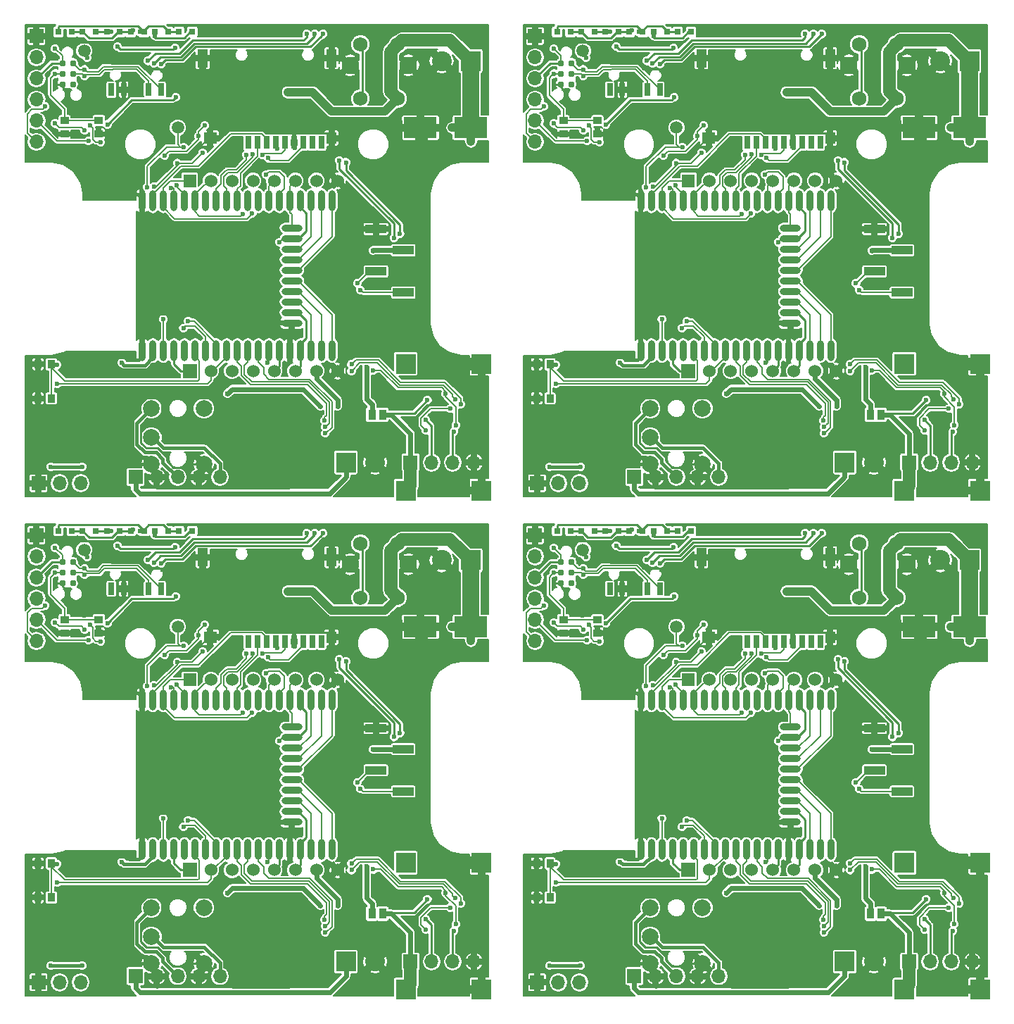
<source format=gtl>
G04 #@! TF.FileFunction,Copper,L1,Top,Signal*
%FSLAX46Y46*%
G04 Gerber Fmt 4.6, Leading zero omitted, Abs format (unit mm)*
G04 Created by KiCad (PCBNEW 4.0.7) date Fri Mar 30 10:44:33 2018*
%MOMM*%
%LPD*%
G01*
G04 APERTURE LIST*
%ADD10C,0.100000*%
%ADD11R,4.000000X2.500000*%
%ADD12C,2.400000*%
%ADD13R,2.400000X2.400000*%
%ADD14C,2.100000*%
%ADD15C,1.750000*%
%ADD16R,1.200000X2.200000*%
%ADD17R,0.700000X1.600000*%
%ADD18R,1.200000X1.400000*%
%ADD19R,1.600000X1.400000*%
%ADD20C,1.500000*%
%ADD21C,0.787400*%
%ADD22R,0.800000X0.800000*%
%ADD23R,1.700000X1.700000*%
%ADD24O,1.700000X1.700000*%
%ADD25R,0.700000X1.500000*%
%ADD26R,1.000000X0.800000*%
%ADD27R,0.965200X1.270000*%
%ADD28R,0.900000X1.000000*%
%ADD29R,1.000000X0.900000*%
%ADD30R,2.510000X1.000000*%
%ADD31R,1.676400X1.676400*%
%ADD32C,1.524000*%
%ADD33R,1.524000X1.524000*%
%ADD34O,0.900000X2.500000*%
%ADD35O,2.500000X0.900000*%
%ADD36R,6.000000X6.000000*%
%ADD37C,2.000000*%
%ADD38C,0.600000*%
%ADD39C,0.400000*%
%ADD40C,0.250000*%
%ADD41C,0.160000*%
%ADD42C,1.500000*%
%ADD43C,0.600000*%
%ADD44C,1.000000*%
%ADD45C,2.000000*%
%ADD46C,0.200000*%
G04 APERTURE END LIST*
D10*
D11*
X126050000Y104750000D03*
X119950000Y104750000D03*
D12*
X122500000Y112750000D03*
D13*
X126000000Y112750000D03*
D14*
X118500000Y112260000D03*
D15*
X117240000Y114750000D03*
X112740000Y114750000D03*
D14*
X111490000Y112260000D03*
D15*
X112740000Y108250000D03*
X117240000Y108250000D03*
D16*
X109250000Y113100000D03*
D17*
X99250000Y103000000D03*
X100350000Y103000000D03*
X101450000Y103000000D03*
X102550000Y103000000D03*
X103650000Y103000000D03*
X104750000Y103000000D03*
X105850000Y103000000D03*
X106950000Y103000000D03*
X108050000Y103000000D03*
D18*
X109250000Y103500000D03*
D19*
X94650000Y103500000D03*
D16*
X93750000Y113100000D03*
D20*
X79500000Y114000000D03*
D21*
X76865000Y112520000D03*
X78135000Y112520000D03*
X76865000Y111250000D03*
X78135000Y111250000D03*
X76865000Y109980000D03*
X78135000Y109980000D03*
D22*
X76400000Y116250000D03*
X78000000Y116250000D03*
X79300000Y116250000D03*
X80900000Y116250000D03*
D23*
X73750000Y115750000D03*
D24*
X73750000Y113210000D03*
X73750000Y110670000D03*
X73750000Y108130000D03*
X73750000Y105590000D03*
X73750000Y103050000D03*
D22*
X88000000Y116250000D03*
X89600000Y116250000D03*
X85100000Y116250000D03*
X86700000Y116250000D03*
D25*
X88750000Y109320000D03*
X87250000Y109320000D03*
X84250000Y109320000D03*
X82750000Y109320000D03*
D26*
X90900000Y112180000D03*
X80600000Y112180000D03*
X80600000Y109970000D03*
X90900000Y109970000D03*
D22*
X82200000Y116250000D03*
X83800000Y116250000D03*
X90900000Y116250000D03*
X92500000Y116250000D03*
D23*
X118750000Y64500000D03*
D24*
X121290000Y64500000D03*
X123830000Y64500000D03*
X126370000Y64500000D03*
D13*
X127320000Y76370000D03*
X118180000Y76370000D03*
X127320000Y61130000D03*
X118180000Y61130000D03*
D27*
X115385000Y70250000D03*
X114115000Y70250000D03*
D12*
X114500000Y64500000D03*
D13*
X111000000Y64500000D03*
D28*
X73950000Y72200000D03*
X75550000Y72200000D03*
X73950000Y76300000D03*
X75550000Y76300000D03*
D23*
X74000000Y62000000D03*
D24*
X76540000Y62000000D03*
X79080000Y62000000D03*
D20*
X90750000Y104750000D03*
D29*
X77150000Y105600000D03*
X77150000Y104000000D03*
X81250000Y105600000D03*
X81250000Y104000000D03*
D30*
X114595000Y92560000D03*
X114595000Y87480000D03*
X117905000Y90020000D03*
X117905000Y84940000D03*
D31*
X92210000Y75500000D03*
D32*
X94750000Y75500000D03*
X97290000Y75500000D03*
X99830000Y75500000D03*
X102370000Y75500000D03*
X104910000Y75500000D03*
X107450000Y75500000D03*
X109990000Y75500000D03*
X109990000Y98360000D03*
X107450000Y98360000D03*
X104910000Y98360000D03*
X102370000Y98360000D03*
X99830000Y98360000D03*
X97290000Y98360000D03*
X94750000Y98360000D03*
D33*
X92210000Y98360000D03*
D23*
X85670000Y62750000D03*
D24*
X88210000Y62750000D03*
X90750000Y62750000D03*
X93290000Y62750000D03*
X95830000Y62750000D03*
D34*
X86483276Y95970792D03*
X87753276Y95970792D03*
X89023276Y95970792D03*
X90293276Y95970792D03*
X91563276Y95970792D03*
X92833276Y95970792D03*
X94103276Y95970792D03*
X95373276Y95970792D03*
X96643276Y95970792D03*
X97913276Y95970792D03*
X99183276Y95970792D03*
X100453276Y95970792D03*
X101723276Y95970792D03*
X102993276Y95970792D03*
D35*
X104483276Y92685792D03*
X104483276Y91415792D03*
X104483276Y90145792D03*
X104483276Y88875792D03*
X104483276Y87605792D03*
X104483276Y86335792D03*
X104483276Y85065792D03*
X104483276Y83795792D03*
X104483276Y82525792D03*
X104483276Y81255792D03*
D34*
X102993276Y77970792D03*
X101723276Y77970792D03*
X100453276Y77970792D03*
X99183276Y77970792D03*
X97913276Y77970792D03*
X96643276Y77970792D03*
X95373276Y77970792D03*
X94103276Y77970792D03*
X92833276Y77970792D03*
X91563276Y77970792D03*
X90293276Y77970792D03*
X89023276Y77970792D03*
X87753276Y77970792D03*
X86483276Y77970792D03*
D36*
X94183276Y86670792D03*
D34*
X104263276Y77970792D03*
X105533276Y77970792D03*
X106803276Y77970792D03*
X108073276Y77970792D03*
X109343276Y77970792D03*
X109343276Y95970792D03*
X108073276Y95970792D03*
X106803276Y95970792D03*
X105533276Y95970792D03*
X104263276Y95970792D03*
D37*
X87600000Y64300000D03*
X93900000Y64300000D03*
X87600000Y67500000D03*
X87600000Y71000000D03*
X93900000Y71000000D03*
D11*
X66050000Y104750000D03*
X59950000Y104750000D03*
D12*
X62500000Y112750000D03*
D13*
X66000000Y112750000D03*
D14*
X58500000Y112260000D03*
D15*
X57240000Y114750000D03*
X52740000Y114750000D03*
D14*
X51490000Y112260000D03*
D15*
X52740000Y108250000D03*
X57240000Y108250000D03*
D16*
X49250000Y113100000D03*
D17*
X39250000Y103000000D03*
X40350000Y103000000D03*
X41450000Y103000000D03*
X42550000Y103000000D03*
X43650000Y103000000D03*
X44750000Y103000000D03*
X45850000Y103000000D03*
X46950000Y103000000D03*
X48050000Y103000000D03*
D18*
X49250000Y103500000D03*
D19*
X34650000Y103500000D03*
D16*
X33750000Y113100000D03*
D20*
X19500000Y114000000D03*
D21*
X16865000Y112520000D03*
X18135000Y112520000D03*
X16865000Y111250000D03*
X18135000Y111250000D03*
X16865000Y109980000D03*
X18135000Y109980000D03*
D22*
X16400000Y116250000D03*
X18000000Y116250000D03*
X19300000Y116250000D03*
X20900000Y116250000D03*
D23*
X13750000Y115750000D03*
D24*
X13750000Y113210000D03*
X13750000Y110670000D03*
X13750000Y108130000D03*
X13750000Y105590000D03*
X13750000Y103050000D03*
D22*
X28000000Y116250000D03*
X29600000Y116250000D03*
X25100000Y116250000D03*
X26700000Y116250000D03*
D25*
X28750000Y109320000D03*
X27250000Y109320000D03*
X24250000Y109320000D03*
X22750000Y109320000D03*
D26*
X30900000Y112180000D03*
X20600000Y112180000D03*
X20600000Y109970000D03*
X30900000Y109970000D03*
D22*
X22200000Y116250000D03*
X23800000Y116250000D03*
X30900000Y116250000D03*
X32500000Y116250000D03*
D23*
X58750000Y64500000D03*
D24*
X61290000Y64500000D03*
X63830000Y64500000D03*
X66370000Y64500000D03*
D13*
X67320000Y76370000D03*
X58180000Y76370000D03*
X67320000Y61130000D03*
X58180000Y61130000D03*
D27*
X55385000Y70250000D03*
X54115000Y70250000D03*
D12*
X54500000Y64500000D03*
D13*
X51000000Y64500000D03*
D28*
X13950000Y72200000D03*
X15550000Y72200000D03*
X13950000Y76300000D03*
X15550000Y76300000D03*
D23*
X14000000Y62000000D03*
D24*
X16540000Y62000000D03*
X19080000Y62000000D03*
D20*
X30750000Y104750000D03*
D29*
X17150000Y105600000D03*
X17150000Y104000000D03*
X21250000Y105600000D03*
X21250000Y104000000D03*
D30*
X54595000Y92560000D03*
X54595000Y87480000D03*
X57905000Y90020000D03*
X57905000Y84940000D03*
D31*
X32210000Y75500000D03*
D32*
X34750000Y75500000D03*
X37290000Y75500000D03*
X39830000Y75500000D03*
X42370000Y75500000D03*
X44910000Y75500000D03*
X47450000Y75500000D03*
X49990000Y75500000D03*
X49990000Y98360000D03*
X47450000Y98360000D03*
X44910000Y98360000D03*
X42370000Y98360000D03*
X39830000Y98360000D03*
X37290000Y98360000D03*
X34750000Y98360000D03*
D33*
X32210000Y98360000D03*
D23*
X25670000Y62750000D03*
D24*
X28210000Y62750000D03*
X30750000Y62750000D03*
X33290000Y62750000D03*
X35830000Y62750000D03*
D34*
X26483276Y95970792D03*
X27753276Y95970792D03*
X29023276Y95970792D03*
X30293276Y95970792D03*
X31563276Y95970792D03*
X32833276Y95970792D03*
X34103276Y95970792D03*
X35373276Y95970792D03*
X36643276Y95970792D03*
X37913276Y95970792D03*
X39183276Y95970792D03*
X40453276Y95970792D03*
X41723276Y95970792D03*
X42993276Y95970792D03*
D35*
X44483276Y92685792D03*
X44483276Y91415792D03*
X44483276Y90145792D03*
X44483276Y88875792D03*
X44483276Y87605792D03*
X44483276Y86335792D03*
X44483276Y85065792D03*
X44483276Y83795792D03*
X44483276Y82525792D03*
X44483276Y81255792D03*
D34*
X42993276Y77970792D03*
X41723276Y77970792D03*
X40453276Y77970792D03*
X39183276Y77970792D03*
X37913276Y77970792D03*
X36643276Y77970792D03*
X35373276Y77970792D03*
X34103276Y77970792D03*
X32833276Y77970792D03*
X31563276Y77970792D03*
X30293276Y77970792D03*
X29023276Y77970792D03*
X27753276Y77970792D03*
X26483276Y77970792D03*
D36*
X34183276Y86670792D03*
D34*
X44263276Y77970792D03*
X45533276Y77970792D03*
X46803276Y77970792D03*
X48073276Y77970792D03*
X49343276Y77970792D03*
X49343276Y95970792D03*
X48073276Y95970792D03*
X46803276Y95970792D03*
X45533276Y95970792D03*
X44263276Y95970792D03*
D37*
X27600000Y64300000D03*
X33900000Y64300000D03*
X27600000Y67500000D03*
X27600000Y71000000D03*
X33900000Y71000000D03*
D11*
X126050000Y44750000D03*
X119950000Y44750000D03*
D12*
X122500000Y52750000D03*
D13*
X126000000Y52750000D03*
D14*
X118500000Y52260000D03*
D15*
X117240000Y54750000D03*
X112740000Y54750000D03*
D14*
X111490000Y52260000D03*
D15*
X112740000Y48250000D03*
X117240000Y48250000D03*
D16*
X109250000Y53100000D03*
D17*
X99250000Y43000000D03*
X100350000Y43000000D03*
X101450000Y43000000D03*
X102550000Y43000000D03*
X103650000Y43000000D03*
X104750000Y43000000D03*
X105850000Y43000000D03*
X106950000Y43000000D03*
X108050000Y43000000D03*
D18*
X109250000Y43500000D03*
D19*
X94650000Y43500000D03*
D16*
X93750000Y53100000D03*
D20*
X79500000Y54000000D03*
D21*
X76865000Y52520000D03*
X78135000Y52520000D03*
X76865000Y51250000D03*
X78135000Y51250000D03*
X76865000Y49980000D03*
X78135000Y49980000D03*
D22*
X76400000Y56250000D03*
X78000000Y56250000D03*
X79300000Y56250000D03*
X80900000Y56250000D03*
D23*
X73750000Y55750000D03*
D24*
X73750000Y53210000D03*
X73750000Y50670000D03*
X73750000Y48130000D03*
X73750000Y45590000D03*
X73750000Y43050000D03*
D22*
X88000000Y56250000D03*
X89600000Y56250000D03*
X85100000Y56250000D03*
X86700000Y56250000D03*
D25*
X88750000Y49320000D03*
X87250000Y49320000D03*
X84250000Y49320000D03*
X82750000Y49320000D03*
D26*
X90900000Y52180000D03*
X80600000Y52180000D03*
X80600000Y49970000D03*
X90900000Y49970000D03*
D22*
X82200000Y56250000D03*
X83800000Y56250000D03*
X90900000Y56250000D03*
X92500000Y56250000D03*
D23*
X118750000Y4500000D03*
D24*
X121290000Y4500000D03*
X123830000Y4500000D03*
X126370000Y4500000D03*
D13*
X127320000Y16370000D03*
X118180000Y16370000D03*
X127320000Y1130000D03*
X118180000Y1130000D03*
D27*
X115385000Y10250000D03*
X114115000Y10250000D03*
D12*
X114500000Y4500000D03*
D13*
X111000000Y4500000D03*
D28*
X73950000Y12200000D03*
X75550000Y12200000D03*
X73950000Y16300000D03*
X75550000Y16300000D03*
D23*
X74000000Y2000000D03*
D24*
X76540000Y2000000D03*
X79080000Y2000000D03*
D20*
X90750000Y44750000D03*
D29*
X77150000Y45600000D03*
X77150000Y44000000D03*
X81250000Y45600000D03*
X81250000Y44000000D03*
D30*
X114595000Y32560000D03*
X114595000Y27480000D03*
X117905000Y30020000D03*
X117905000Y24940000D03*
D31*
X92210000Y15500000D03*
D32*
X94750000Y15500000D03*
X97290000Y15500000D03*
X99830000Y15500000D03*
X102370000Y15500000D03*
X104910000Y15500000D03*
X107450000Y15500000D03*
X109990000Y15500000D03*
X109990000Y38360000D03*
X107450000Y38360000D03*
X104910000Y38360000D03*
X102370000Y38360000D03*
X99830000Y38360000D03*
X97290000Y38360000D03*
X94750000Y38360000D03*
D33*
X92210000Y38360000D03*
D23*
X85670000Y2750000D03*
D24*
X88210000Y2750000D03*
X90750000Y2750000D03*
X93290000Y2750000D03*
X95830000Y2750000D03*
D34*
X86483276Y35970792D03*
X87753276Y35970792D03*
X89023276Y35970792D03*
X90293276Y35970792D03*
X91563276Y35970792D03*
X92833276Y35970792D03*
X94103276Y35970792D03*
X95373276Y35970792D03*
X96643276Y35970792D03*
X97913276Y35970792D03*
X99183276Y35970792D03*
X100453276Y35970792D03*
X101723276Y35970792D03*
X102993276Y35970792D03*
D35*
X104483276Y32685792D03*
X104483276Y31415792D03*
X104483276Y30145792D03*
X104483276Y28875792D03*
X104483276Y27605792D03*
X104483276Y26335792D03*
X104483276Y25065792D03*
X104483276Y23795792D03*
X104483276Y22525792D03*
X104483276Y21255792D03*
D34*
X102993276Y17970792D03*
X101723276Y17970792D03*
X100453276Y17970792D03*
X99183276Y17970792D03*
X97913276Y17970792D03*
X96643276Y17970792D03*
X95373276Y17970792D03*
X94103276Y17970792D03*
X92833276Y17970792D03*
X91563276Y17970792D03*
X90293276Y17970792D03*
X89023276Y17970792D03*
X87753276Y17970792D03*
X86483276Y17970792D03*
D36*
X94183276Y26670792D03*
D34*
X104263276Y17970792D03*
X105533276Y17970792D03*
X106803276Y17970792D03*
X108073276Y17970792D03*
X109343276Y17970792D03*
X109343276Y35970792D03*
X108073276Y35970792D03*
X106803276Y35970792D03*
X105533276Y35970792D03*
X104263276Y35970792D03*
D37*
X87600000Y4300000D03*
X93900000Y4300000D03*
X87600000Y7500000D03*
X87600000Y11000000D03*
X93900000Y11000000D03*
D31*
X32210000Y15500000D03*
D32*
X34750000Y15500000D03*
X37290000Y15500000D03*
X39830000Y15500000D03*
X42370000Y15500000D03*
X44910000Y15500000D03*
X47450000Y15500000D03*
X49990000Y15500000D03*
X49990000Y38360000D03*
X47450000Y38360000D03*
X44910000Y38360000D03*
X42370000Y38360000D03*
X39830000Y38360000D03*
X37290000Y38360000D03*
X34750000Y38360000D03*
D33*
X32210000Y38360000D03*
D22*
X28000000Y56250000D03*
X29600000Y56250000D03*
X16400000Y56250000D03*
X18000000Y56250000D03*
X22200000Y56250000D03*
X23800000Y56250000D03*
X30900000Y56250000D03*
X32500000Y56250000D03*
X25100000Y56250000D03*
X26700000Y56250000D03*
X19300000Y56250000D03*
X20900000Y56250000D03*
D11*
X66050000Y44750000D03*
X59950000Y44750000D03*
D23*
X13750000Y55750000D03*
D24*
X13750000Y53210000D03*
X13750000Y50670000D03*
X13750000Y48130000D03*
X13750000Y45590000D03*
X13750000Y43050000D03*
D16*
X49250000Y53100000D03*
D17*
X39250000Y43000000D03*
X40350000Y43000000D03*
X41450000Y43000000D03*
X42550000Y43000000D03*
X43650000Y43000000D03*
X44750000Y43000000D03*
X45850000Y43000000D03*
X46950000Y43000000D03*
X48050000Y43000000D03*
D18*
X49250000Y43500000D03*
D19*
X34650000Y43500000D03*
D16*
X33750000Y53100000D03*
D23*
X14000000Y2000000D03*
D24*
X16540000Y2000000D03*
X19080000Y2000000D03*
D23*
X58750000Y4500000D03*
D24*
X61290000Y4500000D03*
X63830000Y4500000D03*
X66370000Y4500000D03*
D12*
X62500000Y52750000D03*
D13*
X66000000Y52750000D03*
D12*
X54500000Y4500000D03*
D13*
X51000000Y4500000D03*
D37*
X27600000Y4300000D03*
X33900000Y4300000D03*
X27600000Y7500000D03*
X27600000Y11000000D03*
X33900000Y11000000D03*
D27*
X55385000Y10250000D03*
X54115000Y10250000D03*
D21*
X16865000Y52520000D03*
X18135000Y52520000D03*
X16865000Y51250000D03*
X18135000Y51250000D03*
X16865000Y49980000D03*
X18135000Y49980000D03*
D29*
X17150000Y45600000D03*
X17150000Y44000000D03*
X21250000Y45600000D03*
X21250000Y44000000D03*
D28*
X13950000Y12200000D03*
X15550000Y12200000D03*
X13950000Y16300000D03*
X15550000Y16300000D03*
D25*
X28750000Y49320000D03*
X27250000Y49320000D03*
X24250000Y49320000D03*
X22750000Y49320000D03*
D26*
X30900000Y52180000D03*
X20600000Y52180000D03*
X20600000Y49970000D03*
X30900000Y49970000D03*
D34*
X26483276Y35970792D03*
X27753276Y35970792D03*
X29023276Y35970792D03*
X30293276Y35970792D03*
X31563276Y35970792D03*
X32833276Y35970792D03*
X34103276Y35970792D03*
X35373276Y35970792D03*
X36643276Y35970792D03*
X37913276Y35970792D03*
X39183276Y35970792D03*
X40453276Y35970792D03*
X41723276Y35970792D03*
X42993276Y35970792D03*
D35*
X44483276Y32685792D03*
X44483276Y31415792D03*
X44483276Y30145792D03*
X44483276Y28875792D03*
X44483276Y27605792D03*
X44483276Y26335792D03*
X44483276Y25065792D03*
X44483276Y23795792D03*
X44483276Y22525792D03*
X44483276Y21255792D03*
D34*
X42993276Y17970792D03*
X41723276Y17970792D03*
X40453276Y17970792D03*
X39183276Y17970792D03*
X37913276Y17970792D03*
X36643276Y17970792D03*
X35373276Y17970792D03*
X34103276Y17970792D03*
X32833276Y17970792D03*
X31563276Y17970792D03*
X30293276Y17970792D03*
X29023276Y17970792D03*
X27753276Y17970792D03*
X26483276Y17970792D03*
D36*
X34183276Y26670792D03*
D34*
X44263276Y17970792D03*
X45533276Y17970792D03*
X46803276Y17970792D03*
X48073276Y17970792D03*
X49343276Y17970792D03*
X49343276Y35970792D03*
X48073276Y35970792D03*
X46803276Y35970792D03*
X45533276Y35970792D03*
X44263276Y35970792D03*
D13*
X67320000Y16370000D03*
X58180000Y16370000D03*
X67320000Y1130000D03*
X58180000Y1130000D03*
D14*
X58500000Y52260000D03*
D15*
X57240000Y54750000D03*
X52740000Y54750000D03*
D14*
X51490000Y52260000D03*
D15*
X52740000Y48250000D03*
X57240000Y48250000D03*
D23*
X25670000Y2750000D03*
D24*
X28210000Y2750000D03*
X30750000Y2750000D03*
X33290000Y2750000D03*
X35830000Y2750000D03*
D20*
X19500000Y54000000D03*
D30*
X54595000Y32560000D03*
X54595000Y27480000D03*
X57905000Y30020000D03*
X57905000Y24940000D03*
D20*
X30750000Y44750000D03*
D38*
X111800000Y99800000D03*
X111400000Y95800000D03*
X113000000Y94000000D03*
X113400000Y98200000D03*
X109294478Y113782853D03*
X104750000Y113894968D03*
X106650000Y110100000D03*
X110500000Y87000000D03*
X110000000Y92500000D03*
X114600000Y108500000D03*
X119750000Y106500000D03*
X117500000Y103500000D03*
X117500000Y105500000D03*
X97590001Y62000000D03*
X99000000Y61750000D03*
X97706908Y63551016D03*
X100500000Y63000000D03*
X110500000Y81000000D03*
X104456908Y67301016D03*
X104456908Y65301016D03*
X105000000Y63000000D03*
X108795166Y63660010D03*
X108250000Y62250000D03*
X119800000Y74800000D03*
X122000000Y74800000D03*
X124400000Y74800000D03*
X104456908Y69801016D03*
X110300000Y73100000D03*
X104250000Y72500000D03*
X102000000Y81000000D03*
X104500000Y79750000D03*
X103750000Y76250000D03*
X102750000Y72557956D03*
X100206908Y72051016D03*
X89750000Y114750000D03*
X79506978Y106140010D03*
X84000000Y105000006D03*
X76000002Y110000000D03*
X80750000Y114550000D03*
X81200000Y108500000D03*
X84692554Y109307446D03*
X76000000Y104250000D03*
X76750000Y101500000D03*
X77400000Y109100000D03*
X88900000Y99900000D03*
X91327055Y103209990D03*
X86200000Y100200000D03*
X86200000Y108900000D03*
X88960601Y111648480D03*
X86500000Y93000000D03*
X90500000Y93000000D03*
X85750000Y96750000D03*
X86500000Y81000000D03*
X90500000Y87000000D03*
X86500000Y87000000D03*
X96000000Y81000000D03*
X90500000Y81000000D03*
X84250000Y64750000D03*
X73750000Y63750000D03*
X78839990Y67250000D03*
X81500000Y76889979D03*
X84823754Y76889979D03*
X74750000Y74500000D03*
X96731908Y71551016D03*
X87750000Y69250000D03*
X92500000Y67750000D03*
X89250000Y67000000D03*
X96000000Y74500000D03*
X96206908Y68301016D03*
X102000000Y87000000D03*
X103700000Y99800000D03*
X102000000Y93000000D03*
X96000000Y93000000D03*
X102750000Y105000000D03*
X105250000Y105000000D03*
X99750000Y105750000D03*
X99750000Y107750000D03*
X104750000Y104250000D03*
X104876772Y102345021D03*
X92040010Y101250000D03*
X95799999Y101060021D03*
X91800000Y109600000D03*
X99366303Y113786344D03*
X103000000Y112000000D03*
X98500000Y109000000D03*
X51800000Y99800000D03*
X51400000Y95800000D03*
X53000000Y94000000D03*
X53400000Y98200000D03*
X49294478Y113782853D03*
X44750000Y113894968D03*
X46650000Y110100000D03*
X50500000Y87000000D03*
X50000000Y92500000D03*
X54600000Y108500000D03*
X59750000Y106500000D03*
X57500000Y103500000D03*
X57500000Y105500000D03*
X37590001Y62000000D03*
X39000000Y61750000D03*
X37706908Y63551016D03*
X40500000Y63000000D03*
X50500000Y81000000D03*
X44456908Y67301016D03*
X44456908Y65301016D03*
X45000000Y63000000D03*
X48795166Y63660010D03*
X48250000Y62250000D03*
X59800000Y74800000D03*
X62000000Y74800000D03*
X64400000Y74800000D03*
X44456908Y69801016D03*
X50300000Y73100000D03*
X44250000Y72500000D03*
X42000000Y81000000D03*
X44500000Y79750000D03*
X43750000Y76250000D03*
X42750000Y72557956D03*
X40206908Y72051016D03*
X29750000Y114750000D03*
X19506978Y106140010D03*
X24000000Y105000006D03*
X16000002Y110000000D03*
X20750000Y114550000D03*
X21200000Y108500000D03*
X24692554Y109307446D03*
X16000000Y104250000D03*
X16750000Y101500000D03*
X17400000Y109100000D03*
X28900000Y99900000D03*
X31327055Y103209990D03*
X26200000Y100200000D03*
X26200000Y108900000D03*
X28960601Y111648480D03*
X26500000Y93000000D03*
X30500000Y93000000D03*
X25750000Y96750000D03*
X26500000Y81000000D03*
X30500000Y87000000D03*
X26500000Y87000000D03*
X36000000Y81000000D03*
X30500000Y81000000D03*
X24250000Y64750000D03*
X13750000Y63750000D03*
X18839990Y67250000D03*
X21500000Y76889979D03*
X24823754Y76889979D03*
X14750000Y74500000D03*
X36731908Y71551016D03*
X27750000Y69250000D03*
X32500000Y67750000D03*
X29250000Y67000000D03*
X36000000Y74500000D03*
X36206908Y68301016D03*
X42000000Y87000000D03*
X43700000Y99800000D03*
X42000000Y93000000D03*
X36000000Y93000000D03*
X42750000Y105000000D03*
X45250000Y105000000D03*
X39750000Y105750000D03*
X39750000Y107750000D03*
X44750000Y104250000D03*
X44876772Y102345021D03*
X32040010Y101250000D03*
X35799999Y101060021D03*
X31800000Y109600000D03*
X39366303Y113786344D03*
X43000000Y112000000D03*
X38500000Y109000000D03*
X111800000Y39800000D03*
X111400000Y35800000D03*
X113000000Y34000000D03*
X113400000Y38200000D03*
X109294478Y53782853D03*
X104750000Y53894968D03*
X106650000Y50100000D03*
X110500000Y27000000D03*
X110000000Y32500000D03*
X114600000Y48500000D03*
X119750000Y46500000D03*
X117500000Y43500000D03*
X117500000Y45500000D03*
X97590001Y2000000D03*
X99000000Y1750000D03*
X97706908Y3551016D03*
X100500000Y3000000D03*
X110500000Y21000000D03*
X104456908Y7301016D03*
X104456908Y5301016D03*
X105000000Y3000000D03*
X108795166Y3660010D03*
X108250000Y2250000D03*
X119800000Y14800000D03*
X122000000Y14800000D03*
X124400000Y14800000D03*
X104456908Y9801016D03*
X110300000Y13100000D03*
X104250000Y12500000D03*
X102000000Y21000000D03*
X104500000Y19750000D03*
X103750000Y16250000D03*
X102750000Y12557956D03*
X100206908Y12051016D03*
X89750000Y54750000D03*
X79506978Y46140010D03*
X84000000Y45000006D03*
X76000002Y50000000D03*
X80750000Y54550000D03*
X81200000Y48500000D03*
X84692554Y49307446D03*
X76000000Y44250000D03*
X76750000Y41500000D03*
X77400000Y49100000D03*
X88900000Y39900000D03*
X91327055Y43209990D03*
X86200000Y40200000D03*
X86200000Y48900000D03*
X88960601Y51648480D03*
X86500000Y33000000D03*
X90500000Y33000000D03*
X85750000Y36750000D03*
X86500000Y21000000D03*
X90500000Y27000000D03*
X86500000Y27000000D03*
X96000000Y21000000D03*
X90500000Y21000000D03*
X84250000Y4750000D03*
X73750000Y3750000D03*
X78839990Y7250000D03*
X81500000Y16889979D03*
X84823754Y16889979D03*
X74750000Y14500000D03*
X96731908Y11551016D03*
X87750000Y9250000D03*
X92500000Y7750000D03*
X89250000Y7000000D03*
X96000000Y14500000D03*
X96206908Y8301016D03*
X102000000Y27000000D03*
X103700000Y39800000D03*
X102000000Y33000000D03*
X96000000Y33000000D03*
X102750000Y45000000D03*
X105250000Y45000000D03*
X99750000Y45750000D03*
X99750000Y47750000D03*
X104750000Y44250000D03*
X104876772Y42345021D03*
X92040010Y41250000D03*
X95799999Y41060021D03*
X91800000Y49600000D03*
X99366303Y53786344D03*
X103000000Y52000000D03*
X98500000Y49000000D03*
X36000000Y14500000D03*
X14750000Y14500000D03*
X39366303Y53786344D03*
X31800000Y49600000D03*
X28960601Y51648480D03*
X54600000Y48500000D03*
X44750000Y53894968D03*
X49294478Y53782853D03*
X51800000Y39800000D03*
X53400000Y38200000D03*
X53000000Y34000000D03*
X51400000Y35800000D03*
X64400000Y14800000D03*
X62000000Y14800000D03*
X59800000Y14800000D03*
X32500000Y7750000D03*
X48250000Y2250000D03*
X50000000Y32500000D03*
X50500000Y27000000D03*
X50500000Y21000000D03*
X30500000Y21000000D03*
X30500000Y27000000D03*
X30500000Y33000000D03*
X26500000Y33000000D03*
X26500000Y27000000D03*
X26500000Y21000000D03*
X36000000Y21000000D03*
X36000000Y33000000D03*
X42000000Y33000000D03*
X42000000Y27000000D03*
X42000000Y21000000D03*
X50300000Y13100000D03*
X43700000Y39800000D03*
X35799999Y41060021D03*
X24823754Y16889979D03*
X26200000Y40200000D03*
X28900000Y39900000D03*
X31327055Y43209990D03*
X32040010Y41250000D03*
X59750000Y46500000D03*
X57500000Y45500000D03*
X57500000Y43500000D03*
X46650000Y50100000D03*
X26200000Y48900000D03*
X24692554Y49307446D03*
X19506978Y46140010D03*
X21200000Y48500000D03*
X20750000Y54550000D03*
X17400000Y49100000D03*
X16000002Y50000000D03*
X37590001Y2000000D03*
X48795166Y3660010D03*
X39000000Y1750000D03*
X16000000Y44250000D03*
X21500000Y16889979D03*
X44250000Y12500000D03*
X42750000Y12557956D03*
X44876772Y42345021D03*
X16750000Y41500000D03*
X25750000Y36750000D03*
X24000000Y45000006D03*
X40500000Y3000000D03*
X45000000Y3000000D03*
X18839990Y7250000D03*
X13750000Y3750000D03*
X29750000Y54750000D03*
X44500000Y19750000D03*
X43750000Y16250000D03*
X44750000Y44250000D03*
X38500000Y49000000D03*
X39750000Y47750000D03*
X39750000Y45750000D03*
X45250000Y45000000D03*
X42750000Y45000000D03*
X43000000Y52000000D03*
X24250000Y4750000D03*
X29250000Y7000000D03*
X27750000Y9250000D03*
X36206908Y8301016D03*
X36731908Y11551016D03*
X37706908Y3551016D03*
X40206908Y12051016D03*
X44456908Y9801016D03*
X44456908Y7301016D03*
X44456908Y5301016D03*
X91459990Y102441413D03*
X87100000Y97600000D03*
X88999996Y81727066D03*
X31459990Y102441413D03*
X27100000Y97600000D03*
X28999996Y81727066D03*
X91459990Y42441413D03*
X87100000Y37600000D03*
X88999996Y21727066D03*
X28999996Y21727066D03*
X27100000Y37600000D03*
X31459990Y42441413D03*
X114250000Y90000000D03*
X114260010Y75581474D03*
X124200000Y69000000D03*
X122995415Y72740002D03*
X110000000Y71250000D03*
X107919980Y71250000D03*
X90410554Y114343950D03*
X82280083Y105156393D03*
X76000000Y114250000D03*
X83499996Y114500000D03*
X89200000Y101400000D03*
X90500000Y108400000D03*
X79250000Y64000000D03*
X75500000Y64000000D03*
X84000000Y76500000D03*
X96750000Y72750000D03*
X102692574Y102232585D03*
X93250000Y103750000D03*
X94000000Y105000000D03*
X54250000Y90000000D03*
X54260010Y75581474D03*
X64200000Y69000000D03*
X62995415Y72740002D03*
X50000000Y71250000D03*
X47919980Y71250000D03*
X30410554Y114343950D03*
X22280083Y105156393D03*
X16000000Y114250000D03*
X23499996Y114500000D03*
X29200000Y101400000D03*
X30500000Y108400000D03*
X19250000Y64000000D03*
X15500000Y64000000D03*
X24000000Y76500000D03*
X36750000Y72750000D03*
X42692574Y102232585D03*
X33250000Y103750000D03*
X34000000Y105000000D03*
X114250000Y30000000D03*
X114260010Y15581474D03*
X124200000Y9000000D03*
X122995415Y12740002D03*
X110000000Y11250000D03*
X107919980Y11250000D03*
X90410554Y54343950D03*
X82280083Y45156393D03*
X76000000Y54250000D03*
X83499996Y54500000D03*
X89200000Y41400000D03*
X90500000Y48400000D03*
X79250000Y4000000D03*
X75500000Y4000000D03*
X84000000Y16500000D03*
X96750000Y12750000D03*
X102692574Y42232585D03*
X93250000Y43750000D03*
X94000000Y45000000D03*
X30410554Y54343950D03*
X62995415Y12740002D03*
X29200000Y41400000D03*
X42692574Y42232585D03*
X33250000Y43750000D03*
X34000000Y45000000D03*
X23499996Y54500000D03*
X54250000Y30000000D03*
X54260010Y15581474D03*
X64200000Y9000000D03*
X50000000Y11250000D03*
X47919980Y11250000D03*
X22280083Y45156393D03*
X30500000Y48400000D03*
X15500000Y4000000D03*
X19250000Y4000000D03*
X24000000Y16500000D03*
X36750000Y12750000D03*
X16000000Y54250000D03*
X106500000Y109000000D03*
X126050000Y104750000D03*
X123750000Y104750000D03*
X126000000Y103000000D03*
X104000000Y109000000D03*
X46500000Y109000000D03*
X66050000Y104750000D03*
X63750000Y104750000D03*
X66000000Y103000000D03*
X44000000Y109000000D03*
X106500000Y49000000D03*
X126050000Y44750000D03*
X123750000Y44750000D03*
X126000000Y43000000D03*
X104000000Y49000000D03*
X63750000Y44750000D03*
X66000000Y43000000D03*
X44000000Y49000000D03*
X46500000Y49000000D03*
X66050000Y44750000D03*
X108250000Y116000000D03*
X88785554Y112388942D03*
X48250000Y116000000D03*
X28785554Y112388942D03*
X108250000Y56000000D03*
X88785554Y52388942D03*
X48250000Y56000000D03*
X28785554Y52388942D03*
X76000000Y111250000D03*
X16000000Y111250000D03*
X76000000Y51250000D03*
X16000000Y51250000D03*
X107250000Y116000000D03*
X87872383Y112487275D03*
X47250000Y116000000D03*
X27872383Y112487275D03*
X107250000Y56000000D03*
X87872383Y52487275D03*
X47250000Y56000000D03*
X27872383Y52487275D03*
X106250000Y116000000D03*
X87172936Y112784584D03*
X46250000Y116000000D03*
X27172936Y112784584D03*
X106250000Y56000000D03*
X87172936Y52784584D03*
X46250000Y56000000D03*
X27172936Y52784584D03*
X79570207Y104410104D03*
X76000000Y105250000D03*
X19570207Y104410104D03*
X16000000Y105250000D03*
X79570207Y44410104D03*
X76000000Y45250000D03*
X19570207Y44410104D03*
X16000000Y45250000D03*
X80011301Y103150849D03*
X89957878Y97497809D03*
X20011301Y103150849D03*
X29957878Y97497809D03*
X80011301Y43150849D03*
X89957878Y37497809D03*
X29957878Y37497809D03*
X20011301Y43150849D03*
X74800000Y107300004D03*
X14800000Y107300004D03*
X74800000Y47300004D03*
X14800000Y47300004D03*
X79858420Y113170189D03*
X19858420Y113170189D03*
X79858420Y53170189D03*
X19858420Y53170189D03*
X111659990Y76310559D03*
X124790010Y71500000D03*
X98600000Y94400000D03*
X51659990Y76310559D03*
X64790010Y71500000D03*
X38600000Y94400000D03*
X111659990Y16310559D03*
X124790010Y11500000D03*
X98600000Y34400000D03*
X64790010Y11500000D03*
X51659990Y16310559D03*
X38600000Y34400000D03*
X103000000Y91000000D03*
X43000000Y91000000D03*
X103000000Y31000000D03*
X43000000Y31000000D03*
X101500000Y76500000D03*
X41500000Y76500000D03*
X101500000Y16500000D03*
X41500000Y16500000D03*
X113489192Y75959990D03*
X53489192Y75959990D03*
X113489192Y15959990D03*
X53489192Y15959990D03*
X112729980Y85250000D03*
X52729980Y85250000D03*
X112729980Y25250000D03*
X52729980Y25250000D03*
X112360021Y86024839D03*
X52360021Y86024839D03*
X112360021Y26024839D03*
X52360021Y26024839D03*
X92000000Y81500000D03*
X32000000Y81500000D03*
X92000000Y21500000D03*
X32000000Y21500000D03*
X91430000Y80680000D03*
X31430000Y80680000D03*
X91430000Y20680000D03*
X31430000Y20680000D03*
X76250000Y74000000D03*
X16250000Y74000000D03*
X76250000Y14000000D03*
X16250000Y14000000D03*
X111659990Y75500000D03*
X120597438Y68350000D03*
X124118155Y72118155D03*
X123517903Y70968407D03*
X99719868Y94435815D03*
X51659990Y75500000D03*
X60597438Y68350000D03*
X64118155Y72118155D03*
X63517903Y70968407D03*
X39719868Y94435815D03*
X111659990Y15500000D03*
X120597438Y8350000D03*
X124118155Y12118155D03*
X123517903Y10968407D03*
X99719868Y34435815D03*
X63517903Y10968407D03*
X64118155Y12118155D03*
X51659990Y15500000D03*
X39719868Y34435815D03*
X60597438Y8350000D03*
X100936017Y101493457D03*
X99767754Y101532240D03*
X40936017Y101493457D03*
X39767754Y101532240D03*
X100936017Y41493457D03*
X99767754Y41532240D03*
X40936017Y41493457D03*
X39767754Y41532240D03*
X99000000Y101500000D03*
X101586268Y101100022D03*
X39000000Y101500000D03*
X41586268Y101100022D03*
X99000000Y41500000D03*
X101586268Y41100022D03*
X41586268Y41100022D03*
X39000000Y41500000D03*
X120600000Y69600000D03*
X60600000Y69600000D03*
X120600000Y9600000D03*
X60600000Y9600000D03*
X124000000Y68200000D03*
X64000000Y68200000D03*
X124000000Y8200000D03*
X64000000Y8200000D03*
X120800000Y72000000D03*
X60800000Y72000000D03*
X120800000Y12000000D03*
X60800000Y12000000D03*
X79540010Y111760011D03*
X19540010Y111760011D03*
X79540010Y51760011D03*
X19540010Y51760011D03*
X79540010Y111000000D03*
X19540010Y111000000D03*
X79540010Y51000000D03*
X19540010Y51000000D03*
X90700000Y100500000D03*
X87899996Y97700000D03*
X101412814Y99123495D03*
X93750000Y101750000D03*
X30700000Y100500000D03*
X27899996Y97700000D03*
X41412814Y99123495D03*
X33750000Y101750000D03*
X90700000Y40500000D03*
X87899996Y37700000D03*
X101412814Y39123495D03*
X93750000Y41750000D03*
X27899996Y37700000D03*
X30700000Y40500000D03*
X41412814Y39123495D03*
X33750000Y41750000D03*
X111000000Y100585010D03*
X117500000Y92000000D03*
X51000000Y100585010D03*
X57500000Y92000000D03*
X111000000Y40585010D03*
X117500000Y32000000D03*
X57500000Y32000000D03*
X51000000Y40585010D03*
X81500000Y103000000D03*
X80209990Y105000000D03*
X90646222Y97819990D03*
X21500000Y103000000D03*
X20209990Y105000000D03*
X30646222Y97819990D03*
X81500000Y43000000D03*
X80209990Y45000000D03*
X90646222Y37819990D03*
X30646222Y37819990D03*
X20209990Y45000000D03*
X21500000Y43000000D03*
X110200000Y100825001D03*
X116750000Y91500000D03*
X50200000Y100825001D03*
X56750000Y91500000D03*
X110200000Y40825001D03*
X116750000Y31500000D03*
X50200000Y40825001D03*
X56750000Y31500000D03*
X76250000Y76250000D03*
X16250000Y76250000D03*
X76250000Y16250000D03*
X16250000Y16250000D03*
X108500000Y68760013D03*
X48500000Y68760013D03*
X108500000Y8760013D03*
X48500000Y8760013D03*
X108439979Y69520026D03*
X48439979Y69520026D03*
X108439979Y9520026D03*
X48439979Y9520026D03*
X108500000Y68000000D03*
X48500000Y68000000D03*
X108500000Y8000000D03*
X48500000Y8000000D03*
X85397857Y116425188D03*
X25397857Y116425188D03*
X85397857Y56425188D03*
X25397857Y56425188D03*
X88000000Y115750000D03*
X28000000Y115750000D03*
X88000000Y55750000D03*
X28000000Y55750000D03*
X86250000Y116250000D03*
X26250000Y116250000D03*
X86250000Y56250000D03*
X26250000Y56250000D03*
X82750000Y116250000D03*
X22750000Y116250000D03*
X82750000Y56250000D03*
X22750000Y56250000D03*
D39*
X94680892Y69500000D02*
X96731908Y71551016D01*
X95922923Y72360001D02*
X93110001Y72360001D01*
X86185787Y64300000D02*
X85250000Y65235787D01*
X86483276Y77233276D02*
X86050000Y76800000D01*
X86000000Y96750000D02*
X85750000Y96750000D01*
X86483276Y96266724D02*
X86000000Y96750000D01*
D40*
X88349093Y66214999D02*
X86983199Y66214999D01*
D39*
X87600000Y64300000D02*
X86185787Y64300000D01*
D40*
X87325736Y69250000D02*
X87750000Y69250000D01*
D39*
X85250000Y70662803D02*
X86947198Y72360001D01*
X88174264Y69250000D02*
X87750000Y69250000D01*
X86947198Y72360001D02*
X88252801Y72360001D01*
D41*
X73950000Y73700000D02*
X74750000Y74500000D01*
X73950000Y72200000D02*
X73950000Y73700000D01*
X73950000Y75300000D02*
X74750000Y74500000D01*
X73950000Y76300000D02*
X73950000Y75300000D01*
D39*
X84913733Y76800000D02*
X84823754Y76889979D01*
X81799999Y77189978D02*
X81500000Y76889979D01*
X84523755Y77189978D02*
X81799999Y77189978D01*
X84823754Y76889979D02*
X84523755Y77189978D01*
X86050000Y76800000D02*
X84913733Y76800000D01*
D40*
X86983199Y66214999D02*
X86314999Y66883199D01*
X86314999Y68239263D02*
X87325736Y69250000D01*
X86314999Y66883199D02*
X86314999Y68239263D01*
D39*
X85250000Y65235787D02*
X85250000Y70662803D01*
D42*
X114500000Y64500000D02*
X114500000Y66197056D01*
X114500000Y66197056D02*
X113947056Y66750000D01*
D41*
X122000000Y74800000D02*
X124400000Y74800000D01*
D40*
X100206908Y72051016D02*
X102206908Y72051016D01*
X104456908Y69801016D02*
X104456908Y67301016D01*
D39*
X100206908Y72051016D02*
X97231908Y72051016D01*
D40*
X102206908Y72051016D02*
X104456908Y69801016D01*
D39*
X97706908Y62836106D02*
X97706908Y63551016D01*
D43*
X100250000Y63000000D02*
X99000000Y61750000D01*
D39*
X100695891Y61539999D02*
X104456908Y65301016D01*
D43*
X100500000Y63000000D02*
X100250000Y63000000D01*
D40*
X104456908Y67301016D02*
X104456908Y65301016D01*
D42*
X108750000Y66750000D02*
X104000000Y62000000D01*
X113947056Y66750000D02*
X108750000Y66750000D01*
X104000000Y62000000D02*
X97590001Y62000000D01*
D39*
X94257924Y67000000D02*
X97706908Y63551016D01*
X96410801Y61539999D02*
X97706908Y62836106D01*
X96410801Y61539999D02*
X100695891Y61539999D01*
X93289999Y61539999D02*
X96410801Y61539999D01*
D42*
X122630000Y76370000D02*
X127320000Y76370000D01*
X121900000Y77100000D02*
X122630000Y76370000D01*
X120070001Y78929999D02*
X121900000Y77100000D01*
D41*
X127320000Y76370000D02*
X121370000Y76370000D01*
X121370000Y76370000D02*
X119800000Y74800000D01*
X96731908Y71551016D02*
X95282924Y73000000D01*
D39*
X96731908Y71551016D02*
X95922923Y72360001D01*
D41*
X95282924Y73782924D02*
X96000000Y74500000D01*
X95282924Y73000000D02*
X95282924Y73782924D01*
D39*
X97231908Y72051016D02*
X96731908Y71551016D01*
D40*
X90229199Y63914999D02*
X89445012Y64699186D01*
D39*
X88289999Y61539999D02*
X93290000Y61540000D01*
D40*
X92100786Y63914999D02*
X90229199Y63914999D01*
D39*
X88960001Y70035737D02*
X88174264Y69250000D01*
X88252801Y72360001D02*
X88960001Y71652801D01*
X89250000Y68174264D02*
X89250000Y67000000D01*
X88174264Y69250000D02*
X89250000Y68174264D01*
X93110001Y72360001D02*
X92250000Y71500000D01*
X92250000Y71500000D02*
X92250000Y70637198D01*
X92250000Y70637198D02*
X93387198Y69500000D01*
X88960001Y71652801D02*
X88960001Y70035737D01*
X93387198Y69500000D02*
X94680892Y69500000D01*
X89250000Y67000000D02*
X94257924Y67000000D01*
D40*
X89445012Y64699186D02*
X89445012Y65119080D01*
D39*
X88210000Y61540000D02*
X88250000Y61500000D01*
X88250000Y61500000D02*
X88289999Y61539999D01*
X88210000Y62750000D02*
X88210000Y61540000D01*
D40*
X89445012Y65119080D02*
X88349093Y66214999D01*
X93900000Y64300000D02*
X92485787Y64300000D01*
D39*
X93290000Y61540000D02*
X93290000Y62750000D01*
D40*
X92485787Y64300000D02*
X92100786Y63914999D01*
D39*
X93290000Y61540000D02*
X93289999Y61539999D01*
D41*
X110500000Y81000000D02*
X110500000Y87000000D01*
D42*
X120070001Y104429999D02*
X120070001Y78929999D01*
D41*
X113400000Y98200000D02*
X111800000Y99800000D01*
D43*
X117500000Y104500000D02*
X117500000Y103500000D01*
X119950000Y104750000D02*
X117750000Y104750000D01*
D41*
X86500000Y87000000D02*
X86500000Y93000000D01*
D39*
X86483276Y95970792D02*
X86483276Y96266724D01*
D41*
X86500000Y93000000D02*
X90500000Y93000000D01*
X110000000Y92500000D02*
X110000000Y94400000D01*
X110000000Y94400000D02*
X111400000Y95800000D01*
X90200000Y101200000D02*
X88900000Y99900000D01*
X91565746Y101200000D02*
X90200000Y101200000D01*
X91398015Y103500000D02*
X91327055Y103429040D01*
X91327055Y103429040D02*
X91327055Y103209990D01*
X94550000Y103500000D02*
X92300000Y101250000D01*
X92300000Y101250000D02*
X92040010Y101250000D01*
X92040010Y101250000D02*
X91615746Y101250000D01*
X91615746Y101250000D02*
X91565746Y101200000D01*
D40*
X101331202Y104085001D02*
X100966203Y104450000D01*
X100966203Y104450000D02*
X96650000Y104450000D01*
X96650000Y104450000D02*
X95700000Y103500000D01*
X95700000Y103500000D02*
X94650000Y103500000D01*
D41*
X94650000Y103500000D02*
X94400000Y103500000D01*
X94650000Y103500000D02*
X94550000Y103500000D01*
D40*
X104876772Y102769285D02*
X104876772Y102345021D01*
D42*
X119950000Y104750000D02*
X119950000Y104550000D01*
X119950000Y104550000D02*
X120070001Y104429999D01*
D40*
X109250000Y103600000D02*
X108764999Y104085001D01*
D44*
X119950000Y104750000D02*
X119500000Y104750000D01*
D40*
X109250000Y103500000D02*
X109250000Y103600000D01*
D43*
X102789990Y105039990D02*
X102750000Y105000000D01*
D40*
X108764999Y104085001D02*
X101331202Y104085001D01*
X104750000Y103000000D02*
X104876772Y102873228D01*
X104750000Y103000000D02*
X104750000Y104250000D01*
X104876772Y102873228D02*
X104876772Y102769285D01*
D43*
X117750000Y104750000D02*
X117500000Y104500000D01*
X117500000Y105000000D02*
X117500000Y105500000D01*
X117750000Y104750000D02*
X117500000Y105000000D01*
D41*
X117500000Y105500000D02*
X117075736Y105500000D01*
X102255792Y81255792D02*
X102000000Y81000000D01*
X104483276Y81255792D02*
X102255792Y81255792D01*
X102000000Y87000000D02*
X102000000Y93000000D01*
X96000000Y93000000D02*
X96000000Y81000000D01*
X90500000Y87000000D02*
X90500000Y81000000D01*
X87767076Y82267076D02*
X86500000Y81000000D01*
X94732924Y82267076D02*
X87767076Y82267076D01*
X96000000Y81000000D02*
X94732924Y82267076D01*
D39*
X86483276Y77970792D02*
X86483276Y77233276D01*
D40*
X104263276Y77970792D02*
X104263276Y79513276D01*
X104263276Y79513276D02*
X104500000Y79750000D01*
X104263276Y76763276D02*
X103750000Y76250000D01*
X104263276Y77970792D02*
X104263276Y76763276D01*
X93750000Y113100000D02*
X93750000Y111750000D01*
X93750000Y111750000D02*
X93494999Y111494999D01*
X93494999Y111494999D02*
X88922803Y111494999D01*
X101152647Y112000000D02*
X99366303Y113786344D01*
D39*
X103000000Y112000000D02*
X104750000Y112000000D01*
D40*
X103000000Y112000000D02*
X101152647Y112000000D01*
X76865000Y109980000D02*
X76020002Y109980000D01*
X76020002Y109980000D02*
X76000002Y110000000D01*
X73750000Y115750000D02*
X74850000Y115750000D01*
X74850000Y115750000D02*
X75550001Y115049999D01*
X81049999Y114250001D02*
X80750000Y114550000D01*
X80450001Y114849999D02*
X80750000Y114550000D01*
X80250001Y115049999D02*
X80450001Y114849999D01*
X82844977Y112455023D02*
X81049999Y114250001D01*
X75550001Y115049999D02*
X80250001Y115049999D01*
D39*
X109294478Y113358589D02*
X109294478Y113782853D01*
X109250000Y113100000D02*
X109294478Y113144478D01*
X109294478Y113144478D02*
X109294478Y113358589D01*
D44*
X117075736Y105500000D02*
X105750000Y105500000D01*
D43*
X119950000Y104750000D02*
X119950000Y106300000D01*
X119950000Y106300000D02*
X119750000Y106500000D01*
D44*
X105750000Y105500000D02*
X105250000Y105000000D01*
D43*
X102789990Y109501202D02*
X102789990Y105039990D01*
X103000000Y112000000D02*
X103000000Y109711212D01*
D39*
X104750000Y112000000D02*
X106650000Y110100000D01*
D43*
X103000000Y109711212D02*
X102789990Y109501202D01*
D40*
X77150000Y104000000D02*
X76250000Y104000000D01*
D41*
X77548961Y104000000D02*
X77150000Y104000000D01*
D40*
X84262554Y109307446D02*
X84268290Y109307446D01*
X84250000Y109320000D02*
X84262554Y109307446D01*
D41*
X84692554Y109307446D02*
X85792554Y109307446D01*
D40*
X84268290Y109307446D02*
X84692554Y109307446D01*
X76865000Y109980000D02*
X76865000Y109635000D01*
X76865000Y109635000D02*
X77400000Y109100000D01*
D41*
X81250000Y104000000D02*
X82999994Y104000000D01*
X82999994Y104000000D02*
X84000000Y105000006D01*
D40*
X76250000Y104000000D02*
X76000000Y104250000D01*
X88602801Y111815001D02*
X86771201Y111815001D01*
D41*
X85792554Y109307446D02*
X86200000Y108900000D01*
D40*
X88922803Y111494999D02*
X88602801Y111815001D01*
X86131179Y112455023D02*
X82844977Y112455023D01*
X86771201Y111815001D02*
X86131179Y112455023D01*
D39*
X34680892Y69500000D02*
X36731908Y71551016D01*
X35922923Y72360001D02*
X33110001Y72360001D01*
X26185787Y64300000D02*
X25250000Y65235787D01*
X26483276Y77233276D02*
X26050000Y76800000D01*
X26000000Y96750000D02*
X25750000Y96750000D01*
X26483276Y96266724D02*
X26000000Y96750000D01*
D40*
X28349093Y66214999D02*
X26983199Y66214999D01*
D39*
X27600000Y64300000D02*
X26185787Y64300000D01*
D40*
X27325736Y69250000D02*
X27750000Y69250000D01*
D39*
X25250000Y70662803D02*
X26947198Y72360001D01*
X28174264Y69250000D02*
X27750000Y69250000D01*
X26947198Y72360001D02*
X28252801Y72360001D01*
D41*
X13950000Y73700000D02*
X14750000Y74500000D01*
X13950000Y72200000D02*
X13950000Y73700000D01*
X13950000Y75300000D02*
X14750000Y74500000D01*
X13950000Y76300000D02*
X13950000Y75300000D01*
D39*
X24913733Y76800000D02*
X24823754Y76889979D01*
X21799999Y77189978D02*
X21500000Y76889979D01*
X24523755Y77189978D02*
X21799999Y77189978D01*
X24823754Y76889979D02*
X24523755Y77189978D01*
X26050000Y76800000D02*
X24913733Y76800000D01*
D40*
X26983199Y66214999D02*
X26314999Y66883199D01*
X26314999Y68239263D02*
X27325736Y69250000D01*
X26314999Y66883199D02*
X26314999Y68239263D01*
D39*
X25250000Y65235787D02*
X25250000Y70662803D01*
D42*
X54500000Y64500000D02*
X54500000Y66197056D01*
X54500000Y66197056D02*
X53947056Y66750000D01*
D41*
X62000000Y74800000D02*
X64400000Y74800000D01*
D40*
X40206908Y72051016D02*
X42206908Y72051016D01*
X44456908Y69801016D02*
X44456908Y67301016D01*
D39*
X40206908Y72051016D02*
X37231908Y72051016D01*
D40*
X42206908Y72051016D02*
X44456908Y69801016D01*
D39*
X37706908Y62836106D02*
X37706908Y63551016D01*
D43*
X40250000Y63000000D02*
X39000000Y61750000D01*
D39*
X40695891Y61539999D02*
X44456908Y65301016D01*
D43*
X40500000Y63000000D02*
X40250000Y63000000D01*
D40*
X44456908Y67301016D02*
X44456908Y65301016D01*
D42*
X48750000Y66750000D02*
X44000000Y62000000D01*
X53947056Y66750000D02*
X48750000Y66750000D01*
X44000000Y62000000D02*
X37590001Y62000000D01*
D39*
X34257924Y67000000D02*
X37706908Y63551016D01*
X36410801Y61539999D02*
X37706908Y62836106D01*
X36410801Y61539999D02*
X40695891Y61539999D01*
X33289999Y61539999D02*
X36410801Y61539999D01*
D42*
X62630000Y76370000D02*
X67320000Y76370000D01*
X61900000Y77100000D02*
X62630000Y76370000D01*
X60070001Y78929999D02*
X61900000Y77100000D01*
D41*
X67320000Y76370000D02*
X61370000Y76370000D01*
X61370000Y76370000D02*
X59800000Y74800000D01*
X36731908Y71551016D02*
X35282924Y73000000D01*
D39*
X36731908Y71551016D02*
X35922923Y72360001D01*
D41*
X35282924Y73782924D02*
X36000000Y74500000D01*
X35282924Y73000000D02*
X35282924Y73782924D01*
D39*
X37231908Y72051016D02*
X36731908Y71551016D01*
D40*
X30229199Y63914999D02*
X29445012Y64699186D01*
D39*
X28289999Y61539999D02*
X33290000Y61540000D01*
D40*
X32100786Y63914999D02*
X30229199Y63914999D01*
D39*
X28960001Y70035737D02*
X28174264Y69250000D01*
X28252801Y72360001D02*
X28960001Y71652801D01*
X29250000Y68174264D02*
X29250000Y67000000D01*
X28174264Y69250000D02*
X29250000Y68174264D01*
X33110001Y72360001D02*
X32250000Y71500000D01*
X32250000Y71500000D02*
X32250000Y70637198D01*
X32250000Y70637198D02*
X33387198Y69500000D01*
X28960001Y71652801D02*
X28960001Y70035737D01*
X33387198Y69500000D02*
X34680892Y69500000D01*
X29250000Y67000000D02*
X34257924Y67000000D01*
D40*
X29445012Y64699186D02*
X29445012Y65119080D01*
D39*
X28210000Y61540000D02*
X28250000Y61500000D01*
X28250000Y61500000D02*
X28289999Y61539999D01*
X28210000Y62750000D02*
X28210000Y61540000D01*
D40*
X29445012Y65119080D02*
X28349093Y66214999D01*
X33900000Y64300000D02*
X32485787Y64300000D01*
D39*
X33290000Y61540000D02*
X33290000Y62750000D01*
D40*
X32485787Y64300000D02*
X32100786Y63914999D01*
D39*
X33290000Y61540000D02*
X33289999Y61539999D01*
D41*
X50500000Y81000000D02*
X50500000Y87000000D01*
D42*
X60070001Y104429999D02*
X60070001Y78929999D01*
D41*
X53400000Y98200000D02*
X51800000Y99800000D01*
D43*
X57500000Y104500000D02*
X57500000Y103500000D01*
X59950000Y104750000D02*
X57750000Y104750000D01*
D41*
X26500000Y87000000D02*
X26500000Y93000000D01*
D39*
X26483276Y95970792D02*
X26483276Y96266724D01*
D41*
X26500000Y93000000D02*
X30500000Y93000000D01*
X50000000Y92500000D02*
X50000000Y94400000D01*
X50000000Y94400000D02*
X51400000Y95800000D01*
X30200000Y101200000D02*
X28900000Y99900000D01*
X31565746Y101200000D02*
X30200000Y101200000D01*
X31398015Y103500000D02*
X31327055Y103429040D01*
X31327055Y103429040D02*
X31327055Y103209990D01*
X34550000Y103500000D02*
X32300000Y101250000D01*
X32300000Y101250000D02*
X32040010Y101250000D01*
X32040010Y101250000D02*
X31615746Y101250000D01*
X31615746Y101250000D02*
X31565746Y101200000D01*
D40*
X41331202Y104085001D02*
X40966203Y104450000D01*
X40966203Y104450000D02*
X36650000Y104450000D01*
X36650000Y104450000D02*
X35700000Y103500000D01*
X35700000Y103500000D02*
X34650000Y103500000D01*
D41*
X34650000Y103500000D02*
X34400000Y103500000D01*
X34650000Y103500000D02*
X34550000Y103500000D01*
D40*
X44876772Y102769285D02*
X44876772Y102345021D01*
D42*
X59950000Y104750000D02*
X59950000Y104550000D01*
X59950000Y104550000D02*
X60070001Y104429999D01*
D40*
X49250000Y103600000D02*
X48764999Y104085001D01*
D44*
X59950000Y104750000D02*
X59500000Y104750000D01*
D40*
X49250000Y103500000D02*
X49250000Y103600000D01*
D43*
X42789990Y105039990D02*
X42750000Y105000000D01*
D40*
X48764999Y104085001D02*
X41331202Y104085001D01*
X44750000Y103000000D02*
X44876772Y102873228D01*
X44750000Y103000000D02*
X44750000Y104250000D01*
X44876772Y102873228D02*
X44876772Y102769285D01*
D43*
X57750000Y104750000D02*
X57500000Y104500000D01*
X57500000Y105000000D02*
X57500000Y105500000D01*
X57750000Y104750000D02*
X57500000Y105000000D01*
D41*
X57500000Y105500000D02*
X57075736Y105500000D01*
X42255792Y81255792D02*
X42000000Y81000000D01*
X44483276Y81255792D02*
X42255792Y81255792D01*
X42000000Y87000000D02*
X42000000Y93000000D01*
X36000000Y93000000D02*
X36000000Y81000000D01*
X30500000Y87000000D02*
X30500000Y81000000D01*
X27767076Y82267076D02*
X26500000Y81000000D01*
X34732924Y82267076D02*
X27767076Y82267076D01*
X36000000Y81000000D02*
X34732924Y82267076D01*
D39*
X26483276Y77970792D02*
X26483276Y77233276D01*
D40*
X44263276Y77970792D02*
X44263276Y79513276D01*
X44263276Y79513276D02*
X44500000Y79750000D01*
X44263276Y76763276D02*
X43750000Y76250000D01*
X44263276Y77970792D02*
X44263276Y76763276D01*
X33750000Y113100000D02*
X33750000Y111750000D01*
X33750000Y111750000D02*
X33494999Y111494999D01*
X33494999Y111494999D02*
X28922803Y111494999D01*
X41152647Y112000000D02*
X39366303Y113786344D01*
D39*
X43000000Y112000000D02*
X44750000Y112000000D01*
D40*
X43000000Y112000000D02*
X41152647Y112000000D01*
X16865000Y109980000D02*
X16020002Y109980000D01*
X16020002Y109980000D02*
X16000002Y110000000D01*
X13750000Y115750000D02*
X14850000Y115750000D01*
X14850000Y115750000D02*
X15550001Y115049999D01*
X21049999Y114250001D02*
X20750000Y114550000D01*
X20450001Y114849999D02*
X20750000Y114550000D01*
X20250001Y115049999D02*
X20450001Y114849999D01*
X22844977Y112455023D02*
X21049999Y114250001D01*
X15550001Y115049999D02*
X20250001Y115049999D01*
D39*
X49294478Y113358589D02*
X49294478Y113782853D01*
X49250000Y113100000D02*
X49294478Y113144478D01*
X49294478Y113144478D02*
X49294478Y113358589D01*
D44*
X57075736Y105500000D02*
X45750000Y105500000D01*
D43*
X59950000Y104750000D02*
X59950000Y106300000D01*
X59950000Y106300000D02*
X59750000Y106500000D01*
D44*
X45750000Y105500000D02*
X45250000Y105000000D01*
D43*
X42789990Y109501202D02*
X42789990Y105039990D01*
X43000000Y112000000D02*
X43000000Y109711212D01*
D39*
X44750000Y112000000D02*
X46650000Y110100000D01*
D43*
X43000000Y109711212D02*
X42789990Y109501202D01*
D40*
X17150000Y104000000D02*
X16250000Y104000000D01*
D41*
X17548961Y104000000D02*
X17150000Y104000000D01*
D40*
X24262554Y109307446D02*
X24268290Y109307446D01*
X24250000Y109320000D02*
X24262554Y109307446D01*
D41*
X24692554Y109307446D02*
X25792554Y109307446D01*
D40*
X24268290Y109307446D02*
X24692554Y109307446D01*
X16865000Y109980000D02*
X16865000Y109635000D01*
X16865000Y109635000D02*
X17400000Y109100000D01*
D41*
X21250000Y104000000D02*
X22999994Y104000000D01*
X22999994Y104000000D02*
X24000000Y105000006D01*
D40*
X16250000Y104000000D02*
X16000000Y104250000D01*
X28602801Y111815001D02*
X26771201Y111815001D01*
D41*
X25792554Y109307446D02*
X26200000Y108900000D01*
D40*
X28922803Y111494999D02*
X28602801Y111815001D01*
X26131179Y112455023D02*
X22844977Y112455023D01*
X26771201Y111815001D02*
X26131179Y112455023D01*
D39*
X94680892Y9500000D02*
X96731908Y11551016D01*
X95922923Y12360001D02*
X93110001Y12360001D01*
X86185787Y4300000D02*
X85250000Y5235787D01*
X86483276Y17233276D02*
X86050000Y16800000D01*
X86000000Y36750000D02*
X85750000Y36750000D01*
X86483276Y36266724D02*
X86000000Y36750000D01*
D40*
X88349093Y6214999D02*
X86983199Y6214999D01*
D39*
X87600000Y4300000D02*
X86185787Y4300000D01*
D40*
X87325736Y9250000D02*
X87750000Y9250000D01*
D39*
X85250000Y10662803D02*
X86947198Y12360001D01*
X88174264Y9250000D02*
X87750000Y9250000D01*
X86947198Y12360001D02*
X88252801Y12360001D01*
D41*
X73950000Y13700000D02*
X74750000Y14500000D01*
X73950000Y12200000D02*
X73950000Y13700000D01*
X73950000Y15300000D02*
X74750000Y14500000D01*
X73950000Y16300000D02*
X73950000Y15300000D01*
D39*
X84913733Y16800000D02*
X84823754Y16889979D01*
X81799999Y17189978D02*
X81500000Y16889979D01*
X84523755Y17189978D02*
X81799999Y17189978D01*
X84823754Y16889979D02*
X84523755Y17189978D01*
X86050000Y16800000D02*
X84913733Y16800000D01*
D40*
X86983199Y6214999D02*
X86314999Y6883199D01*
X86314999Y8239263D02*
X87325736Y9250000D01*
X86314999Y6883199D02*
X86314999Y8239263D01*
D39*
X85250000Y5235787D02*
X85250000Y10662803D01*
D42*
X114500000Y4500000D02*
X114500000Y6197056D01*
X114500000Y6197056D02*
X113947056Y6750000D01*
D41*
X122000000Y14800000D02*
X124400000Y14800000D01*
D40*
X100206908Y12051016D02*
X102206908Y12051016D01*
X104456908Y9801016D02*
X104456908Y7301016D01*
D39*
X100206908Y12051016D02*
X97231908Y12051016D01*
D40*
X102206908Y12051016D02*
X104456908Y9801016D01*
D39*
X97706908Y2836106D02*
X97706908Y3551016D01*
D43*
X100250000Y3000000D02*
X99000000Y1750000D01*
D39*
X100695891Y1539999D02*
X104456908Y5301016D01*
D43*
X100500000Y3000000D02*
X100250000Y3000000D01*
D40*
X104456908Y7301016D02*
X104456908Y5301016D01*
D42*
X108750000Y6750000D02*
X104000000Y2000000D01*
X113947056Y6750000D02*
X108750000Y6750000D01*
X104000000Y2000000D02*
X97590001Y2000000D01*
D39*
X94257924Y7000000D02*
X97706908Y3551016D01*
X96410801Y1539999D02*
X97706908Y2836106D01*
X96410801Y1539999D02*
X100695891Y1539999D01*
X93289999Y1539999D02*
X96410801Y1539999D01*
D42*
X122630000Y16370000D02*
X127320000Y16370000D01*
X121900000Y17100000D02*
X122630000Y16370000D01*
X120070001Y18929999D02*
X121900000Y17100000D01*
D41*
X127320000Y16370000D02*
X121370000Y16370000D01*
X121370000Y16370000D02*
X119800000Y14800000D01*
X96731908Y11551016D02*
X95282924Y13000000D01*
D39*
X96731908Y11551016D02*
X95922923Y12360001D01*
D41*
X95282924Y13782924D02*
X96000000Y14500000D01*
X95282924Y13000000D02*
X95282924Y13782924D01*
D39*
X97231908Y12051016D02*
X96731908Y11551016D01*
D40*
X90229199Y3914999D02*
X89445012Y4699186D01*
D39*
X88289999Y1539999D02*
X93290000Y1540000D01*
D40*
X92100786Y3914999D02*
X90229199Y3914999D01*
D39*
X88960001Y10035737D02*
X88174264Y9250000D01*
X88252801Y12360001D02*
X88960001Y11652801D01*
X89250000Y8174264D02*
X89250000Y7000000D01*
X88174264Y9250000D02*
X89250000Y8174264D01*
X93110001Y12360001D02*
X92250000Y11500000D01*
X92250000Y11500000D02*
X92250000Y10637198D01*
X92250000Y10637198D02*
X93387198Y9500000D01*
X88960001Y11652801D02*
X88960001Y10035737D01*
X93387198Y9500000D02*
X94680892Y9500000D01*
X89250000Y7000000D02*
X94257924Y7000000D01*
D40*
X89445012Y4699186D02*
X89445012Y5119080D01*
D39*
X88210000Y1540000D02*
X88250000Y1500000D01*
X88250000Y1500000D02*
X88289999Y1539999D01*
X88210000Y2750000D02*
X88210000Y1540000D01*
D40*
X89445012Y5119080D02*
X88349093Y6214999D01*
X93900000Y4300000D02*
X92485787Y4300000D01*
D39*
X93290000Y1540000D02*
X93290000Y2750000D01*
D40*
X92485787Y4300000D02*
X92100786Y3914999D01*
D39*
X93290000Y1540000D02*
X93289999Y1539999D01*
D41*
X110500000Y21000000D02*
X110500000Y27000000D01*
D42*
X120070001Y44429999D02*
X120070001Y18929999D01*
D41*
X113400000Y38200000D02*
X111800000Y39800000D01*
D43*
X117500000Y44500000D02*
X117500000Y43500000D01*
X119950000Y44750000D02*
X117750000Y44750000D01*
D41*
X86500000Y27000000D02*
X86500000Y33000000D01*
D39*
X86483276Y35970792D02*
X86483276Y36266724D01*
D41*
X86500000Y33000000D02*
X90500000Y33000000D01*
X110000000Y32500000D02*
X110000000Y34400000D01*
X110000000Y34400000D02*
X111400000Y35800000D01*
X90200000Y41200000D02*
X88900000Y39900000D01*
X91565746Y41200000D02*
X90200000Y41200000D01*
X91398015Y43500000D02*
X91327055Y43429040D01*
X91327055Y43429040D02*
X91327055Y43209990D01*
X94550000Y43500000D02*
X92300000Y41250000D01*
X92300000Y41250000D02*
X92040010Y41250000D01*
X92040010Y41250000D02*
X91615746Y41250000D01*
X91615746Y41250000D02*
X91565746Y41200000D01*
D40*
X101331202Y44085001D02*
X100966203Y44450000D01*
X100966203Y44450000D02*
X96650000Y44450000D01*
X96650000Y44450000D02*
X95700000Y43500000D01*
X95700000Y43500000D02*
X94650000Y43500000D01*
D41*
X94650000Y43500000D02*
X94400000Y43500000D01*
X94650000Y43500000D02*
X94550000Y43500000D01*
D40*
X104876772Y42769285D02*
X104876772Y42345021D01*
D42*
X119950000Y44750000D02*
X119950000Y44550000D01*
X119950000Y44550000D02*
X120070001Y44429999D01*
D40*
X109250000Y43600000D02*
X108764999Y44085001D01*
D44*
X119950000Y44750000D02*
X119500000Y44750000D01*
D40*
X109250000Y43500000D02*
X109250000Y43600000D01*
D43*
X102789990Y45039990D02*
X102750000Y45000000D01*
D40*
X108764999Y44085001D02*
X101331202Y44085001D01*
X104750000Y43000000D02*
X104876772Y42873228D01*
X104750000Y43000000D02*
X104750000Y44250000D01*
X104876772Y42873228D02*
X104876772Y42769285D01*
D43*
X117750000Y44750000D02*
X117500000Y44500000D01*
X117500000Y45000000D02*
X117500000Y45500000D01*
X117750000Y44750000D02*
X117500000Y45000000D01*
D41*
X117500000Y45500000D02*
X117075736Y45500000D01*
X102255792Y21255792D02*
X102000000Y21000000D01*
X104483276Y21255792D02*
X102255792Y21255792D01*
X102000000Y27000000D02*
X102000000Y33000000D01*
X96000000Y33000000D02*
X96000000Y21000000D01*
X90500000Y27000000D02*
X90500000Y21000000D01*
X87767076Y22267076D02*
X86500000Y21000000D01*
X94732924Y22267076D02*
X87767076Y22267076D01*
X96000000Y21000000D02*
X94732924Y22267076D01*
D39*
X86483276Y17970792D02*
X86483276Y17233276D01*
D40*
X104263276Y17970792D02*
X104263276Y19513276D01*
X104263276Y19513276D02*
X104500000Y19750000D01*
X104263276Y16763276D02*
X103750000Y16250000D01*
X104263276Y17970792D02*
X104263276Y16763276D01*
X93750000Y53100000D02*
X93750000Y51750000D01*
X93750000Y51750000D02*
X93494999Y51494999D01*
X93494999Y51494999D02*
X88922803Y51494999D01*
X101152647Y52000000D02*
X99366303Y53786344D01*
D39*
X103000000Y52000000D02*
X104750000Y52000000D01*
D40*
X103000000Y52000000D02*
X101152647Y52000000D01*
X76865000Y49980000D02*
X76020002Y49980000D01*
X76020002Y49980000D02*
X76000002Y50000000D01*
X73750000Y55750000D02*
X74850000Y55750000D01*
X74850000Y55750000D02*
X75550001Y55049999D01*
X81049999Y54250001D02*
X80750000Y54550000D01*
X80450001Y54849999D02*
X80750000Y54550000D01*
X80250001Y55049999D02*
X80450001Y54849999D01*
X82844977Y52455023D02*
X81049999Y54250001D01*
X75550001Y55049999D02*
X80250001Y55049999D01*
D39*
X109294478Y53358589D02*
X109294478Y53782853D01*
X109250000Y53100000D02*
X109294478Y53144478D01*
X109294478Y53144478D02*
X109294478Y53358589D01*
D44*
X117075736Y45500000D02*
X105750000Y45500000D01*
D43*
X119950000Y44750000D02*
X119950000Y46300000D01*
X119950000Y46300000D02*
X119750000Y46500000D01*
D44*
X105750000Y45500000D02*
X105250000Y45000000D01*
D43*
X102789990Y49501202D02*
X102789990Y45039990D01*
X103000000Y52000000D02*
X103000000Y49711212D01*
D39*
X104750000Y52000000D02*
X106650000Y50100000D01*
D43*
X103000000Y49711212D02*
X102789990Y49501202D01*
D40*
X77150000Y44000000D02*
X76250000Y44000000D01*
D41*
X77548961Y44000000D02*
X77150000Y44000000D01*
D40*
X84262554Y49307446D02*
X84268290Y49307446D01*
X84250000Y49320000D02*
X84262554Y49307446D01*
D41*
X84692554Y49307446D02*
X85792554Y49307446D01*
D40*
X84268290Y49307446D02*
X84692554Y49307446D01*
X76865000Y49980000D02*
X76865000Y49635000D01*
X76865000Y49635000D02*
X77400000Y49100000D01*
D41*
X81250000Y44000000D02*
X82999994Y44000000D01*
X82999994Y44000000D02*
X84000000Y45000006D01*
D40*
X76250000Y44000000D02*
X76000000Y44250000D01*
X88602801Y51815001D02*
X86771201Y51815001D01*
D41*
X85792554Y49307446D02*
X86200000Y48900000D01*
D40*
X88922803Y51494999D02*
X88602801Y51815001D01*
X86131179Y52455023D02*
X82844977Y52455023D01*
X86771201Y51815001D02*
X86131179Y52455023D01*
D39*
X26483276Y17970792D02*
X26483276Y17233276D01*
X26483276Y17233276D02*
X26050000Y16800000D01*
X26050000Y16800000D02*
X24913733Y16800000D01*
X24913733Y16800000D02*
X24823754Y16889979D01*
X26483276Y35970792D02*
X26483276Y36266724D01*
X26483276Y36266724D02*
X26000000Y36750000D01*
X26000000Y36750000D02*
X25750000Y36750000D01*
D44*
X57075736Y45500000D02*
X45750000Y45500000D01*
D41*
X57500000Y45500000D02*
X57075736Y45500000D01*
D43*
X57750000Y44750000D02*
X57500000Y45000000D01*
X57500000Y45000000D02*
X57500000Y45500000D01*
X59950000Y44750000D02*
X57750000Y44750000D01*
X57750000Y44750000D02*
X57500000Y44500000D01*
X57500000Y44500000D02*
X57500000Y43500000D01*
D41*
X35282924Y13000000D02*
X35282924Y13782924D01*
X35282924Y13782924D02*
X36000000Y14500000D01*
X36731908Y11551016D02*
X35282924Y13000000D01*
X13950000Y12200000D02*
X13950000Y13700000D01*
X13950000Y13700000D02*
X14750000Y14500000D01*
X13950000Y16300000D02*
X13950000Y15300000D01*
X13950000Y15300000D02*
X14750000Y14500000D01*
D40*
X43000000Y52000000D02*
X41152647Y52000000D01*
X41152647Y52000000D02*
X39366303Y53786344D01*
D39*
X49294478Y53144478D02*
X49294478Y53358589D01*
X49250000Y53100000D02*
X49294478Y53144478D01*
X49294478Y53358589D02*
X49294478Y53782853D01*
D41*
X53400000Y38200000D02*
X51800000Y39800000D01*
X50000000Y32500000D02*
X50000000Y34400000D01*
X50000000Y34400000D02*
X51400000Y35800000D01*
X62000000Y14800000D02*
X64400000Y14800000D01*
X67320000Y16370000D02*
X61370000Y16370000D01*
X61370000Y16370000D02*
X59800000Y14800000D01*
D39*
X33290000Y1540000D02*
X33289999Y1539999D01*
X33289999Y1539999D02*
X36410801Y1539999D01*
X28210000Y2750000D02*
X28210000Y1540000D01*
X28289999Y1539999D02*
X33290000Y1540000D01*
X33290000Y1540000D02*
X33290000Y2750000D01*
X28210000Y1540000D02*
X28250000Y1500000D01*
X28250000Y1500000D02*
X28289999Y1539999D01*
D41*
X50500000Y21000000D02*
X50500000Y27000000D01*
X30500000Y27000000D02*
X30500000Y21000000D01*
X26500000Y33000000D02*
X30500000Y33000000D01*
X26500000Y27000000D02*
X26500000Y33000000D01*
X27767076Y22267076D02*
X26500000Y21000000D01*
X36000000Y21000000D02*
X34732924Y22267076D01*
X34732924Y22267076D02*
X27767076Y22267076D01*
X36000000Y33000000D02*
X36000000Y21000000D01*
X42000000Y27000000D02*
X42000000Y33000000D01*
X44483276Y21255792D02*
X42255792Y21255792D01*
X42255792Y21255792D02*
X42000000Y21000000D01*
X31565746Y41200000D02*
X30200000Y41200000D01*
X32040010Y41250000D02*
X31615746Y41250000D01*
X31615746Y41250000D02*
X31565746Y41200000D01*
X30200000Y41200000D02*
X28900000Y39900000D01*
D39*
X24823754Y16889979D02*
X24523755Y17189978D01*
X21799999Y17189978D02*
X21500000Y16889979D01*
X24523755Y17189978D02*
X21799999Y17189978D01*
D40*
X35700000Y43500000D02*
X34650000Y43500000D01*
X36650000Y44450000D02*
X35700000Y43500000D01*
X40966203Y44450000D02*
X36650000Y44450000D01*
X41331202Y44085001D02*
X40966203Y44450000D01*
X48764999Y44085001D02*
X41331202Y44085001D01*
X49250000Y43600000D02*
X48764999Y44085001D01*
X49250000Y43500000D02*
X49250000Y43600000D01*
D41*
X31327055Y43429040D02*
X31327055Y43209990D01*
X31398015Y43500000D02*
X31327055Y43429040D01*
X32300000Y41250000D02*
X32040010Y41250000D01*
X34550000Y43500000D02*
X32300000Y41250000D01*
X34650000Y43500000D02*
X34550000Y43500000D01*
D43*
X59950000Y44750000D02*
X59950000Y46300000D01*
X59950000Y46300000D02*
X59750000Y46500000D01*
D39*
X43000000Y52000000D02*
X44750000Y52000000D01*
X44750000Y52000000D02*
X46650000Y50100000D01*
D41*
X34650000Y43500000D02*
X34400000Y43500000D01*
D40*
X33750000Y53100000D02*
X33750000Y51750000D01*
X33750000Y51750000D02*
X33494999Y51494999D01*
X33494999Y51494999D02*
X28922803Y51494999D01*
X28922803Y51494999D02*
X28602801Y51815001D01*
X21049999Y54250001D02*
X20750000Y54550000D01*
X28602801Y51815001D02*
X26771201Y51815001D01*
X26771201Y51815001D02*
X26131179Y52455023D01*
X26131179Y52455023D02*
X22844977Y52455023D01*
X22844977Y52455023D02*
X21049999Y54250001D01*
D41*
X24692554Y49307446D02*
X25792554Y49307446D01*
X25792554Y49307446D02*
X26200000Y48900000D01*
D40*
X24262554Y49307446D02*
X24268290Y49307446D01*
X24250000Y49320000D02*
X24262554Y49307446D01*
X24268290Y49307446D02*
X24692554Y49307446D01*
X14850000Y55750000D02*
X15550001Y55049999D01*
X13750000Y55750000D02*
X14850000Y55750000D01*
X20250001Y55049999D02*
X20450001Y54849999D01*
X20450001Y54849999D02*
X20750000Y54550000D01*
X15550001Y55049999D02*
X20250001Y55049999D01*
X16865000Y49980000D02*
X16865000Y49635000D01*
X16865000Y49635000D02*
X17400000Y49100000D01*
X16020002Y49980000D02*
X16000002Y50000000D01*
X16865000Y49980000D02*
X16020002Y49980000D01*
D42*
X48750000Y6750000D02*
X44000000Y2000000D01*
X44000000Y2000000D02*
X37590001Y2000000D01*
X53947056Y6750000D02*
X48750000Y6750000D01*
X54500000Y4500000D02*
X54500000Y6197056D01*
X54500000Y6197056D02*
X53947056Y6750000D01*
D39*
X36410801Y1539999D02*
X40695891Y1539999D01*
X40695891Y1539999D02*
X44456908Y5301016D01*
D43*
X40500000Y3000000D02*
X40250000Y3000000D01*
X40250000Y3000000D02*
X39000000Y1750000D01*
D42*
X60070001Y18929999D02*
X61900000Y17100000D01*
X61900000Y17100000D02*
X62630000Y16370000D01*
X60070001Y44429999D02*
X60070001Y18929999D01*
X59950000Y44750000D02*
X59950000Y44550000D01*
X59950000Y44550000D02*
X60070001Y44429999D01*
D40*
X17150000Y44000000D02*
X16250000Y44000000D01*
X16250000Y44000000D02*
X16000000Y44250000D01*
X44876772Y42769285D02*
X44876772Y42345021D01*
X44750000Y43000000D02*
X44876772Y42873228D01*
X44876772Y42873228D02*
X44876772Y42769285D01*
D41*
X17548961Y44000000D02*
X17150000Y44000000D01*
X22999994Y44000000D02*
X24000000Y45000006D01*
X21250000Y44000000D02*
X22999994Y44000000D01*
D39*
X28960001Y10035737D02*
X28174264Y9250000D01*
X28252801Y12360001D02*
X28960001Y11652801D01*
X25250000Y10662803D02*
X26947198Y12360001D01*
X28960001Y11652801D02*
X28960001Y10035737D01*
X25250000Y5235787D02*
X25250000Y10662803D01*
X27600000Y4300000D02*
X26185787Y4300000D01*
X26947198Y12360001D02*
X28252801Y12360001D01*
X26185787Y4300000D02*
X25250000Y5235787D01*
D40*
X44456908Y7301016D02*
X44456908Y5301016D01*
X44456908Y9801016D02*
X44456908Y7301016D01*
X40206908Y12051016D02*
X42206908Y12051016D01*
X42206908Y12051016D02*
X44456908Y9801016D01*
X44263276Y17970792D02*
X44263276Y19513276D01*
X44263276Y19513276D02*
X44500000Y19750000D01*
X44263276Y17970792D02*
X44263276Y16763276D01*
X44263276Y16763276D02*
X43750000Y16250000D01*
X44750000Y43000000D02*
X44750000Y44250000D01*
D44*
X59950000Y44750000D02*
X59500000Y44750000D01*
X45750000Y45500000D02*
X45250000Y45000000D01*
D43*
X43000000Y52000000D02*
X43000000Y49711212D01*
X43000000Y49711212D02*
X42789990Y49501202D01*
X42789990Y49501202D02*
X42789990Y45039990D01*
X42789990Y45039990D02*
X42750000Y45000000D01*
D39*
X36410801Y1539999D02*
X37706908Y2836106D01*
X37706908Y2836106D02*
X37706908Y3551016D01*
X29250000Y7000000D02*
X34257924Y7000000D01*
X34257924Y7000000D02*
X37706908Y3551016D01*
X28174264Y9250000D02*
X29250000Y8174264D01*
X29250000Y8174264D02*
X29250000Y7000000D01*
X36731908Y11551016D02*
X35922923Y12360001D01*
X35922923Y12360001D02*
X33110001Y12360001D01*
X33110001Y12360001D02*
X32250000Y11500000D01*
X32250000Y11500000D02*
X32250000Y10637198D01*
X32250000Y10637198D02*
X33387198Y9500000D01*
X33387198Y9500000D02*
X34680892Y9500000D01*
X34680892Y9500000D02*
X36731908Y11551016D01*
X28174264Y9250000D02*
X27750000Y9250000D01*
D40*
X30229199Y3914999D02*
X29445012Y4699186D01*
X26314999Y6883199D02*
X26314999Y8239263D01*
X26314999Y8239263D02*
X27325736Y9250000D01*
X26983199Y6214999D02*
X26314999Y6883199D01*
X29445012Y4699186D02*
X29445012Y5119080D01*
X33900000Y4300000D02*
X32485787Y4300000D01*
X32100786Y3914999D02*
X30229199Y3914999D01*
X29445012Y5119080D02*
X28349093Y6214999D01*
X28349093Y6214999D02*
X26983199Y6214999D01*
X27325736Y9250000D02*
X27750000Y9250000D01*
X32485787Y4300000D02*
X32100786Y3914999D01*
D42*
X62630000Y16370000D02*
X67320000Y16370000D01*
D39*
X40206908Y12051016D02*
X37231908Y12051016D01*
X37231908Y12051016D02*
X36731908Y11551016D01*
D41*
X87100000Y97600000D02*
X87100000Y100099204D01*
X87100000Y100099204D02*
X89442209Y102441413D01*
X91035726Y102441413D02*
X91459990Y102441413D01*
X89442209Y102441413D02*
X91035726Y102441413D01*
X91035726Y102441413D02*
X90750000Y102727139D01*
X90750000Y102727139D02*
X90750000Y104750000D01*
X89023276Y81703786D02*
X88999996Y81727066D01*
X89023276Y77970792D02*
X89023276Y81703786D01*
X27100000Y97600000D02*
X27100000Y100099204D01*
X27100000Y100099204D02*
X29442209Y102441413D01*
X31035726Y102441413D02*
X31459990Y102441413D01*
X29442209Y102441413D02*
X31035726Y102441413D01*
X31035726Y102441413D02*
X30750000Y102727139D01*
X30750000Y102727139D02*
X30750000Y104750000D01*
X29023276Y81703786D02*
X28999996Y81727066D01*
X29023276Y77970792D02*
X29023276Y81703786D01*
X87100000Y37600000D02*
X87100000Y40099204D01*
X87100000Y40099204D02*
X89442209Y42441413D01*
X91035726Y42441413D02*
X91459990Y42441413D01*
X89442209Y42441413D02*
X91035726Y42441413D01*
X91035726Y42441413D02*
X90750000Y42727139D01*
X90750000Y42727139D02*
X90750000Y44750000D01*
X89023276Y21703786D02*
X88999996Y21727066D01*
X89023276Y17970792D02*
X89023276Y21703786D01*
X30750000Y42727139D02*
X30750000Y44750000D01*
X31035726Y42441413D02*
X30750000Y42727139D01*
X29023276Y21703786D02*
X28999996Y21727066D01*
X29023276Y17970792D02*
X29023276Y21703786D01*
X27100000Y37600000D02*
X27100000Y40099204D01*
X27100000Y40099204D02*
X29442209Y42441413D01*
X29442209Y42441413D02*
X31035726Y42441413D01*
X31035726Y42441413D02*
X31459990Y42441413D01*
D39*
X79250000Y64000000D02*
X75500000Y64000000D01*
X84000000Y76500000D02*
X84299999Y76200001D01*
X84299999Y76200001D02*
X86782485Y76200001D01*
D41*
X117250000Y73500000D02*
X122500000Y73500000D01*
X124200000Y71200000D02*
X123000000Y72400000D01*
X124200000Y69000000D02*
X124200000Y71200000D01*
X123000000Y72400000D02*
X123000000Y72735417D01*
X123000000Y72735417D02*
X122995415Y72740002D01*
X122995415Y73004585D02*
X122995415Y72740002D01*
X122500000Y73500000D02*
X122995415Y73004585D01*
D43*
X110000000Y71250000D02*
X110000000Y72000000D01*
X97317966Y73317966D02*
X105852014Y73317966D01*
X105852014Y73317966D02*
X107919980Y71250000D01*
X96750000Y72750000D02*
X97317966Y73317966D01*
X107450000Y74550000D02*
X107450000Y75500000D01*
X110000000Y72000000D02*
X107450000Y74550000D01*
D41*
X115168526Y75581474D02*
X117250000Y73500000D01*
X114260010Y75581474D02*
X115168526Y75581474D01*
D43*
X117905000Y90020000D02*
X114270000Y90020000D01*
X114270000Y90020000D02*
X114250000Y90000000D01*
D41*
X89700000Y101900000D02*
X89200000Y101400000D01*
X91824264Y101900000D02*
X89700000Y101900000D01*
X93250000Y103325736D02*
X91824264Y101900000D01*
X93700001Y104700001D02*
X94000000Y105000000D01*
X93250000Y103750000D02*
X93250000Y104250000D01*
X93250000Y104250000D02*
X93700001Y104700001D01*
X93250000Y103750000D02*
X93250000Y103325736D01*
D40*
X102692574Y102857426D02*
X102692574Y102656849D01*
X102692574Y102656849D02*
X102692574Y102232585D01*
X102550000Y103000000D02*
X102692574Y102857426D01*
D39*
X86782485Y76200001D02*
X87753276Y77170792D01*
X87753276Y77170792D02*
X87753276Y77970792D01*
D41*
X76865000Y113385000D02*
X76865000Y112520000D01*
X76000000Y114250000D02*
X76865000Y113385000D01*
D40*
X75600000Y112520000D02*
X73750000Y110670000D01*
X76865000Y112520000D02*
X75600000Y112520000D01*
X85223691Y108100001D02*
X82280083Y105156393D01*
X90231603Y114164999D02*
X90410554Y114343950D01*
X83499996Y114500000D02*
X83834997Y114164999D01*
X83834997Y114164999D02*
X90231603Y114164999D01*
X90200001Y108100001D02*
X85223691Y108100001D01*
X90500000Y108400000D02*
X90200001Y108100001D01*
D39*
X19250000Y64000000D02*
X15500000Y64000000D01*
X24000000Y76500000D02*
X24299999Y76200001D01*
X24299999Y76200001D02*
X26782485Y76200001D01*
D41*
X57250000Y73500000D02*
X62500000Y73500000D01*
X64200000Y71200000D02*
X63000000Y72400000D01*
X64200000Y69000000D02*
X64200000Y71200000D01*
X63000000Y72400000D02*
X63000000Y72735417D01*
X63000000Y72735417D02*
X62995415Y72740002D01*
X62995415Y73004585D02*
X62995415Y72740002D01*
X62500000Y73500000D02*
X62995415Y73004585D01*
D43*
X50000000Y71250000D02*
X50000000Y72000000D01*
X37317966Y73317966D02*
X45852014Y73317966D01*
X45852014Y73317966D02*
X47919980Y71250000D01*
X36750000Y72750000D02*
X37317966Y73317966D01*
X47450000Y74550000D02*
X47450000Y75500000D01*
X50000000Y72000000D02*
X47450000Y74550000D01*
D41*
X55168526Y75581474D02*
X57250000Y73500000D01*
X54260010Y75581474D02*
X55168526Y75581474D01*
D43*
X57905000Y90020000D02*
X54270000Y90020000D01*
X54270000Y90020000D02*
X54250000Y90000000D01*
D41*
X29700000Y101900000D02*
X29200000Y101400000D01*
X31824264Y101900000D02*
X29700000Y101900000D01*
X33250000Y103325736D02*
X31824264Y101900000D01*
X33700001Y104700001D02*
X34000000Y105000000D01*
X33250000Y103750000D02*
X33250000Y104250000D01*
X33250000Y104250000D02*
X33700001Y104700001D01*
X33250000Y103750000D02*
X33250000Y103325736D01*
D40*
X42692574Y102857426D02*
X42692574Y102656849D01*
X42692574Y102656849D02*
X42692574Y102232585D01*
X42550000Y103000000D02*
X42692574Y102857426D01*
D39*
X26782485Y76200001D02*
X27753276Y77170792D01*
X27753276Y77170792D02*
X27753276Y77970792D01*
D41*
X16865000Y113385000D02*
X16865000Y112520000D01*
X16000000Y114250000D02*
X16865000Y113385000D01*
D40*
X15600000Y112520000D02*
X13750000Y110670000D01*
X16865000Y112520000D02*
X15600000Y112520000D01*
X25223691Y108100001D02*
X22280083Y105156393D01*
X30231603Y114164999D02*
X30410554Y114343950D01*
X23499996Y114500000D02*
X23834997Y114164999D01*
X23834997Y114164999D02*
X30231603Y114164999D01*
X30200001Y108100001D02*
X25223691Y108100001D01*
X30500000Y108400000D02*
X30200001Y108100001D01*
D39*
X79250000Y4000000D02*
X75500000Y4000000D01*
X84000000Y16500000D02*
X84299999Y16200001D01*
X84299999Y16200001D02*
X86782485Y16200001D01*
D41*
X117250000Y13500000D02*
X122500000Y13500000D01*
X124200000Y11200000D02*
X123000000Y12400000D01*
X124200000Y9000000D02*
X124200000Y11200000D01*
X123000000Y12400000D02*
X123000000Y12735417D01*
X123000000Y12735417D02*
X122995415Y12740002D01*
X122995415Y13004585D02*
X122995415Y12740002D01*
X122500000Y13500000D02*
X122995415Y13004585D01*
D43*
X110000000Y11250000D02*
X110000000Y12000000D01*
X97317966Y13317966D02*
X105852014Y13317966D01*
X105852014Y13317966D02*
X107919980Y11250000D01*
X96750000Y12750000D02*
X97317966Y13317966D01*
X107450000Y14550000D02*
X107450000Y15500000D01*
X110000000Y12000000D02*
X107450000Y14550000D01*
D41*
X115168526Y15581474D02*
X117250000Y13500000D01*
X114260010Y15581474D02*
X115168526Y15581474D01*
D43*
X117905000Y30020000D02*
X114270000Y30020000D01*
X114270000Y30020000D02*
X114250000Y30000000D01*
D41*
X89700000Y41900000D02*
X89200000Y41400000D01*
X91824264Y41900000D02*
X89700000Y41900000D01*
X93250000Y43325736D02*
X91824264Y41900000D01*
X93700001Y44700001D02*
X94000000Y45000000D01*
X93250000Y43750000D02*
X93250000Y44250000D01*
X93250000Y44250000D02*
X93700001Y44700001D01*
X93250000Y43750000D02*
X93250000Y43325736D01*
D40*
X102692574Y42857426D02*
X102692574Y42656849D01*
X102692574Y42656849D02*
X102692574Y42232585D01*
X102550000Y43000000D02*
X102692574Y42857426D01*
D39*
X86782485Y16200001D02*
X87753276Y17170792D01*
X87753276Y17170792D02*
X87753276Y17970792D01*
D41*
X76865000Y53385000D02*
X76865000Y52520000D01*
X76000000Y54250000D02*
X76865000Y53385000D01*
D40*
X75600000Y52520000D02*
X73750000Y50670000D01*
X76865000Y52520000D02*
X75600000Y52520000D01*
X85223691Y48100001D02*
X82280083Y45156393D01*
X90231603Y54164999D02*
X90410554Y54343950D01*
X83499996Y54500000D02*
X83834997Y54164999D01*
X83834997Y54164999D02*
X90231603Y54164999D01*
X90200001Y48100001D02*
X85223691Y48100001D01*
X90500000Y48400000D02*
X90200001Y48100001D01*
X23499996Y54500000D02*
X23834997Y54164999D01*
X30231603Y54164999D02*
X30410554Y54343950D01*
X23834997Y54164999D02*
X30231603Y54164999D01*
D41*
X64200000Y9000000D02*
X64200000Y11200000D01*
X64200000Y11200000D02*
X63000000Y12400000D01*
X63000000Y12400000D02*
X63000000Y12735417D01*
X63000000Y12735417D02*
X62995415Y12740002D01*
X54260010Y15581474D02*
X55168526Y15581474D01*
X55168526Y15581474D02*
X57250000Y13500000D01*
X62995415Y13004585D02*
X62995415Y12740002D01*
X57250000Y13500000D02*
X62500000Y13500000D01*
X62500000Y13500000D02*
X62995415Y13004585D01*
D39*
X26782485Y16200001D02*
X27753276Y17170792D01*
X24299999Y16200001D02*
X26782485Y16200001D01*
X24000000Y16500000D02*
X24299999Y16200001D01*
X27753276Y17170792D02*
X27753276Y17970792D01*
D41*
X33250000Y43750000D02*
X33250000Y43325736D01*
X33250000Y43325736D02*
X31824264Y41900000D01*
X31824264Y41900000D02*
X29700000Y41900000D01*
X29700000Y41900000D02*
X29200000Y41400000D01*
D40*
X42692574Y42656849D02*
X42692574Y42232585D01*
X42550000Y43000000D02*
X42692574Y42857426D01*
X42692574Y42857426D02*
X42692574Y42656849D01*
D41*
X33250000Y44250000D02*
X33700001Y44700001D01*
X33250000Y43750000D02*
X33250000Y44250000D01*
X33700001Y44700001D02*
X34000000Y45000000D01*
D43*
X54270000Y30020000D02*
X54250000Y30000000D01*
X57905000Y30020000D02*
X54270000Y30020000D01*
X50000000Y11250000D02*
X50000000Y12000000D01*
X50000000Y12000000D02*
X47450000Y14550000D01*
X47450000Y14550000D02*
X47450000Y15500000D01*
X37317966Y13317966D02*
X45852014Y13317966D01*
X45852014Y13317966D02*
X47919980Y11250000D01*
X36750000Y12750000D02*
X37317966Y13317966D01*
D40*
X30200001Y48100001D02*
X25223691Y48100001D01*
X25223691Y48100001D02*
X22280083Y45156393D01*
X30500000Y48400000D02*
X30200001Y48100001D01*
D39*
X19250000Y4000000D02*
X15500000Y4000000D01*
D40*
X16865000Y52520000D02*
X15600000Y52520000D01*
X15600000Y52520000D02*
X13750000Y50670000D01*
D41*
X16000000Y54250000D02*
X16865000Y53385000D01*
X16865000Y53385000D02*
X16865000Y52520000D01*
D45*
X126000000Y104800000D02*
X126050000Y104750000D01*
D44*
X106500000Y109000000D02*
X107000000Y109000000D01*
D40*
X117000000Y108490000D02*
X117240000Y108250000D01*
D42*
X116365001Y109124999D02*
X117240000Y108250000D01*
D44*
X109285001Y106714999D02*
X107000000Y109000000D01*
X117240000Y108250000D02*
X115704999Y106714999D01*
X115704999Y106714999D02*
X109285001Y106714999D01*
D40*
X117000000Y114510000D02*
X117000000Y108490000D01*
X117240000Y114750000D02*
X117000000Y114510000D01*
D42*
X123500000Y115250000D02*
X117740000Y115250000D01*
X117740000Y115250000D02*
X117240000Y114750000D01*
X116365001Y113875001D02*
X116365001Y109124999D01*
X117240000Y114750000D02*
X116365001Y113875001D01*
X126000000Y112750000D02*
X123500000Y115250000D01*
D43*
X126050000Y103050000D02*
X126000000Y103000000D01*
D44*
X126050000Y104750000D02*
X126050000Y103050000D01*
X123750000Y104750000D02*
X126050000Y104750000D01*
D45*
X126000000Y112750000D02*
X126000000Y104800000D01*
D44*
X106500000Y109000000D02*
X104000000Y109000000D01*
D45*
X66000000Y104800000D02*
X66050000Y104750000D01*
D44*
X46500000Y109000000D02*
X47000000Y109000000D01*
D40*
X57000000Y108490000D02*
X57240000Y108250000D01*
D42*
X56365001Y109124999D02*
X57240000Y108250000D01*
D44*
X49285001Y106714999D02*
X47000000Y109000000D01*
X57240000Y108250000D02*
X55704999Y106714999D01*
X55704999Y106714999D02*
X49285001Y106714999D01*
D40*
X57000000Y114510000D02*
X57000000Y108490000D01*
X57240000Y114750000D02*
X57000000Y114510000D01*
D42*
X63500000Y115250000D02*
X57740000Y115250000D01*
X57740000Y115250000D02*
X57240000Y114750000D01*
X56365001Y113875001D02*
X56365001Y109124999D01*
X57240000Y114750000D02*
X56365001Y113875001D01*
X66000000Y112750000D02*
X63500000Y115250000D01*
D43*
X66050000Y103050000D02*
X66000000Y103000000D01*
D44*
X66050000Y104750000D02*
X66050000Y103050000D01*
X63750000Y104750000D02*
X66050000Y104750000D01*
D45*
X66000000Y112750000D02*
X66000000Y104800000D01*
D44*
X46500000Y109000000D02*
X44000000Y109000000D01*
D45*
X126000000Y44800000D02*
X126050000Y44750000D01*
D44*
X106500000Y49000000D02*
X107000000Y49000000D01*
D40*
X117000000Y48490000D02*
X117240000Y48250000D01*
D42*
X116365001Y49124999D02*
X117240000Y48250000D01*
D44*
X109285001Y46714999D02*
X107000000Y49000000D01*
X117240000Y48250000D02*
X115704999Y46714999D01*
X115704999Y46714999D02*
X109285001Y46714999D01*
D40*
X117000000Y54510000D02*
X117000000Y48490000D01*
X117240000Y54750000D02*
X117000000Y54510000D01*
D42*
X123500000Y55250000D02*
X117740000Y55250000D01*
X117740000Y55250000D02*
X117240000Y54750000D01*
X116365001Y53875001D02*
X116365001Y49124999D01*
X117240000Y54750000D02*
X116365001Y53875001D01*
X126000000Y52750000D02*
X123500000Y55250000D01*
D43*
X126050000Y43050000D02*
X126000000Y43000000D01*
D44*
X126050000Y44750000D02*
X126050000Y43050000D01*
X123750000Y44750000D02*
X126050000Y44750000D01*
D45*
X126000000Y52750000D02*
X126000000Y44800000D01*
D44*
X106500000Y49000000D02*
X104000000Y49000000D01*
X63750000Y44750000D02*
X66050000Y44750000D01*
X66050000Y44750000D02*
X66050000Y43050000D01*
D43*
X66050000Y43050000D02*
X66000000Y43000000D01*
D45*
X66000000Y52750000D02*
X66000000Y44800000D01*
X66000000Y44800000D02*
X66050000Y44750000D01*
D44*
X46500000Y49000000D02*
X44000000Y49000000D01*
X46500000Y49000000D02*
X47000000Y49000000D01*
X57240000Y48250000D02*
X55704999Y46714999D01*
X55704999Y46714999D02*
X49285001Y46714999D01*
X49285001Y46714999D02*
X47000000Y49000000D01*
D42*
X66000000Y52750000D02*
X63500000Y55250000D01*
X63500000Y55250000D02*
X57740000Y55250000D01*
X57740000Y55250000D02*
X57240000Y54750000D01*
X57240000Y54750000D02*
X56365001Y53875001D01*
X56365001Y53875001D02*
X56365001Y49124999D01*
X56365001Y49124999D02*
X57240000Y48250000D01*
D40*
X57240000Y54750000D02*
X57000000Y54510000D01*
X57000000Y54510000D02*
X57000000Y48490000D01*
X57000000Y48490000D02*
X57240000Y48250000D01*
X94578001Y114485001D02*
X94583024Y114479978D01*
X92921999Y114485001D02*
X94578001Y114485001D01*
X91301999Y112865001D02*
X92921999Y114485001D01*
X89261613Y112865001D02*
X91301999Y112865001D01*
X94583024Y114479978D02*
X106729978Y114479978D01*
X107950001Y115700001D02*
X108250000Y116000000D01*
X106729978Y114479978D02*
X107950001Y115700001D01*
X88785554Y112388942D02*
X89261613Y112865001D01*
X34578001Y114485001D02*
X34583024Y114479978D01*
X32921999Y114485001D02*
X34578001Y114485001D01*
X31301999Y112865001D02*
X32921999Y114485001D01*
X29261613Y112865001D02*
X31301999Y112865001D01*
X34583024Y114479978D02*
X46729978Y114479978D01*
X47950001Y115700001D02*
X48250000Y116000000D01*
X46729978Y114479978D02*
X47950001Y115700001D01*
X28785554Y112388942D02*
X29261613Y112865001D01*
X94578001Y54485001D02*
X94583024Y54479978D01*
X92921999Y54485001D02*
X94578001Y54485001D01*
X91301999Y52865001D02*
X92921999Y54485001D01*
X89261613Y52865001D02*
X91301999Y52865001D01*
X94583024Y54479978D02*
X106729978Y54479978D01*
X107950001Y55700001D02*
X108250000Y56000000D01*
X106729978Y54479978D02*
X107950001Y55700001D01*
X88785554Y52388942D02*
X89261613Y52865001D01*
X47950001Y55700001D02*
X48250000Y56000000D01*
X31301999Y52865001D02*
X32921999Y54485001D01*
X34583024Y54479978D02*
X46729978Y54479978D01*
X34578001Y54485001D02*
X34583024Y54479978D01*
X28785554Y52388942D02*
X29261613Y52865001D01*
X46729978Y54479978D02*
X47950001Y55700001D01*
X29261613Y52865001D02*
X31301999Y52865001D01*
X32921999Y54485001D02*
X34578001Y54485001D01*
D41*
X76865000Y111250000D02*
X76000000Y111250000D01*
X75459998Y110709998D02*
X75700001Y110950001D01*
X75700001Y110950001D02*
X76000000Y111250000D01*
X75459998Y108640002D02*
X75459998Y110709998D01*
X77150000Y106950000D02*
X75459998Y108640002D01*
X77150000Y105600000D02*
X77150000Y106950000D01*
X77810000Y105600000D02*
X77150000Y105600000D01*
X81250000Y105600000D02*
X77810000Y105600000D01*
X16865000Y111250000D02*
X16000000Y111250000D01*
X15459998Y110709998D02*
X15700001Y110950001D01*
X15700001Y110950001D02*
X16000000Y111250000D01*
X15459998Y108640002D02*
X15459998Y110709998D01*
X17150000Y106950000D02*
X15459998Y108640002D01*
X17150000Y105600000D02*
X17150000Y106950000D01*
X17810000Y105600000D02*
X17150000Y105600000D01*
X21250000Y105600000D02*
X17810000Y105600000D01*
X76865000Y51250000D02*
X76000000Y51250000D01*
X75459998Y50709998D02*
X75700001Y50950001D01*
X75700001Y50950001D02*
X76000000Y51250000D01*
X75459998Y48640002D02*
X75459998Y50709998D01*
X77150000Y46950000D02*
X75459998Y48640002D01*
X77150000Y45600000D02*
X77150000Y46950000D01*
X77810000Y45600000D02*
X77150000Y45600000D01*
X81250000Y45600000D02*
X77810000Y45600000D01*
X21250000Y45600000D02*
X17810000Y45600000D01*
X17810000Y45600000D02*
X17150000Y45600000D01*
X17150000Y45600000D02*
X17150000Y46950000D01*
X17150000Y46950000D02*
X15459998Y48640002D01*
X15459998Y48640002D02*
X15459998Y50709998D01*
X15459998Y50709998D02*
X15700001Y50950001D01*
X15700001Y50950001D02*
X16000000Y51250000D01*
X16865000Y51250000D02*
X16000000Y51250000D01*
D40*
X87872383Y112487275D02*
X88660120Y113275012D01*
X88660120Y113275012D02*
X91132167Y113275012D01*
X92752167Y114895012D02*
X94747833Y114895012D01*
X94747833Y114895012D02*
X94752856Y114889989D01*
X91132167Y113275012D02*
X92752167Y114895012D01*
X94752856Y114889989D02*
X106289989Y114889989D01*
X107200000Y115800000D02*
X107200000Y116000000D01*
X107200000Y116000000D02*
X107250000Y116000000D01*
X106289989Y114889989D02*
X107200000Y115800000D01*
X27872383Y112487275D02*
X28660120Y113275012D01*
X28660120Y113275012D02*
X31132167Y113275012D01*
X32752167Y114895012D02*
X34747833Y114895012D01*
X34747833Y114895012D02*
X34752856Y114889989D01*
X31132167Y113275012D02*
X32752167Y114895012D01*
X34752856Y114889989D02*
X46289989Y114889989D01*
X47200000Y115800000D02*
X47200000Y116000000D01*
X47200000Y116000000D02*
X47250000Y116000000D01*
X46289989Y114889989D02*
X47200000Y115800000D01*
X87872383Y52487275D02*
X88660120Y53275012D01*
X88660120Y53275012D02*
X91132167Y53275012D01*
X92752167Y54895012D02*
X94747833Y54895012D01*
X94747833Y54895012D02*
X94752856Y54889989D01*
X91132167Y53275012D02*
X92752167Y54895012D01*
X94752856Y54889989D02*
X106289989Y54889989D01*
X107200000Y55800000D02*
X107200000Y56000000D01*
X107200000Y56000000D02*
X107250000Y56000000D01*
X106289989Y54889989D02*
X107200000Y55800000D01*
X27872383Y52487275D02*
X28660120Y53275012D01*
X31132167Y53275012D02*
X32752167Y54895012D01*
X34747833Y54895012D02*
X34752856Y54889989D01*
X28660120Y53275012D02*
X31132167Y53275012D01*
X32752167Y54895012D02*
X34747833Y54895012D01*
X34752856Y54889989D02*
X46289989Y54889989D01*
X46289989Y54889989D02*
X47200000Y55800000D01*
X47200000Y55800000D02*
X47200000Y56000000D01*
X47200000Y56000000D02*
X47250000Y56000000D01*
X90962335Y113685023D02*
X88073375Y113685023D01*
X94922688Y115300000D02*
X94917665Y115305023D01*
X94917665Y115305023D02*
X92582335Y115305023D01*
X92582335Y115305023D02*
X90962335Y113685023D01*
X105900000Y115300000D02*
X94922688Y115300000D01*
X106250000Y115650000D02*
X105900000Y115300000D01*
X106250000Y116000000D02*
X106250000Y115650000D01*
X88073375Y113685023D02*
X87172936Y112784584D01*
X30962335Y113685023D02*
X28073375Y113685023D01*
X34922688Y115300000D02*
X34917665Y115305023D01*
X34917665Y115305023D02*
X32582335Y115305023D01*
X32582335Y115305023D02*
X30962335Y113685023D01*
X45900000Y115300000D02*
X34922688Y115300000D01*
X46250000Y115650000D02*
X45900000Y115300000D01*
X46250000Y116000000D02*
X46250000Y115650000D01*
X28073375Y113685023D02*
X27172936Y112784584D01*
X90962335Y53685023D02*
X88073375Y53685023D01*
X94922688Y55300000D02*
X94917665Y55305023D01*
X94917665Y55305023D02*
X92582335Y55305023D01*
X92582335Y55305023D02*
X90962335Y53685023D01*
X105900000Y55300000D02*
X94922688Y55300000D01*
X106250000Y55650000D02*
X105900000Y55300000D01*
X106250000Y56000000D02*
X106250000Y55650000D01*
X88073375Y53685023D02*
X87172936Y52784584D01*
X46250000Y56000000D02*
X46250000Y55650000D01*
X46250000Y55650000D02*
X45900000Y55300000D01*
X45900000Y55300000D02*
X34922688Y55300000D01*
X34922688Y55300000D02*
X34917665Y55305023D01*
X34917665Y55305023D02*
X32582335Y55305023D01*
X32582335Y55305023D02*
X30962335Y53685023D01*
X30962335Y53685023D02*
X28073375Y53685023D01*
X28073375Y53685023D02*
X27172936Y52784584D01*
D41*
X79180312Y104799999D02*
X79570207Y104410104D01*
X76450001Y104799999D02*
X79180312Y104799999D01*
X76000000Y105250000D02*
X76450001Y104799999D01*
X19180312Y104799999D02*
X19570207Y104410104D01*
X16450001Y104799999D02*
X19180312Y104799999D01*
X16000000Y105250000D02*
X16450001Y104799999D01*
X79180312Y44799999D02*
X79570207Y44410104D01*
X76450001Y44799999D02*
X79180312Y44799999D01*
X76000000Y45250000D02*
X76450001Y44799999D01*
X19180312Y44799999D02*
X19570207Y44410104D01*
X16450001Y44799999D02*
X19180312Y44799999D01*
X16000000Y45250000D02*
X16450001Y44799999D01*
X90293276Y97380792D02*
X90176259Y97497809D01*
X90176259Y97497809D02*
X89957878Y97497809D01*
X90293276Y95970792D02*
X90293276Y97380792D01*
X76189151Y103150849D02*
X80011301Y103150849D01*
X73750000Y105590000D02*
X76189151Y103150849D01*
X30293276Y97380792D02*
X30176259Y97497809D01*
X30176259Y97497809D02*
X29957878Y97497809D01*
X30293276Y95970792D02*
X30293276Y97380792D01*
X16189151Y103150849D02*
X20011301Y103150849D01*
X13750000Y105590000D02*
X16189151Y103150849D01*
X90293276Y37380792D02*
X90176259Y37497809D01*
X90176259Y37497809D02*
X89957878Y37497809D01*
X90293276Y35970792D02*
X90293276Y37380792D01*
X76189151Y43150849D02*
X80011301Y43150849D01*
X73750000Y45590000D02*
X76189151Y43150849D01*
X30176259Y37497809D02*
X29957878Y37497809D01*
X30293276Y37380792D02*
X30176259Y37497809D01*
X30293276Y35970792D02*
X30293276Y37380792D01*
X16189151Y43150849D02*
X20011301Y43150849D01*
X13750000Y45590000D02*
X16189151Y43150849D01*
X73218088Y106968088D02*
X74468084Y106968088D01*
X72659999Y106409999D02*
X73218088Y106968088D01*
X74500001Y107000005D02*
X74800000Y107300004D01*
X74468084Y106968088D02*
X74500001Y107000005D01*
X73750000Y103050000D02*
X72659999Y104140001D01*
X72659999Y104140001D02*
X72659999Y106409999D01*
X13218088Y106968088D02*
X14468084Y106968088D01*
X12659999Y106409999D02*
X13218088Y106968088D01*
X14500001Y107000005D02*
X14800000Y107300004D01*
X14468084Y106968088D02*
X14500001Y107000005D01*
X13750000Y103050000D02*
X12659999Y104140001D01*
X12659999Y104140001D02*
X12659999Y106409999D01*
X73218088Y46968088D02*
X74468084Y46968088D01*
X72659999Y46409999D02*
X73218088Y46968088D01*
X74500001Y47000005D02*
X74800000Y47300004D01*
X74468084Y46968088D02*
X74500001Y47000005D01*
X73750000Y43050000D02*
X72659999Y44140001D01*
X72659999Y44140001D02*
X72659999Y46409999D01*
X14500001Y47000005D02*
X14800000Y47300004D01*
X12659999Y46409999D02*
X13218088Y46968088D01*
X14468084Y46968088D02*
X14500001Y47000005D01*
X13218088Y46968088D02*
X14468084Y46968088D01*
X12659999Y44140001D02*
X12659999Y46409999D01*
X13750000Y43050000D02*
X12659999Y44140001D01*
D40*
X79500000Y113528609D02*
X79558421Y113470188D01*
X79558421Y113470188D02*
X79858420Y113170189D01*
X79500000Y114000000D02*
X79500000Y113528609D01*
X19500000Y113528609D02*
X19558421Y113470188D01*
X19558421Y113470188D02*
X19858420Y113170189D01*
X19500000Y114000000D02*
X19500000Y113528609D01*
X79500000Y53528609D02*
X79558421Y53470188D01*
X79558421Y53470188D02*
X79858420Y53170189D01*
X79500000Y54000000D02*
X79500000Y53528609D01*
X19500000Y53528609D02*
X19558421Y53470188D01*
X19500000Y54000000D02*
X19500000Y53528609D01*
X19558421Y53470188D02*
X19858420Y53170189D01*
X90293276Y77970792D02*
X90293276Y76328524D01*
X90293276Y76328524D02*
X91121800Y75500000D01*
X91121800Y75500000D02*
X92210000Y75500000D01*
X30293276Y77970792D02*
X30293276Y76328524D01*
X30293276Y76328524D02*
X31121800Y75500000D01*
X31121800Y75500000D02*
X32210000Y75500000D01*
X90293276Y17970792D02*
X90293276Y16328524D01*
X90293276Y16328524D02*
X91121800Y15500000D01*
X91121800Y15500000D02*
X92210000Y15500000D01*
X30293276Y17970792D02*
X30293276Y16328524D01*
X30293276Y16328524D02*
X31121800Y15500000D01*
X31121800Y15500000D02*
X32210000Y15500000D01*
D41*
X117565102Y74140022D02*
X122859978Y74140022D01*
X124790010Y71924264D02*
X124790010Y71500000D01*
X124790010Y72209990D02*
X124790010Y71924264D01*
X122859978Y74140022D02*
X124790010Y72209990D01*
X114885114Y76820011D02*
X117565102Y74140022D01*
X112169442Y76820011D02*
X114885114Y76820011D01*
X111659990Y76310559D02*
X112169442Y76820011D01*
X92833276Y96770792D02*
X94000000Y97937516D01*
X94000000Y97937516D02*
X94327516Y97937516D01*
X92833276Y95970792D02*
X92833276Y96770792D01*
X92833276Y95970792D02*
X92833276Y94666724D01*
X92833276Y94666724D02*
X93350000Y94150000D01*
X94327516Y97937516D02*
X94750000Y98360000D01*
X98350000Y94150000D02*
X98600000Y94400000D01*
X93350000Y94150000D02*
X98350000Y94150000D01*
X57565102Y74140022D02*
X62859978Y74140022D01*
X64790010Y71924264D02*
X64790010Y71500000D01*
X64790010Y72209990D02*
X64790010Y71924264D01*
X62859978Y74140022D02*
X64790010Y72209990D01*
X54885114Y76820011D02*
X57565102Y74140022D01*
X52169442Y76820011D02*
X54885114Y76820011D01*
X51659990Y76310559D02*
X52169442Y76820011D01*
X32833276Y96770792D02*
X34000000Y97937516D01*
X34000000Y97937516D02*
X34327516Y97937516D01*
X32833276Y95970792D02*
X32833276Y96770792D01*
X32833276Y95970792D02*
X32833276Y94666724D01*
X32833276Y94666724D02*
X33350000Y94150000D01*
X34327516Y97937516D02*
X34750000Y98360000D01*
X38350000Y94150000D02*
X38600000Y94400000D01*
X33350000Y94150000D02*
X38350000Y94150000D01*
X117565102Y14140022D02*
X122859978Y14140022D01*
X124790010Y11924264D02*
X124790010Y11500000D01*
X124790010Y12209990D02*
X124790010Y11924264D01*
X122859978Y14140022D02*
X124790010Y12209990D01*
X114885114Y16820011D02*
X117565102Y14140022D01*
X112169442Y16820011D02*
X114885114Y16820011D01*
X111659990Y16310559D02*
X112169442Y16820011D01*
X92833276Y36770792D02*
X94000000Y37937516D01*
X94000000Y37937516D02*
X94327516Y37937516D01*
X92833276Y35970792D02*
X92833276Y36770792D01*
X92833276Y35970792D02*
X92833276Y34666724D01*
X92833276Y34666724D02*
X93350000Y34150000D01*
X94327516Y37937516D02*
X94750000Y38360000D01*
X98350000Y34150000D02*
X98600000Y34400000D01*
X93350000Y34150000D02*
X98350000Y34150000D01*
X54885114Y16820011D02*
X57565102Y14140022D01*
X62859978Y14140022D02*
X64790010Y12209990D01*
X51659990Y16310559D02*
X52169442Y16820011D01*
X52169442Y16820011D02*
X54885114Y16820011D01*
X57565102Y14140022D02*
X62859978Y14140022D01*
X64790010Y12209990D02*
X64790010Y11924264D01*
X64790010Y11924264D02*
X64790010Y11500000D01*
X32833276Y35970792D02*
X32833276Y34666724D01*
X32833276Y34666724D02*
X33350000Y34150000D01*
X33350000Y34150000D02*
X38350000Y34150000D01*
X38350000Y34150000D02*
X38600000Y34400000D01*
X34000000Y37937516D02*
X34327516Y37937516D01*
X34327516Y37937516D02*
X34750000Y38360000D01*
X32833276Y35970792D02*
X32833276Y36770792D01*
X32833276Y36770792D02*
X34000000Y37937516D01*
X103415792Y91415792D02*
X103000000Y91000000D01*
X104483276Y91415792D02*
X103415792Y91415792D01*
D40*
X105283276Y91415792D02*
X104483276Y91415792D01*
X106233276Y92365792D02*
X105283276Y91415792D01*
X105533276Y95970792D02*
X105533276Y95170792D01*
X105533276Y95170792D02*
X106233276Y94470792D01*
X106233276Y94470792D02*
X106233276Y92365792D01*
D41*
X43415792Y91415792D02*
X43000000Y91000000D01*
X44483276Y91415792D02*
X43415792Y91415792D01*
D40*
X45283276Y91415792D02*
X44483276Y91415792D01*
X46233276Y92365792D02*
X45283276Y91415792D01*
X45533276Y95970792D02*
X45533276Y95170792D01*
X45533276Y95170792D02*
X46233276Y94470792D01*
X46233276Y94470792D02*
X46233276Y92365792D01*
D41*
X103415792Y31415792D02*
X103000000Y31000000D01*
X104483276Y31415792D02*
X103415792Y31415792D01*
D40*
X105283276Y31415792D02*
X104483276Y31415792D01*
X106233276Y32365792D02*
X105283276Y31415792D01*
X105533276Y35970792D02*
X105533276Y35170792D01*
X105533276Y35170792D02*
X106233276Y34470792D01*
X106233276Y34470792D02*
X106233276Y32365792D01*
D41*
X44483276Y31415792D02*
X43415792Y31415792D01*
X43415792Y31415792D02*
X43000000Y31000000D01*
D40*
X46233276Y34470792D02*
X46233276Y32365792D01*
X46233276Y32365792D02*
X45283276Y31415792D01*
X45533276Y35170792D02*
X46233276Y34470792D01*
X45283276Y31415792D02*
X44483276Y31415792D01*
X45533276Y35970792D02*
X45533276Y35170792D01*
X100052484Y75500000D02*
X99830000Y75500000D01*
X101723276Y77970792D02*
X101723276Y77170792D01*
D41*
X101723276Y76560792D02*
X101662484Y76500000D01*
X101723276Y77970792D02*
X101723276Y76560792D01*
X101662484Y76500000D02*
X101500000Y76500000D01*
D40*
X40052484Y75500000D02*
X39830000Y75500000D01*
X41723276Y77970792D02*
X41723276Y77170792D01*
D41*
X41723276Y76560792D02*
X41662484Y76500000D01*
X41723276Y77970792D02*
X41723276Y76560792D01*
X41662484Y76500000D02*
X41500000Y76500000D01*
D40*
X100052484Y15500000D02*
X99830000Y15500000D01*
X101723276Y17970792D02*
X101723276Y17170792D01*
D41*
X101723276Y16560792D02*
X101662484Y16500000D01*
X101723276Y17970792D02*
X101723276Y16560792D01*
X101662484Y16500000D02*
X101500000Y16500000D01*
X41723276Y17970792D02*
X41723276Y16560792D01*
X41723276Y16560792D02*
X41662484Y16500000D01*
X41662484Y16500000D02*
X41500000Y16500000D01*
D40*
X41723276Y17970792D02*
X41723276Y17170792D01*
X40052484Y15500000D02*
X39830000Y15500000D01*
X102993276Y76123276D02*
X102370000Y75500000D01*
X102993276Y77970792D02*
X102993276Y76123276D01*
X42993276Y76123276D02*
X42370000Y75500000D01*
X42993276Y77970792D02*
X42993276Y76123276D01*
X102993276Y16123276D02*
X102370000Y15500000D01*
X102993276Y17970792D02*
X102993276Y16123276D01*
X42993276Y17970792D02*
X42993276Y16123276D01*
X42993276Y16123276D02*
X42370000Y15500000D01*
X105283276Y82525792D02*
X104483276Y82525792D01*
X105533276Y78770792D02*
X106233276Y79470792D01*
X106233276Y81575792D02*
X105283276Y82525792D01*
X106233276Y79470792D02*
X106233276Y81575792D01*
X105533276Y76123276D02*
X104910000Y75500000D01*
X105533276Y77970792D02*
X105533276Y76123276D01*
X45283276Y82525792D02*
X44483276Y82525792D01*
X45533276Y78770792D02*
X46233276Y79470792D01*
X46233276Y81575792D02*
X45283276Y82525792D01*
X46233276Y79470792D02*
X46233276Y81575792D01*
X45533276Y76123276D02*
X44910000Y75500000D01*
X45533276Y77970792D02*
X45533276Y76123276D01*
X105283276Y22525792D02*
X104483276Y22525792D01*
X105533276Y18770792D02*
X106233276Y19470792D01*
X106233276Y21575792D02*
X105283276Y22525792D01*
X106233276Y19470792D02*
X106233276Y21575792D01*
X105533276Y16123276D02*
X104910000Y15500000D01*
X105533276Y17970792D02*
X105533276Y16123276D01*
X45533276Y17970792D02*
X45533276Y16123276D01*
X45533276Y16123276D02*
X44910000Y15500000D01*
X45533276Y18770792D02*
X46233276Y19470792D01*
X46233276Y19470792D02*
X46233276Y21575792D01*
X46233276Y21575792D02*
X45283276Y22525792D01*
X45283276Y22525792D02*
X44483276Y22525792D01*
D43*
X114115000Y70250000D02*
X114115000Y71485000D01*
X114115000Y71485000D02*
X113489192Y72110808D01*
X113489192Y72110808D02*
X113489192Y75959990D01*
X54115000Y70250000D02*
X54115000Y71485000D01*
X54115000Y71485000D02*
X53489192Y72110808D01*
X53489192Y72110808D02*
X53489192Y75959990D01*
X114115000Y10250000D02*
X114115000Y11485000D01*
X114115000Y11485000D02*
X113489192Y12110808D01*
X113489192Y12110808D02*
X113489192Y15959990D01*
X53489192Y12110808D02*
X53489192Y15959990D01*
X54115000Y11485000D02*
X53489192Y12110808D01*
X54115000Y10250000D02*
X54115000Y11485000D01*
D41*
X113039980Y84940000D02*
X113029979Y84950001D01*
X117905000Y84940000D02*
X113039980Y84940000D01*
X113029979Y84950001D02*
X112729980Y85250000D01*
X104263276Y97713276D02*
X104910000Y98360000D01*
X104263276Y95970792D02*
X104263276Y97713276D01*
X104483276Y92685792D02*
X104483276Y94340792D01*
X104483276Y94340792D02*
X104263276Y94560792D01*
X104263276Y94560792D02*
X104263276Y95970792D01*
X53039980Y84940000D02*
X53029979Y84950001D01*
X57905000Y84940000D02*
X53039980Y84940000D01*
X53029979Y84950001D02*
X52729980Y85250000D01*
X44263276Y97713276D02*
X44910000Y98360000D01*
X44263276Y95970792D02*
X44263276Y97713276D01*
X44483276Y92685792D02*
X44483276Y94340792D01*
X44483276Y94340792D02*
X44263276Y94560792D01*
X44263276Y94560792D02*
X44263276Y95970792D01*
X113039980Y24940000D02*
X113029979Y24950001D01*
X117905000Y24940000D02*
X113039980Y24940000D01*
X113029979Y24950001D02*
X112729980Y25250000D01*
X104263276Y37713276D02*
X104910000Y38360000D01*
X104263276Y35970792D02*
X104263276Y37713276D01*
X104483276Y32685792D02*
X104483276Y34340792D01*
X104483276Y34340792D02*
X104263276Y34560792D01*
X104263276Y34560792D02*
X104263276Y35970792D01*
X57905000Y24940000D02*
X53039980Y24940000D01*
X53029979Y24950001D02*
X52729980Y25250000D01*
X53039980Y24940000D02*
X53029979Y24950001D01*
X44483276Y32685792D02*
X44483276Y34340792D01*
X44483276Y34340792D02*
X44263276Y34560792D01*
X44263276Y34560792D02*
X44263276Y35970792D01*
X44263276Y35970792D02*
X44263276Y37713276D01*
X44263276Y37713276D02*
X44910000Y38360000D01*
X114595000Y87480000D02*
X113840000Y87480000D01*
X113840000Y87480000D02*
X112384839Y86024839D01*
X112384839Y86024839D02*
X112360021Y86024839D01*
X101723276Y95970792D02*
X101723276Y97713276D01*
X101723276Y97713276D02*
X102370000Y98360000D01*
X54595000Y87480000D02*
X53840000Y87480000D01*
X53840000Y87480000D02*
X52384839Y86024839D01*
X52384839Y86024839D02*
X52360021Y86024839D01*
X41723276Y95970792D02*
X41723276Y97713276D01*
X41723276Y97713276D02*
X42370000Y98360000D01*
X114595000Y27480000D02*
X113840000Y27480000D01*
X113840000Y27480000D02*
X112384839Y26024839D01*
X112384839Y26024839D02*
X112360021Y26024839D01*
X101723276Y35970792D02*
X101723276Y37713276D01*
X101723276Y37713276D02*
X102370000Y38360000D01*
X52384839Y26024839D02*
X52360021Y26024839D01*
X53840000Y27480000D02*
X52384839Y26024839D01*
X54595000Y27480000D02*
X53840000Y27480000D01*
X41723276Y35970792D02*
X41723276Y37713276D01*
X41723276Y37713276D02*
X42370000Y38360000D01*
X92700000Y81500000D02*
X92000000Y81500000D01*
X95373276Y78826724D02*
X92700000Y81500000D01*
X95373276Y77970792D02*
X95373276Y78826724D01*
X32700000Y81500000D02*
X32000000Y81500000D01*
X35373276Y78826724D02*
X32700000Y81500000D01*
X35373276Y77970792D02*
X35373276Y78826724D01*
X92700000Y21500000D02*
X92000000Y21500000D01*
X95373276Y18826724D02*
X92700000Y21500000D01*
X95373276Y17970792D02*
X95373276Y18826724D01*
X35373276Y17970792D02*
X35373276Y18826724D01*
X35373276Y18826724D02*
X32700000Y21500000D01*
X32700000Y21500000D02*
X32000000Y21500000D01*
X92800000Y80900000D02*
X91650000Y80900000D01*
X91650000Y80900000D02*
X91430000Y80680000D01*
X94103276Y79596724D02*
X92800000Y80900000D01*
X94103276Y77970792D02*
X94103276Y79596724D01*
X32800000Y80900000D02*
X31650000Y80900000D01*
X31650000Y80900000D02*
X31430000Y80680000D01*
X34103276Y79596724D02*
X32800000Y80900000D01*
X34103276Y77970792D02*
X34103276Y79596724D01*
X92800000Y20900000D02*
X91650000Y20900000D01*
X91650000Y20900000D02*
X91430000Y20680000D01*
X94103276Y19596724D02*
X92800000Y20900000D01*
X94103276Y17970792D02*
X94103276Y19596724D01*
X34103276Y17970792D02*
X34103276Y19596724D01*
X34103276Y19596724D02*
X32800000Y20900000D01*
X32800000Y20900000D02*
X31650000Y20900000D01*
X31650000Y20900000D02*
X31430000Y20680000D01*
X94750000Y75500000D02*
X94750000Y74422370D01*
X94750000Y74422370D02*
X94327630Y74000000D01*
X94327630Y74000000D02*
X76250000Y74000000D01*
X94972484Y75500000D02*
X94750000Y75500000D01*
X96643276Y77170792D02*
X94972484Y75500000D01*
X96643276Y77970792D02*
X96643276Y77170792D01*
X34750000Y75500000D02*
X34750000Y74422370D01*
X34750000Y74422370D02*
X34327630Y74000000D01*
X34327630Y74000000D02*
X16250000Y74000000D01*
X34972484Y75500000D02*
X34750000Y75500000D01*
X36643276Y77170792D02*
X34972484Y75500000D01*
X36643276Y77970792D02*
X36643276Y77170792D01*
X94750000Y15500000D02*
X94750000Y14422370D01*
X94750000Y14422370D02*
X94327630Y14000000D01*
X94327630Y14000000D02*
X76250000Y14000000D01*
X94972484Y15500000D02*
X94750000Y15500000D01*
X96643276Y17170792D02*
X94972484Y15500000D01*
X96643276Y17970792D02*
X96643276Y17170792D01*
X34750000Y15500000D02*
X34750000Y14422370D01*
X34750000Y14422370D02*
X34327630Y14000000D01*
X34327630Y14000000D02*
X16250000Y14000000D01*
X36643276Y17970792D02*
X36643276Y17170792D01*
X36643276Y17170792D02*
X34972484Y15500000D01*
X34972484Y15500000D02*
X34750000Y15500000D01*
X120000000Y69800000D02*
X121168407Y70968407D01*
X117432551Y73820011D02*
X122679989Y73820011D01*
X120000000Y68947438D02*
X120000000Y69800000D01*
X120597438Y68350000D02*
X120000000Y68947438D01*
X123093639Y70968407D02*
X123517903Y70968407D01*
X121168407Y70968407D02*
X123093639Y70968407D01*
X123818156Y72681844D02*
X123818156Y72418154D01*
X123818156Y72418154D02*
X124118155Y72118155D01*
X122679989Y73820011D02*
X123818156Y72681844D01*
X114752562Y76500000D02*
X117432551Y73820011D01*
X111659990Y75500000D02*
X112659990Y76500000D01*
X112659990Y76500000D02*
X114752562Y76500000D01*
X89023276Y95970792D02*
X89023276Y95170792D01*
X89023276Y95170792D02*
X90394068Y93800000D01*
X89023276Y95970792D02*
X89023276Y97523276D01*
X99084053Y93800000D02*
X99419869Y94135816D01*
X99419869Y94135816D02*
X99719868Y94435815D01*
X90394068Y93800000D02*
X99084053Y93800000D01*
X89860000Y98360000D02*
X92210000Y98360000D01*
X89023276Y97523276D02*
X89860000Y98360000D01*
X60000000Y69800000D02*
X61168407Y70968407D01*
X57432551Y73820011D02*
X62679989Y73820011D01*
X60000000Y68947438D02*
X60000000Y69800000D01*
X60597438Y68350000D02*
X60000000Y68947438D01*
X63093639Y70968407D02*
X63517903Y70968407D01*
X61168407Y70968407D02*
X63093639Y70968407D01*
X63818156Y72681844D02*
X63818156Y72418154D01*
X63818156Y72418154D02*
X64118155Y72118155D01*
X62679989Y73820011D02*
X63818156Y72681844D01*
X54752562Y76500000D02*
X57432551Y73820011D01*
X51659990Y75500000D02*
X52659990Y76500000D01*
X52659990Y76500000D02*
X54752562Y76500000D01*
X29023276Y95970792D02*
X29023276Y95170792D01*
X29023276Y95170792D02*
X30394068Y93800000D01*
X29023276Y95970792D02*
X29023276Y97523276D01*
X39084053Y93800000D02*
X39419869Y94135816D01*
X39419869Y94135816D02*
X39719868Y94435815D01*
X30394068Y93800000D02*
X39084053Y93800000D01*
X29860000Y98360000D02*
X32210000Y98360000D01*
X29023276Y97523276D02*
X29860000Y98360000D01*
X120000000Y9800000D02*
X121168407Y10968407D01*
X117432551Y13820011D02*
X122679989Y13820011D01*
X120000000Y8947438D02*
X120000000Y9800000D01*
X120597438Y8350000D02*
X120000000Y8947438D01*
X123093639Y10968407D02*
X123517903Y10968407D01*
X121168407Y10968407D02*
X123093639Y10968407D01*
X123818156Y12681844D02*
X123818156Y12418154D01*
X123818156Y12418154D02*
X124118155Y12118155D01*
X122679989Y13820011D02*
X123818156Y12681844D01*
X114752562Y16500000D02*
X117432551Y13820011D01*
X111659990Y15500000D02*
X112659990Y16500000D01*
X112659990Y16500000D02*
X114752562Y16500000D01*
X89023276Y35970792D02*
X89023276Y35170792D01*
X89023276Y35170792D02*
X90394068Y33800000D01*
X89023276Y35970792D02*
X89023276Y37523276D01*
X99084053Y33800000D02*
X99419869Y34135816D01*
X99419869Y34135816D02*
X99719868Y34435815D01*
X90394068Y33800000D02*
X99084053Y33800000D01*
X89860000Y38360000D02*
X92210000Y38360000D01*
X89023276Y37523276D02*
X89860000Y38360000D01*
X61168407Y10968407D02*
X63093639Y10968407D01*
X60000000Y9800000D02*
X61168407Y10968407D01*
X60000000Y8947438D02*
X60000000Y9800000D01*
X60597438Y8350000D02*
X60000000Y8947438D01*
X63093639Y10968407D02*
X63517903Y10968407D01*
X62679989Y13820011D02*
X63818156Y12681844D01*
X57432551Y13820011D02*
X62679989Y13820011D01*
X63818156Y12418154D02*
X64118155Y12118155D01*
X54752562Y16500000D02*
X57432551Y13820011D01*
X63818156Y12681844D02*
X63818156Y12418154D01*
X52659990Y16500000D02*
X54752562Y16500000D01*
X51659990Y15500000D02*
X52659990Y16500000D01*
X29023276Y35970792D02*
X29023276Y35170792D01*
X29023276Y35170792D02*
X30394068Y33800000D01*
X39084053Y33800000D02*
X39419869Y34135816D01*
X30394068Y33800000D02*
X39084053Y33800000D01*
X39419869Y34135816D02*
X39719868Y34435815D01*
X29023276Y35970792D02*
X29023276Y37523276D01*
X29023276Y37523276D02*
X29860000Y38360000D01*
X29860000Y38360000D02*
X32210000Y38360000D01*
X98300000Y97767516D02*
X97913276Y97380792D01*
X98300000Y99294875D02*
X98300000Y97767516D01*
X97913276Y97380792D02*
X97913276Y95970792D01*
X100350000Y101344875D02*
X98300000Y99294875D01*
X100350000Y103000000D02*
X100350000Y101344875D01*
X38300000Y97767516D02*
X37913276Y97380792D01*
X38300000Y99294875D02*
X38300000Y97767516D01*
X37913276Y97380792D02*
X37913276Y95970792D01*
X40350000Y101344875D02*
X38300000Y99294875D01*
X40350000Y103000000D02*
X40350000Y101344875D01*
X98300000Y37767516D02*
X97913276Y37380792D01*
X98300000Y39294875D02*
X98300000Y37767516D01*
X97913276Y37380792D02*
X97913276Y35970792D01*
X100350000Y41344875D02*
X98300000Y39294875D01*
X100350000Y43000000D02*
X100350000Y41344875D01*
X37913276Y37380792D02*
X37913276Y35970792D01*
X40350000Y43000000D02*
X40350000Y41344875D01*
X38300000Y39294875D02*
X38300000Y37767516D01*
X40350000Y41344875D02*
X38300000Y39294875D01*
X38300000Y37767516D02*
X37913276Y37380792D01*
X87753276Y96753276D02*
X87753276Y95970792D01*
X91149967Y100149967D02*
X87753276Y96753276D01*
X93231969Y100149967D02*
X91149967Y100149967D01*
X101450000Y103450000D02*
X100859999Y104040001D01*
X100859999Y104040001D02*
X97122003Y104040001D01*
X97122003Y104040001D02*
X93231969Y100149967D01*
X101450000Y103000000D02*
X101450000Y103450000D01*
X27753276Y96753276D02*
X27753276Y95970792D01*
X31149967Y100149967D02*
X27753276Y96753276D01*
X33231969Y100149967D02*
X31149967Y100149967D01*
X41450000Y103450000D02*
X40859999Y104040001D01*
X40859999Y104040001D02*
X37122003Y104040001D01*
X37122003Y104040001D02*
X33231969Y100149967D01*
X41450000Y103000000D02*
X41450000Y103450000D01*
X87753276Y36753276D02*
X87753276Y35970792D01*
X91149967Y40149967D02*
X87753276Y36753276D01*
X93231969Y40149967D02*
X91149967Y40149967D01*
X101450000Y43450000D02*
X100859999Y44040001D01*
X100859999Y44040001D02*
X97122003Y44040001D01*
X97122003Y44040001D02*
X93231969Y40149967D01*
X101450000Y43000000D02*
X101450000Y43450000D01*
X27753276Y36753276D02*
X27753276Y35970792D01*
X31149967Y40149967D02*
X27753276Y36753276D01*
X41450000Y43000000D02*
X41450000Y43450000D01*
X33231969Y40149967D02*
X31149967Y40149967D01*
X37122003Y44040001D02*
X33231969Y40149967D01*
X40859999Y44040001D02*
X37122003Y44040001D01*
X41450000Y43450000D02*
X40859999Y44040001D01*
X96287999Y98840961D02*
X96809039Y99362001D01*
X96287999Y97736069D02*
X96287999Y98840961D01*
X96643276Y97380792D02*
X96287999Y97736069D01*
X96643276Y95970792D02*
X96643276Y97380792D01*
X99767754Y101215192D02*
X99767754Y101532240D01*
X96809039Y99362001D02*
X97914563Y99362001D01*
X97914563Y99362001D02*
X99767754Y101215192D01*
X101082583Y101640023D02*
X100936017Y101493457D01*
X103250023Y101640023D02*
X101082583Y101640023D01*
X103650000Y103000000D02*
X103650000Y102040000D01*
X103650000Y102040000D02*
X103250023Y101640023D01*
X36287999Y98840961D02*
X36809039Y99362001D01*
X36287999Y97736069D02*
X36287999Y98840961D01*
X36643276Y97380792D02*
X36287999Y97736069D01*
X36643276Y95970792D02*
X36643276Y97380792D01*
X39767754Y101215192D02*
X39767754Y101532240D01*
X36809039Y99362001D02*
X37914563Y99362001D01*
X37914563Y99362001D02*
X39767754Y101215192D01*
X41082583Y101640023D02*
X40936017Y101493457D01*
X43250023Y101640023D02*
X41082583Y101640023D01*
X43650000Y103000000D02*
X43650000Y102040000D01*
X43650000Y102040000D02*
X43250023Y101640023D01*
X96287999Y38840961D02*
X96809039Y39362001D01*
X96287999Y37736069D02*
X96287999Y38840961D01*
X96643276Y37380792D02*
X96287999Y37736069D01*
X96643276Y35970792D02*
X96643276Y37380792D01*
X99767754Y41215192D02*
X99767754Y41532240D01*
X96809039Y39362001D02*
X97914563Y39362001D01*
X97914563Y39362001D02*
X99767754Y41215192D01*
X101082583Y41640023D02*
X100936017Y41493457D01*
X103250023Y41640023D02*
X101082583Y41640023D01*
X103650000Y43000000D02*
X103650000Y42040000D01*
X103650000Y42040000D02*
X103250023Y41640023D01*
X37914563Y39362001D02*
X39767754Y41215192D01*
X36809039Y39362001D02*
X37914563Y39362001D01*
X36643276Y35970792D02*
X36643276Y37380792D01*
X36643276Y37380792D02*
X36287999Y37736069D01*
X36287999Y38840961D02*
X36809039Y39362001D01*
X36287999Y37736069D02*
X36287999Y38840961D01*
X39767754Y41215192D02*
X39767754Y41532240D01*
X43250023Y41640023D02*
X41082583Y41640023D01*
X43650000Y42040000D02*
X43250023Y41640023D01*
X41082583Y41640023D02*
X40936017Y41493457D01*
X43650000Y43000000D02*
X43650000Y42040000D01*
X96676487Y99682012D02*
X97782012Y99682012D01*
X96575736Y99600000D02*
X96594475Y99600000D01*
X95967988Y97975504D02*
X95967988Y98992252D01*
X95373276Y97380792D02*
X95967988Y97975504D01*
X95967988Y98992252D02*
X96575736Y99600000D01*
X95373276Y95970792D02*
X95373276Y97380792D01*
X99000000Y100900000D02*
X99000000Y101500000D01*
X97782012Y99682012D02*
X99000000Y100900000D01*
X96594475Y99600000D02*
X96676487Y99682012D01*
X104100023Y100800023D02*
X101886267Y100800023D01*
X101886267Y100800023D02*
X101586268Y101100022D01*
X105850000Y103000000D02*
X105850000Y102550000D01*
X105850000Y102550000D02*
X104100023Y100800023D01*
X36676487Y99682012D02*
X37782012Y99682012D01*
X36575736Y99600000D02*
X36594475Y99600000D01*
X35967988Y97975504D02*
X35967988Y98992252D01*
X35373276Y97380792D02*
X35967988Y97975504D01*
X35967988Y98992252D02*
X36575736Y99600000D01*
X35373276Y95970792D02*
X35373276Y97380792D01*
X39000000Y100900000D02*
X39000000Y101500000D01*
X37782012Y99682012D02*
X39000000Y100900000D01*
X36594475Y99600000D02*
X36676487Y99682012D01*
X44100023Y100800023D02*
X41886267Y100800023D01*
X41886267Y100800023D02*
X41586268Y101100022D01*
X45850000Y103000000D02*
X45850000Y102550000D01*
X45850000Y102550000D02*
X44100023Y100800023D01*
X96676487Y39682012D02*
X97782012Y39682012D01*
X96575736Y39600000D02*
X96594475Y39600000D01*
X95967988Y37975504D02*
X95967988Y38992252D01*
X95373276Y37380792D02*
X95967988Y37975504D01*
X95967988Y38992252D02*
X96575736Y39600000D01*
X95373276Y35970792D02*
X95373276Y37380792D01*
X99000000Y40900000D02*
X99000000Y41500000D01*
X97782012Y39682012D02*
X99000000Y40900000D01*
X96594475Y39600000D02*
X96676487Y39682012D01*
X104100023Y40800023D02*
X101886267Y40800023D01*
X101886267Y40800023D02*
X101586268Y41100022D01*
X105850000Y43000000D02*
X105850000Y42550000D01*
X105850000Y42550000D02*
X104100023Y40800023D01*
X37782012Y39682012D02*
X39000000Y40900000D01*
X36594475Y39600000D02*
X36676487Y39682012D01*
X35373276Y35970792D02*
X35373276Y37380792D01*
X35373276Y37380792D02*
X35967988Y37975504D01*
X35967988Y37975504D02*
X35967988Y38992252D01*
X35967988Y38992252D02*
X36575736Y39600000D01*
X36575736Y39600000D02*
X36594475Y39600000D01*
X36676487Y39682012D02*
X37782012Y39682012D01*
X39000000Y40900000D02*
X39000000Y41500000D01*
X45850000Y42550000D02*
X44100023Y40800023D01*
X45850000Y43000000D02*
X45850000Y42550000D01*
X44100023Y40800023D02*
X41886267Y40800023D01*
X41886267Y40800023D02*
X41586268Y41100022D01*
D40*
X121290000Y64500000D02*
X121290000Y68910000D01*
X121290000Y68910000D02*
X120600000Y69600000D01*
X61290000Y64500000D02*
X61290000Y68910000D01*
X61290000Y68910000D02*
X60600000Y69600000D01*
X121290000Y4500000D02*
X121290000Y8910000D01*
X121290000Y8910000D02*
X120600000Y9600000D01*
X61290000Y4500000D02*
X61290000Y8910000D01*
X61290000Y8910000D02*
X60600000Y9600000D01*
X123830000Y64500000D02*
X123830000Y68030000D01*
X123830000Y68030000D02*
X124000000Y68200000D01*
X63830000Y64500000D02*
X63830000Y68030000D01*
X63830000Y68030000D02*
X64000000Y68200000D01*
X123830000Y4500000D02*
X123830000Y8030000D01*
X123830000Y8030000D02*
X124000000Y8200000D01*
X63830000Y4500000D02*
X63830000Y8030000D01*
X63830000Y8030000D02*
X64000000Y8200000D01*
X120800000Y72000000D02*
X119200000Y70400000D01*
D43*
X116467600Y70250000D02*
X115385000Y70250000D01*
D40*
X115535000Y70400000D02*
X115385000Y70250000D01*
X119200000Y70400000D02*
X115535000Y70400000D01*
D43*
X118750000Y67967600D02*
X116467600Y70250000D01*
X118750000Y64500000D02*
X118750000Y67967600D01*
D42*
X118750000Y64500000D02*
X118750000Y61700000D01*
X118750000Y61700000D02*
X118180000Y61130000D01*
D40*
X60800000Y72000000D02*
X59200000Y70400000D01*
D43*
X56467600Y70250000D02*
X55385000Y70250000D01*
D40*
X55535000Y70400000D02*
X55385000Y70250000D01*
X59200000Y70400000D02*
X55535000Y70400000D01*
D43*
X58750000Y67967600D02*
X56467600Y70250000D01*
X58750000Y64500000D02*
X58750000Y67967600D01*
D42*
X58750000Y64500000D02*
X58750000Y61700000D01*
X58750000Y61700000D02*
X58180000Y61130000D01*
D40*
X120800000Y12000000D02*
X119200000Y10400000D01*
D43*
X116467600Y10250000D02*
X115385000Y10250000D01*
D40*
X115535000Y10400000D02*
X115385000Y10250000D01*
X119200000Y10400000D02*
X115535000Y10400000D01*
D43*
X118750000Y7967600D02*
X116467600Y10250000D01*
X118750000Y4500000D02*
X118750000Y7967600D01*
D42*
X118750000Y4500000D02*
X118750000Y1700000D01*
X118750000Y1700000D02*
X118180000Y1130000D01*
D40*
X60800000Y12000000D02*
X59200000Y10400000D01*
X59200000Y10400000D02*
X55535000Y10400000D01*
X55535000Y10400000D02*
X55385000Y10250000D01*
D42*
X58750000Y4500000D02*
X58750000Y1700000D01*
X58750000Y1700000D02*
X58180000Y1130000D01*
D43*
X58750000Y4500000D02*
X58750000Y7967600D01*
X58750000Y7967600D02*
X56467600Y10250000D01*
X56467600Y10250000D02*
X55385000Y10250000D01*
D41*
X78155000Y112500000D02*
X78655000Y112000000D01*
X78135000Y112520000D02*
X78655000Y112000000D01*
X78655000Y112000000D02*
X78894989Y111760011D01*
X81826849Y112090012D02*
X81206848Y111470011D01*
X81206848Y111470011D02*
X79830010Y111470011D01*
X78894989Y111760011D02*
X79540010Y111760011D01*
X79830010Y111470011D02*
X79540010Y111760011D01*
X88500000Y109570000D02*
X85979988Y112090012D01*
X85979988Y112090012D02*
X81826849Y112090012D01*
X88500000Y109500000D02*
X88500000Y109570000D01*
X88570000Y109500000D02*
X88500000Y109500000D01*
X88750000Y109320000D02*
X88570000Y109500000D01*
X18155000Y112500000D02*
X18655000Y112000000D01*
X18135000Y112520000D02*
X18655000Y112000000D01*
X18655000Y112000000D02*
X18894989Y111760011D01*
X21826849Y112090012D02*
X21206848Y111470011D01*
X21206848Y111470011D02*
X19830010Y111470011D01*
X18894989Y111760011D02*
X19540010Y111760011D01*
X19830010Y111470011D02*
X19540010Y111760011D01*
X28500000Y109570000D02*
X25979988Y112090012D01*
X25979988Y112090012D02*
X21826849Y112090012D01*
X28500000Y109500000D02*
X28500000Y109570000D01*
X28570000Y109500000D02*
X28500000Y109500000D01*
X28750000Y109320000D02*
X28570000Y109500000D01*
X78155000Y52500000D02*
X78655000Y52000000D01*
X78135000Y52520000D02*
X78655000Y52000000D01*
X78655000Y52000000D02*
X78894989Y51760011D01*
X81826849Y52090012D02*
X81206848Y51470011D01*
X81206848Y51470011D02*
X79830010Y51470011D01*
X78894989Y51760011D02*
X79540010Y51760011D01*
X79830010Y51470011D02*
X79540010Y51760011D01*
X88500000Y49570000D02*
X85979988Y52090012D01*
X85979988Y52090012D02*
X81826849Y52090012D01*
X88500000Y49500000D02*
X88500000Y49570000D01*
X88570000Y49500000D02*
X88500000Y49500000D01*
X88750000Y49320000D02*
X88570000Y49500000D01*
X25979988Y52090012D02*
X21826849Y52090012D01*
X21206848Y51470011D02*
X19830010Y51470011D01*
X28750000Y49320000D02*
X28570000Y49500000D01*
X28570000Y49500000D02*
X28500000Y49500000D01*
X28500000Y49500000D02*
X28500000Y49570000D01*
X28500000Y49570000D02*
X25979988Y52090012D01*
X21826849Y52090012D02*
X21206848Y51470011D01*
X19830010Y51470011D02*
X19540010Y51760011D01*
X18894989Y51760011D02*
X19540010Y51760011D01*
X18655000Y52000000D02*
X18894989Y51760011D01*
X18135000Y52520000D02*
X18655000Y52000000D01*
X18155000Y52500000D02*
X18655000Y52000000D01*
X78135000Y111250000D02*
X79290010Y111250000D01*
X79290010Y111250000D02*
X79540010Y111000000D01*
X79550000Y111000000D02*
X79540010Y111000000D01*
X79700000Y111150000D02*
X79550000Y111000000D01*
X81339400Y111150000D02*
X79700000Y111150000D01*
X81939400Y111750000D02*
X81339400Y111150000D01*
X87250000Y110350000D02*
X85829999Y111770001D01*
X87250000Y109320000D02*
X87250000Y110350000D01*
X82898798Y111750000D02*
X81939400Y111750000D01*
X85829999Y111770001D02*
X82918799Y111770001D01*
X82918799Y111770001D02*
X82898798Y111750000D01*
X18135000Y111250000D02*
X19290010Y111250000D01*
X19290010Y111250000D02*
X19540010Y111000000D01*
X19550000Y111000000D02*
X19540010Y111000000D01*
X19700000Y111150000D02*
X19550000Y111000000D01*
X21339400Y111150000D02*
X19700000Y111150000D01*
X21939400Y111750000D02*
X21339400Y111150000D01*
X27250000Y110350000D02*
X25829999Y111770001D01*
X27250000Y109320000D02*
X27250000Y110350000D01*
X22898798Y111750000D02*
X21939400Y111750000D01*
X25829999Y111770001D02*
X22918799Y111770001D01*
X22918799Y111770001D02*
X22898798Y111750000D01*
X78135000Y51250000D02*
X79290010Y51250000D01*
X79290010Y51250000D02*
X79540010Y51000000D01*
X79550000Y51000000D02*
X79540010Y51000000D01*
X79700000Y51150000D02*
X79550000Y51000000D01*
X81339400Y51150000D02*
X79700000Y51150000D01*
X81939400Y51750000D02*
X81339400Y51150000D01*
X87250000Y50350000D02*
X85829999Y51770001D01*
X87250000Y49320000D02*
X87250000Y50350000D01*
X82898798Y51750000D02*
X81939400Y51750000D01*
X85829999Y51770001D02*
X82918799Y51770001D01*
X82918799Y51770001D02*
X82898798Y51750000D01*
X27250000Y49320000D02*
X27250000Y50350000D01*
X27250000Y50350000D02*
X25829999Y51770001D01*
X25829999Y51770001D02*
X22918799Y51770001D01*
X21939400Y51750000D02*
X21339400Y51150000D01*
X22918799Y51770001D02*
X22898798Y51750000D01*
X22898798Y51750000D02*
X21939400Y51750000D01*
X21339400Y51150000D02*
X19700000Y51150000D01*
X19700000Y51150000D02*
X19550000Y51000000D01*
X19550000Y51000000D02*
X19540010Y51000000D01*
X18135000Y51250000D02*
X19290010Y51250000D01*
X19290010Y51250000D02*
X19540010Y51000000D01*
X102993276Y96770792D02*
X103603276Y97380792D01*
X102993276Y95970792D02*
X102993276Y96770792D01*
X87899996Y97700000D02*
X88200000Y97700000D01*
X88200000Y97700000D02*
X90700000Y100200000D01*
X91124264Y100500000D02*
X90700000Y100500000D01*
X90700000Y100200000D02*
X90700000Y100500000D01*
X93750000Y101750000D02*
X92500000Y100500000D01*
X92500000Y100500000D02*
X91124264Y100500000D01*
X101712813Y99423494D02*
X101412814Y99123495D01*
X103603276Y97380792D02*
X103603276Y98820992D01*
X103000774Y99423494D02*
X101712813Y99423494D01*
X103603276Y98820992D02*
X103000774Y99423494D01*
X42993276Y96770792D02*
X43603276Y97380792D01*
X42993276Y95970792D02*
X42993276Y96770792D01*
X27899996Y97700000D02*
X28200000Y97700000D01*
X28200000Y97700000D02*
X30700000Y100200000D01*
X31124264Y100500000D02*
X30700000Y100500000D01*
X30700000Y100200000D02*
X30700000Y100500000D01*
X33750000Y101750000D02*
X32500000Y100500000D01*
X32500000Y100500000D02*
X31124264Y100500000D01*
X41712813Y99423494D02*
X41412814Y99123495D01*
X43603276Y97380792D02*
X43603276Y98820992D01*
X43000774Y99423494D02*
X41712813Y99423494D01*
X43603276Y98820992D02*
X43000774Y99423494D01*
X102993276Y36770792D02*
X103603276Y37380792D01*
X102993276Y35970792D02*
X102993276Y36770792D01*
X87899996Y37700000D02*
X88200000Y37700000D01*
X88200000Y37700000D02*
X90700000Y40200000D01*
X91124264Y40500000D02*
X90700000Y40500000D01*
X90700000Y40200000D02*
X90700000Y40500000D01*
X93750000Y41750000D02*
X92500000Y40500000D01*
X92500000Y40500000D02*
X91124264Y40500000D01*
X101712813Y39423494D02*
X101412814Y39123495D01*
X103603276Y37380792D02*
X103603276Y38820992D01*
X103000774Y39423494D02*
X101712813Y39423494D01*
X103603276Y38820992D02*
X103000774Y39423494D01*
X28200000Y37700000D02*
X30700000Y40200000D01*
X27899996Y37700000D02*
X28200000Y37700000D01*
X30700000Y40200000D02*
X30700000Y40500000D01*
X31124264Y40500000D02*
X30700000Y40500000D01*
X33750000Y41750000D02*
X32500000Y40500000D01*
X32500000Y40500000D02*
X31124264Y40500000D01*
X43603276Y37380792D02*
X43603276Y38820992D01*
X43000774Y39423494D02*
X41712813Y39423494D01*
X43603276Y38820992D02*
X43000774Y39423494D01*
X42993276Y35970792D02*
X42993276Y36770792D01*
X42993276Y36770792D02*
X43603276Y37380792D01*
X41712813Y39423494D02*
X41412814Y39123495D01*
D40*
X117500000Y92000000D02*
X117500000Y93100000D01*
X117500000Y93100000D02*
X111000000Y99600000D01*
X111000000Y99600000D02*
X111000000Y100585010D01*
X57500000Y92000000D02*
X57500000Y93100000D01*
X57500000Y93100000D02*
X51000000Y99600000D01*
X51000000Y99600000D02*
X51000000Y100585010D01*
X117500000Y32000000D02*
X117500000Y33100000D01*
X117500000Y33100000D02*
X111000000Y39600000D01*
X111000000Y39600000D02*
X111000000Y40585010D01*
X57500000Y33100000D02*
X51000000Y39600000D01*
X57500000Y32000000D02*
X57500000Y33100000D01*
X51000000Y39600000D02*
X51000000Y40585010D01*
D41*
X91563276Y95970792D02*
X91563276Y96770792D01*
X91563276Y96770792D02*
X90646222Y97687846D01*
X90646222Y97687846D02*
X90646222Y97819990D01*
X80509999Y103357999D02*
X80509999Y104699991D01*
X80867998Y103000000D02*
X80509999Y103357999D01*
X81500000Y103000000D02*
X80867998Y103000000D01*
X80509999Y104699991D02*
X80209990Y105000000D01*
X31563276Y95970792D02*
X31563276Y96770792D01*
X31563276Y96770792D02*
X30646222Y97687846D01*
X30646222Y97687846D02*
X30646222Y97819990D01*
X20509999Y103357999D02*
X20509999Y104699991D01*
X20867998Y103000000D02*
X20509999Y103357999D01*
X21500000Y103000000D02*
X20867998Y103000000D01*
X20509999Y104699991D02*
X20209990Y105000000D01*
X91563276Y35970792D02*
X91563276Y36770792D01*
X91563276Y36770792D02*
X90646222Y37687846D01*
X90646222Y37687846D02*
X90646222Y37819990D01*
X80509999Y43357999D02*
X80509999Y44699991D01*
X80867998Y43000000D02*
X80509999Y43357999D01*
X81500000Y43000000D02*
X80867998Y43000000D01*
X80509999Y44699991D02*
X80209990Y45000000D01*
X30646222Y37687846D02*
X30646222Y37819990D01*
X31563276Y36770792D02*
X30646222Y37687846D01*
X31563276Y35970792D02*
X31563276Y36770792D01*
X20509999Y44699991D02*
X20209990Y45000000D01*
X21500000Y43000000D02*
X20867998Y43000000D01*
X20867998Y43000000D02*
X20509999Y43357999D01*
X20509999Y43357999D02*
X20509999Y44699991D01*
D40*
X110200000Y100825001D02*
X110200000Y99820158D01*
X110200000Y99820158D02*
X116750000Y93270158D01*
X116750000Y93270158D02*
X116750000Y91924264D01*
X116750000Y91924264D02*
X116750000Y91500000D01*
X50200000Y100825001D02*
X50200000Y99820158D01*
X50200000Y99820158D02*
X56750000Y93270158D01*
X56750000Y93270158D02*
X56750000Y91924264D01*
X56750000Y91924264D02*
X56750000Y91500000D01*
X110200000Y40825001D02*
X110200000Y39820158D01*
X110200000Y39820158D02*
X116750000Y33270158D01*
X116750000Y33270158D02*
X116750000Y31924264D01*
X116750000Y31924264D02*
X116750000Y31500000D01*
X56750000Y31924264D02*
X56750000Y31500000D01*
X56750000Y33270158D02*
X56750000Y31924264D01*
X50200000Y39820158D02*
X56750000Y33270158D01*
X50200000Y40825001D02*
X50200000Y39820158D01*
D41*
X93288201Y74469799D02*
X93138413Y74320011D01*
X93138413Y74320011D02*
X77179989Y74320011D01*
X93288201Y76715867D02*
X93288201Y74469799D01*
X75500000Y76300000D02*
X75550000Y76300000D01*
X75600000Y76250000D02*
X75550000Y76300000D01*
X76250000Y76250000D02*
X75600000Y76250000D01*
X77179989Y74320011D02*
X75500000Y76000000D01*
X75500000Y76000000D02*
X75500000Y76300000D01*
X75550000Y72200000D02*
X75550000Y76300000D01*
D40*
X92833276Y77970792D02*
X92833276Y77170792D01*
D41*
X92833276Y77170792D02*
X93288201Y76715867D01*
X33288201Y74469799D02*
X33138413Y74320011D01*
X33138413Y74320011D02*
X17179989Y74320011D01*
X33288201Y76715867D02*
X33288201Y74469799D01*
X15500000Y76300000D02*
X15550000Y76300000D01*
X15600000Y76250000D02*
X15550000Y76300000D01*
X16250000Y76250000D02*
X15600000Y76250000D01*
X17179989Y74320011D02*
X15500000Y76000000D01*
X15500000Y76000000D02*
X15500000Y76300000D01*
X15550000Y72200000D02*
X15550000Y76300000D01*
D40*
X32833276Y77970792D02*
X32833276Y77170792D01*
D41*
X32833276Y77170792D02*
X33288201Y76715867D01*
X93288201Y14469799D02*
X93138413Y14320011D01*
X93138413Y14320011D02*
X77179989Y14320011D01*
X93288201Y16715867D02*
X93288201Y14469799D01*
X75500000Y16300000D02*
X75550000Y16300000D01*
X75600000Y16250000D02*
X75550000Y16300000D01*
X76250000Y16250000D02*
X75600000Y16250000D01*
X77179989Y14320011D02*
X75500000Y16000000D01*
X75500000Y16000000D02*
X75500000Y16300000D01*
X75550000Y12200000D02*
X75550000Y16300000D01*
D40*
X92833276Y17970792D02*
X92833276Y17170792D01*
D41*
X92833276Y17170792D02*
X93288201Y16715867D01*
X16250000Y16250000D02*
X15600000Y16250000D01*
X15600000Y16250000D02*
X15550000Y16300000D01*
X15550000Y12200000D02*
X15550000Y16300000D01*
X32833276Y17170792D02*
X33288201Y16715867D01*
X33288201Y14469799D02*
X33138413Y14320011D01*
X33288201Y16715867D02*
X33288201Y14469799D01*
X33138413Y14320011D02*
X17179989Y14320011D01*
X17179989Y14320011D02*
X15500000Y16000000D01*
X15500000Y16000000D02*
X15500000Y16300000D01*
X15500000Y16300000D02*
X15550000Y16300000D01*
D40*
X32833276Y17970792D02*
X32833276Y17170792D01*
D41*
X108979989Y71722574D02*
X108979989Y69240002D01*
X108979989Y69240002D02*
X108799999Y69060012D01*
X108799999Y69060012D02*
X108500000Y68760013D01*
X99669050Y74177988D02*
X106524575Y74177988D01*
X106524575Y74177988D02*
X108979989Y71722574D01*
X98750000Y76127516D02*
X98750000Y75097038D01*
X98750000Y75097038D02*
X99669050Y74177988D01*
X99183276Y77970792D02*
X99183276Y76560792D01*
X99183276Y76560792D02*
X98750000Y76127516D01*
X48979989Y71722574D02*
X48979989Y69240002D01*
X48979989Y69240002D02*
X48799999Y69060012D01*
X48799999Y69060012D02*
X48500000Y68760013D01*
X39669050Y74177988D02*
X46524575Y74177988D01*
X46524575Y74177988D02*
X48979989Y71722574D01*
X38750000Y76127516D02*
X38750000Y75097038D01*
X38750000Y75097038D02*
X39669050Y74177988D01*
X39183276Y77970792D02*
X39183276Y76560792D01*
X39183276Y76560792D02*
X38750000Y76127516D01*
X108979989Y11722574D02*
X108979989Y9240002D01*
X108979989Y9240002D02*
X108799999Y9060012D01*
X108799999Y9060012D02*
X108500000Y8760013D01*
X99669050Y14177988D02*
X106524575Y14177988D01*
X106524575Y14177988D02*
X108979989Y11722574D01*
X98750000Y16127516D02*
X98750000Y15097038D01*
X98750000Y15097038D02*
X99669050Y14177988D01*
X99183276Y17970792D02*
X99183276Y16560792D01*
X99183276Y16560792D02*
X98750000Y16127516D01*
X48799999Y9060012D02*
X48500000Y8760013D01*
X48979989Y9240002D02*
X48799999Y9060012D01*
X46524575Y14177988D02*
X48979989Y11722574D01*
X38750000Y15097038D02*
X39669050Y14177988D01*
X38750000Y16127516D02*
X38750000Y15097038D01*
X39183276Y17970792D02*
X39183276Y16560792D01*
X39183276Y16560792D02*
X38750000Y16127516D01*
X48979989Y11722574D02*
X48979989Y9240002D01*
X39669050Y14177988D02*
X46524575Y14177988D01*
X105283276Y90145792D02*
X104483276Y90145792D01*
X106803276Y91665792D02*
X105283276Y90145792D01*
X106803276Y95970792D02*
X106803276Y91665792D01*
X45283276Y90145792D02*
X44483276Y90145792D01*
X46803276Y91665792D02*
X45283276Y90145792D01*
X46803276Y95970792D02*
X46803276Y91665792D01*
X105283276Y30145792D02*
X104483276Y30145792D01*
X106803276Y31665792D02*
X105283276Y30145792D01*
X106803276Y35970792D02*
X106803276Y31665792D01*
X46803276Y35970792D02*
X46803276Y31665792D01*
X46803276Y31665792D02*
X45283276Y30145792D01*
X45283276Y30145792D02*
X44483276Y30145792D01*
X105283276Y88875792D02*
X104483276Y88875792D01*
X108073276Y91665792D02*
X105283276Y88875792D01*
X108073276Y95970792D02*
X108073276Y91665792D01*
X45283276Y88875792D02*
X44483276Y88875792D01*
X48073276Y91665792D02*
X45283276Y88875792D01*
X48073276Y95970792D02*
X48073276Y91665792D01*
X105283276Y28875792D02*
X104483276Y28875792D01*
X108073276Y31665792D02*
X105283276Y28875792D01*
X108073276Y35970792D02*
X108073276Y31665792D01*
X48073276Y35970792D02*
X48073276Y31665792D01*
X48073276Y31665792D02*
X45283276Y28875792D01*
X45283276Y28875792D02*
X44483276Y28875792D01*
X109343276Y91665792D02*
X105283276Y87605792D01*
X105283276Y87605792D02*
X104483276Y87605792D01*
X109343276Y95970792D02*
X109343276Y91665792D01*
X49343276Y91665792D02*
X45283276Y87605792D01*
X45283276Y87605792D02*
X44483276Y87605792D01*
X49343276Y95970792D02*
X49343276Y91665792D01*
X109343276Y31665792D02*
X105283276Y27605792D01*
X105283276Y27605792D02*
X104483276Y27605792D01*
X109343276Y35970792D02*
X109343276Y31665792D01*
X49343276Y35970792D02*
X49343276Y31665792D01*
X45283276Y27605792D02*
X44483276Y27605792D01*
X49343276Y31665792D02*
X45283276Y27605792D01*
X109343276Y82275792D02*
X105283276Y86335792D01*
X109343276Y77970792D02*
X109343276Y82275792D01*
X105283276Y86335792D02*
X104483276Y86335792D01*
X49343276Y82275792D02*
X45283276Y86335792D01*
X49343276Y77970792D02*
X49343276Y82275792D01*
X45283276Y86335792D02*
X44483276Y86335792D01*
X109343276Y22275792D02*
X105283276Y26335792D01*
X109343276Y17970792D02*
X109343276Y22275792D01*
X105283276Y26335792D02*
X104483276Y26335792D01*
X49343276Y17970792D02*
X49343276Y22275792D01*
X49343276Y22275792D02*
X45283276Y26335792D01*
X45283276Y26335792D02*
X44483276Y26335792D01*
X108073276Y82275792D02*
X105283276Y85065792D01*
X108073276Y77970792D02*
X108073276Y82275792D01*
X105283276Y85065792D02*
X104483276Y85065792D01*
X48073276Y82275792D02*
X45283276Y85065792D01*
X48073276Y77970792D02*
X48073276Y82275792D01*
X45283276Y85065792D02*
X44483276Y85065792D01*
X108073276Y22275792D02*
X105283276Y25065792D01*
X108073276Y17970792D02*
X108073276Y22275792D01*
X105283276Y25065792D02*
X104483276Y25065792D01*
X45283276Y25065792D02*
X44483276Y25065792D01*
X48073276Y22275792D02*
X45283276Y25065792D01*
X48073276Y17970792D02*
X48073276Y22275792D01*
X106803276Y82275792D02*
X105283276Y83795792D01*
X106803276Y77970792D02*
X106803276Y82275792D01*
X105283276Y83795792D02*
X104483276Y83795792D01*
X46803276Y82275792D02*
X45283276Y83795792D01*
X46803276Y77970792D02*
X46803276Y82275792D01*
X45283276Y83795792D02*
X44483276Y83795792D01*
X106803276Y22275792D02*
X105283276Y23795792D01*
X106803276Y17970792D02*
X106803276Y22275792D01*
X105283276Y23795792D02*
X104483276Y23795792D01*
X46803276Y17970792D02*
X46803276Y22275792D01*
X46803276Y22275792D02*
X45283276Y23795792D01*
X45283276Y23795792D02*
X44483276Y23795792D01*
X108659978Y71590022D02*
X108659978Y70164289D01*
X108659978Y70164289D02*
X108439979Y69944290D01*
X108439979Y69944290D02*
X108439979Y69520026D01*
X99536498Y73857977D02*
X106392023Y73857977D01*
X106392023Y73857977D02*
X108659978Y71590022D01*
X98429989Y74964486D02*
X99536498Y73857977D01*
X98429989Y76044079D02*
X98429989Y74964486D01*
X97913276Y77970792D02*
X97913276Y76560792D01*
X97913276Y76560792D02*
X98429989Y76044079D01*
X48659978Y71590022D02*
X48659978Y70164289D01*
X48659978Y70164289D02*
X48439979Y69944290D01*
X48439979Y69944290D02*
X48439979Y69520026D01*
X39536498Y73857977D02*
X46392023Y73857977D01*
X46392023Y73857977D02*
X48659978Y71590022D01*
X38429989Y74964486D02*
X39536498Y73857977D01*
X38429989Y76044079D02*
X38429989Y74964486D01*
X37913276Y77970792D02*
X37913276Y76560792D01*
X37913276Y76560792D02*
X38429989Y76044079D01*
X108659978Y11590022D02*
X108659978Y10164289D01*
X108659978Y10164289D02*
X108439979Y9944290D01*
X108439979Y9944290D02*
X108439979Y9520026D01*
X99536498Y13857977D02*
X106392023Y13857977D01*
X106392023Y13857977D02*
X108659978Y11590022D01*
X98429989Y14964486D02*
X99536498Y13857977D01*
X98429989Y16044079D02*
X98429989Y14964486D01*
X97913276Y17970792D02*
X97913276Y16560792D01*
X97913276Y16560792D02*
X98429989Y16044079D01*
X48439979Y9944290D02*
X48439979Y9520026D01*
X48659978Y11590022D02*
X48659978Y10164289D01*
X46392023Y13857977D02*
X48659978Y11590022D01*
X38429989Y16044079D02*
X38429989Y14964486D01*
X39536498Y13857977D02*
X46392023Y13857977D01*
X37913276Y16560792D02*
X38429989Y16044079D01*
X48659978Y10164289D02*
X48439979Y9944290D01*
X38429989Y14964486D02*
X39536498Y13857977D01*
X37913276Y17970792D02*
X37913276Y16560792D01*
X109300000Y68700000D02*
X109300000Y71855126D01*
X108600000Y68000000D02*
X109300000Y68700000D01*
X108500000Y68000000D02*
X108600000Y68000000D01*
X101100000Y75150000D02*
X101100000Y75914068D01*
X106657127Y74497999D02*
X101752001Y74497999D01*
X101752001Y74497999D02*
X101100000Y75150000D01*
X109300000Y71855126D02*
X106657127Y74497999D01*
X100453276Y76560792D02*
X100453276Y77970792D01*
X101100000Y75914068D02*
X100453276Y76560792D01*
X49300000Y68700000D02*
X49300000Y71855126D01*
X48600000Y68000000D02*
X49300000Y68700000D01*
X48500000Y68000000D02*
X48600000Y68000000D01*
X41100000Y75150000D02*
X41100000Y75914068D01*
X46657127Y74497999D02*
X41752001Y74497999D01*
X41752001Y74497999D02*
X41100000Y75150000D01*
X49300000Y71855126D02*
X46657127Y74497999D01*
X40453276Y76560792D02*
X40453276Y77970792D01*
X41100000Y75914068D02*
X40453276Y76560792D01*
X109300000Y8700000D02*
X109300000Y11855126D01*
X108600000Y8000000D02*
X109300000Y8700000D01*
X108500000Y8000000D02*
X108600000Y8000000D01*
X101100000Y15150000D02*
X101100000Y15914068D01*
X106657127Y14497999D02*
X101752001Y14497999D01*
X101752001Y14497999D02*
X101100000Y15150000D01*
X109300000Y11855126D02*
X106657127Y14497999D01*
X100453276Y16560792D02*
X100453276Y17970792D01*
X101100000Y15914068D02*
X100453276Y16560792D01*
X48500000Y8000000D02*
X48600000Y8000000D01*
X48600000Y8000000D02*
X49300000Y8700000D01*
X49300000Y8700000D02*
X49300000Y11855126D01*
X49300000Y11855126D02*
X46657127Y14497999D01*
X46657127Y14497999D02*
X41752001Y14497999D01*
X41752001Y14497999D02*
X41100000Y15150000D01*
X41100000Y15914068D02*
X40453276Y16560792D01*
X41100000Y15150000D02*
X41100000Y15914068D01*
X40453276Y16560792D02*
X40453276Y17970792D01*
D40*
X113000000Y114500000D02*
X113000000Y108510000D01*
X112740000Y114750000D02*
X112990000Y114500000D01*
X112990000Y114500000D02*
X113000000Y114500000D01*
X113000000Y108510000D02*
X112740000Y108250000D01*
X53000000Y114500000D02*
X53000000Y108510000D01*
X52740000Y114750000D02*
X52990000Y114500000D01*
X52990000Y114500000D02*
X53000000Y114500000D01*
X53000000Y108510000D02*
X52740000Y108250000D01*
X113000000Y54500000D02*
X113000000Y48510000D01*
X112740000Y54750000D02*
X112990000Y54500000D01*
X112990000Y54500000D02*
X113000000Y54500000D01*
X113000000Y48510000D02*
X112740000Y48250000D01*
X52740000Y54750000D02*
X52990000Y54500000D01*
X52990000Y54500000D02*
X53000000Y54500000D01*
X53000000Y54500000D02*
X53000000Y48510000D01*
X53000000Y48510000D02*
X52740000Y48250000D01*
D39*
X87750000Y67500000D02*
X89000000Y66250000D01*
X87600000Y67500000D02*
X87750000Y67500000D01*
X95830000Y64382802D02*
X93962802Y66250000D01*
X95830000Y62750000D02*
X95830000Y64382802D01*
X89000000Y66250000D02*
X93962802Y66250000D01*
X27750000Y67500000D02*
X29000000Y66250000D01*
X27600000Y67500000D02*
X27750000Y67500000D01*
X35830000Y64382802D02*
X33962802Y66250000D01*
X35830000Y62750000D02*
X35830000Y64382802D01*
X29000000Y66250000D02*
X33962802Y66250000D01*
X87750000Y7500000D02*
X89000000Y6250000D01*
X87600000Y7500000D02*
X87750000Y7500000D01*
X95830000Y4382802D02*
X93962802Y6250000D01*
X95830000Y2750000D02*
X95830000Y4382802D01*
X89000000Y6250000D02*
X93962802Y6250000D01*
X35830000Y4382802D02*
X33962802Y6250000D01*
X29000000Y6250000D02*
X33962802Y6250000D01*
X27750000Y7500000D02*
X29000000Y6250000D01*
X27600000Y7500000D02*
X27750000Y7500000D01*
X35830000Y2750000D02*
X35830000Y4382802D01*
X88960001Y64918183D02*
X88148196Y65729988D01*
X85810011Y69210011D02*
X87600000Y71000000D01*
X86770012Y65729988D02*
X85810011Y66689989D01*
X88148196Y65729988D02*
X86770012Y65729988D01*
X85810011Y66689989D02*
X85810011Y69210011D01*
X90750000Y62750000D02*
X90708289Y62750000D01*
X90708289Y62750000D02*
X88960001Y64498288D01*
X88960001Y64498288D02*
X88960001Y64918183D01*
X28960001Y64918183D02*
X28148196Y65729988D01*
X25810011Y69210011D02*
X27600000Y71000000D01*
X26770012Y65729988D02*
X25810011Y66689989D01*
X28148196Y65729988D02*
X26770012Y65729988D01*
X25810011Y66689989D02*
X25810011Y69210011D01*
X30750000Y62750000D02*
X30708289Y62750000D01*
X30708289Y62750000D02*
X28960001Y64498288D01*
X28960001Y64498288D02*
X28960001Y64918183D01*
X88960001Y4918183D02*
X88148196Y5729988D01*
X85810011Y9210011D02*
X87600000Y11000000D01*
X86770012Y5729988D02*
X85810011Y6689989D01*
X88148196Y5729988D02*
X86770012Y5729988D01*
X85810011Y6689989D02*
X85810011Y9210011D01*
X90750000Y2750000D02*
X90708289Y2750000D01*
X90708289Y2750000D02*
X88960001Y4498288D01*
X88960001Y4498288D02*
X88960001Y4918183D01*
X25810011Y9210011D02*
X27600000Y11000000D01*
X25810011Y6689989D02*
X25810011Y9210011D01*
X28148196Y5729988D02*
X26770012Y5729988D01*
X28960001Y4918183D02*
X28148196Y5729988D01*
X28960001Y4498288D02*
X28960001Y4918183D01*
X30708289Y2750000D02*
X28960001Y4498288D01*
X30750000Y2750000D02*
X30708289Y2750000D01*
X26770012Y5729988D02*
X25810011Y6689989D01*
D43*
X85670000Y61300000D02*
X85670000Y62750000D01*
X86180010Y60789990D02*
X85670000Y61300000D01*
X111000000Y64500000D02*
X111000000Y62750000D01*
X111000000Y62750000D02*
X109039990Y60789990D01*
X109039990Y60789990D02*
X86180010Y60789990D01*
X25670000Y61300000D02*
X25670000Y62750000D01*
X26180010Y60789990D02*
X25670000Y61300000D01*
X51000000Y64500000D02*
X51000000Y62750000D01*
X51000000Y62750000D02*
X49039990Y60789990D01*
X49039990Y60789990D02*
X26180010Y60789990D01*
X85670000Y1300000D02*
X85670000Y2750000D01*
X86180010Y789990D02*
X85670000Y1300000D01*
X111000000Y4500000D02*
X111000000Y2750000D01*
X111000000Y2750000D02*
X109039990Y789990D01*
X109039990Y789990D02*
X86180010Y789990D01*
X51000000Y4500000D02*
X51000000Y2750000D01*
X51000000Y2750000D02*
X49039990Y789990D01*
X49039990Y789990D02*
X26180010Y789990D01*
X26180010Y789990D02*
X25670000Y1300000D01*
X25670000Y1300000D02*
X25670000Y2750000D01*
D40*
X82850000Y115500000D02*
X80100000Y115500000D01*
X80100000Y115500000D02*
X79300000Y116300000D01*
X78000000Y116250000D02*
X79300000Y116250000D01*
X79300000Y116300000D02*
X79300000Y116250000D01*
X83800000Y116450000D02*
X82850000Y115500000D01*
X85100000Y116250000D02*
X85222669Y116250000D01*
X85222669Y116250000D02*
X85397857Y116425188D01*
X83800000Y116250000D02*
X83800000Y116450000D01*
X85100000Y116250000D02*
X83800000Y116250000D01*
X22850000Y115500000D02*
X20100000Y115500000D01*
X20100000Y115500000D02*
X19300000Y116300000D01*
X18000000Y116250000D02*
X19300000Y116250000D01*
X19300000Y116300000D02*
X19300000Y116250000D01*
X23800000Y116450000D02*
X22850000Y115500000D01*
X25100000Y116250000D02*
X25222669Y116250000D01*
X25222669Y116250000D02*
X25397857Y116425188D01*
X23800000Y116250000D02*
X23800000Y116450000D01*
X25100000Y116250000D02*
X23800000Y116250000D01*
X82850000Y55500000D02*
X80100000Y55500000D01*
X80100000Y55500000D02*
X79300000Y56300000D01*
X78000000Y56250000D02*
X79300000Y56250000D01*
X79300000Y56300000D02*
X79300000Y56250000D01*
X83800000Y56450000D02*
X82850000Y55500000D01*
X85100000Y56250000D02*
X85222669Y56250000D01*
X85222669Y56250000D02*
X85397857Y56425188D01*
X83800000Y56250000D02*
X83800000Y56450000D01*
X85100000Y56250000D02*
X83800000Y56250000D01*
X25222669Y56250000D02*
X25397857Y56425188D01*
X25100000Y56250000D02*
X25222669Y56250000D01*
X18000000Y56250000D02*
X19300000Y56250000D01*
X23800000Y56250000D02*
X23800000Y56450000D01*
X23800000Y56450000D02*
X22850000Y55500000D01*
X22850000Y55500000D02*
X20100000Y55500000D01*
X20100000Y55500000D02*
X19300000Y56300000D01*
X19300000Y56300000D02*
X19300000Y56250000D01*
X25100000Y56250000D02*
X23800000Y56250000D01*
X88035001Y115564999D02*
X91528001Y115564999D01*
X92213002Y116250000D02*
X92500000Y116250000D01*
X91528001Y115564999D02*
X92213002Y116250000D01*
X88000000Y115600000D02*
X88035001Y115564999D01*
X88000000Y115750000D02*
X88000000Y116250000D01*
X88000000Y116250000D02*
X88000000Y115600000D01*
X28035001Y115564999D02*
X31528001Y115564999D01*
X32213002Y116250000D02*
X32500000Y116250000D01*
X31528001Y115564999D02*
X32213002Y116250000D01*
X28000000Y115600000D02*
X28035001Y115564999D01*
X28000000Y115750000D02*
X28000000Y116250000D01*
X28000000Y116250000D02*
X28000000Y115600000D01*
X88035001Y55564999D02*
X91528001Y55564999D01*
X92213002Y56250000D02*
X92500000Y56250000D01*
X91528001Y55564999D02*
X92213002Y56250000D01*
X88000000Y55600000D02*
X88035001Y55564999D01*
X88000000Y55750000D02*
X88000000Y56250000D01*
X88000000Y56250000D02*
X88000000Y55600000D01*
X28000000Y56250000D02*
X28000000Y55600000D01*
X28000000Y55600000D02*
X28035001Y55564999D01*
X28035001Y55564999D02*
X31528001Y55564999D01*
X31528001Y55564999D02*
X32213002Y56250000D01*
X32213002Y56250000D02*
X32500000Y56250000D01*
X28000000Y55750000D02*
X28000000Y56250000D01*
X90900000Y116250000D02*
X89600000Y116250000D01*
X85106867Y117000000D02*
X76500000Y117000000D01*
X76500000Y117000000D02*
X76400000Y116900000D01*
X76400000Y116900000D02*
X76400000Y116250000D01*
X89600000Y116400000D02*
X89600000Y116250000D01*
X87250000Y117000000D02*
X89000000Y117000000D01*
X89000000Y117000000D02*
X89600000Y116400000D01*
X86250000Y116250000D02*
X86700000Y116250000D01*
X86500000Y116500000D02*
X85989811Y117010189D01*
X86700000Y116250000D02*
X86700000Y116450000D01*
X85117056Y117010189D02*
X85106867Y117000000D01*
X85989811Y117010189D02*
X85117056Y117010189D01*
X86700000Y116450000D02*
X87250000Y117000000D01*
X30900000Y116250000D02*
X29600000Y116250000D01*
X25106867Y117000000D02*
X16500000Y117000000D01*
X16500000Y117000000D02*
X16400000Y116900000D01*
X16400000Y116900000D02*
X16400000Y116250000D01*
X29600000Y116400000D02*
X29600000Y116250000D01*
X27250000Y117000000D02*
X29000000Y117000000D01*
X29000000Y117000000D02*
X29600000Y116400000D01*
X26250000Y116250000D02*
X26700000Y116250000D01*
X26500000Y116500000D02*
X25989811Y117010189D01*
X26700000Y116250000D02*
X26700000Y116450000D01*
X25117056Y117010189D02*
X25106867Y117000000D01*
X25989811Y117010189D02*
X25117056Y117010189D01*
X26700000Y116450000D02*
X27250000Y117000000D01*
X90900000Y56250000D02*
X89600000Y56250000D01*
X85106867Y57000000D02*
X76500000Y57000000D01*
X76500000Y57000000D02*
X76400000Y56900000D01*
X76400000Y56900000D02*
X76400000Y56250000D01*
X89600000Y56400000D02*
X89600000Y56250000D01*
X87250000Y57000000D02*
X89000000Y57000000D01*
X89000000Y57000000D02*
X89600000Y56400000D01*
X86250000Y56250000D02*
X86700000Y56250000D01*
X86500000Y56500000D02*
X85989811Y57010189D01*
X86700000Y56250000D02*
X86700000Y56450000D01*
X85117056Y57010189D02*
X85106867Y57000000D01*
X85989811Y57010189D02*
X85117056Y57010189D01*
X86700000Y56450000D02*
X87250000Y57000000D01*
X16400000Y56900000D02*
X16400000Y56250000D01*
X16500000Y57000000D02*
X16400000Y56900000D01*
X25989811Y57010189D02*
X25117056Y57010189D01*
X26500000Y56500000D02*
X25989811Y57010189D01*
X25106867Y57000000D02*
X16500000Y57000000D01*
X25117056Y57010189D02*
X25106867Y57000000D01*
X26700000Y56250000D02*
X26700000Y56450000D01*
X26700000Y56450000D02*
X27250000Y57000000D01*
X27250000Y57000000D02*
X29000000Y57000000D01*
X29000000Y57000000D02*
X29600000Y56400000D01*
X29600000Y56400000D02*
X29600000Y56250000D01*
X30900000Y56250000D02*
X29600000Y56250000D01*
X26250000Y56250000D02*
X26700000Y56250000D01*
X82200000Y116250000D02*
X80900000Y116250000D01*
X82750000Y116250000D02*
X82200000Y116250000D01*
X22200000Y116250000D02*
X20900000Y116250000D01*
X22750000Y116250000D02*
X22200000Y116250000D01*
X82200000Y56250000D02*
X80900000Y56250000D01*
X82750000Y56250000D02*
X82200000Y56250000D01*
X22200000Y56250000D02*
X20900000Y56250000D01*
X22750000Y56250000D02*
X22200000Y56250000D01*
D46*
G36*
X16007351Y57062641D02*
X16007351Y57062640D01*
X15985575Y56953163D01*
X15888827Y56934958D01*
X15786721Y56869255D01*
X15718222Y56769003D01*
X15694123Y56650000D01*
X15694123Y55850000D01*
X15715042Y55738827D01*
X15780745Y55636721D01*
X15880997Y55568222D01*
X16000000Y55544123D01*
X16800000Y55544123D01*
X16911173Y55565042D01*
X17013279Y55630745D01*
X17081778Y55730997D01*
X17105877Y55850000D01*
X17105877Y56575000D01*
X17294123Y56575000D01*
X17294123Y55850000D01*
X17315042Y55738827D01*
X17380745Y55636721D01*
X17480997Y55568222D01*
X17600000Y55544123D01*
X18400000Y55544123D01*
X18511173Y55565042D01*
X18613279Y55630745D01*
X18650004Y55684494D01*
X18680745Y55636721D01*
X18780997Y55568222D01*
X18900000Y55544123D01*
X19454837Y55544123D01*
X19799480Y55199480D01*
X19937359Y55107351D01*
X20100000Y55075000D01*
X22850000Y55075000D01*
X22985657Y55101984D01*
X23012641Y55107351D01*
X23150520Y55199480D01*
X23495163Y55544123D01*
X24200000Y55544123D01*
X24311173Y55565042D01*
X24413279Y55630745D01*
X24450004Y55684494D01*
X24480745Y55636721D01*
X24580997Y55568222D01*
X24700000Y55544123D01*
X25500000Y55544123D01*
X25611173Y55565042D01*
X25713279Y55630745D01*
X25781778Y55730997D01*
X25805141Y55846366D01*
X25909683Y55741641D01*
X26050987Y55682967D01*
X26080745Y55636721D01*
X26180997Y55568222D01*
X26300000Y55544123D01*
X27100000Y55544123D01*
X27211173Y55565042D01*
X27313279Y55630745D01*
X27350004Y55684494D01*
X27380745Y55636721D01*
X27404237Y55620670D01*
X27491048Y55410571D01*
X27659683Y55241641D01*
X27880129Y55150104D01*
X27984657Y55150013D01*
X28035001Y55139999D01*
X31528001Y55139999D01*
X31663658Y55166983D01*
X31690642Y55172350D01*
X31828521Y55264479D01*
X32108165Y55544123D01*
X32220395Y55544123D01*
X31010546Y54334274D01*
X31010658Y54462774D01*
X30919506Y54683379D01*
X30750871Y54852309D01*
X30530425Y54943846D01*
X30291730Y54944054D01*
X30071125Y54852902D01*
X29902195Y54684267D01*
X29863052Y54589999D01*
X24100075Y54589999D01*
X24100100Y54618824D01*
X24008948Y54839429D01*
X23840313Y55008359D01*
X23619867Y55099896D01*
X23381172Y55100104D01*
X23160567Y55008952D01*
X22991637Y54840317D01*
X22900100Y54619871D01*
X22899892Y54381176D01*
X22991044Y54160571D01*
X23159679Y53991641D01*
X23380125Y53900104D01*
X23498956Y53900000D01*
X23534477Y53864479D01*
X23672356Y53772350D01*
X23699340Y53766983D01*
X23834997Y53739999D01*
X27527311Y53739999D01*
X27171897Y53384585D01*
X27054112Y53384688D01*
X26833507Y53293536D01*
X26664577Y53124901D01*
X26573040Y52904455D01*
X26572832Y52665760D01*
X26663984Y52445155D01*
X26832619Y52276225D01*
X27053065Y52184688D01*
X27291760Y52184480D01*
X27340050Y52204433D01*
X27363431Y52147846D01*
X27532066Y51978916D01*
X27752512Y51887379D01*
X27991207Y51887171D01*
X28211812Y51978323D01*
X28279859Y52046251D01*
X28445237Y51880583D01*
X28665683Y51789046D01*
X28904378Y51788838D01*
X29124983Y51879990D01*
X29293913Y52048625D01*
X29385450Y52269071D01*
X29385554Y52387902D01*
X29437653Y52440001D01*
X31301999Y52440001D01*
X31437656Y52466985D01*
X31464640Y52472352D01*
X31602519Y52564481D01*
X31763038Y52725000D01*
X32850000Y52725000D01*
X32850000Y51940327D01*
X32895672Y51830064D01*
X32980063Y51745672D01*
X33090326Y51700000D01*
X33375000Y51700000D01*
X33450000Y51775000D01*
X33450000Y52800000D01*
X34050000Y52800000D01*
X34050000Y51775000D01*
X34125000Y51700000D01*
X34409674Y51700000D01*
X34519937Y51745672D01*
X34604328Y51830064D01*
X34650000Y51940327D01*
X34650000Y52725000D01*
X34575000Y52800000D01*
X34050000Y52800000D01*
X33450000Y52800000D01*
X32925000Y52800000D01*
X32850000Y52725000D01*
X31763038Y52725000D01*
X32850000Y53811962D01*
X32850000Y53475000D01*
X32925000Y53400000D01*
X33450000Y53400000D01*
X33450000Y53420000D01*
X34050000Y53420000D01*
X34050000Y53400000D01*
X34575000Y53400000D01*
X34650000Y53475000D01*
X34650000Y54054978D01*
X37873587Y54054978D01*
X37772188Y53953755D01*
X37650139Y53659828D01*
X37649861Y53341568D01*
X37771397Y53047428D01*
X37996245Y52822188D01*
X38290172Y52700139D01*
X38608432Y52699861D01*
X38902572Y52821397D01*
X39127812Y53046245D01*
X39249861Y53340172D01*
X39250139Y53658432D01*
X39128603Y53952572D01*
X39026375Y54054978D01*
X45853587Y54054978D01*
X45752188Y53953755D01*
X45630139Y53659828D01*
X45629861Y53341568D01*
X45751397Y53047428D01*
X45976245Y52822188D01*
X46270172Y52700139D01*
X46588432Y52699861D01*
X46649273Y52725000D01*
X48350000Y52725000D01*
X48350000Y51940327D01*
X48395672Y51830064D01*
X48480063Y51745672D01*
X48590326Y51700000D01*
X48875000Y51700000D01*
X48950000Y51775000D01*
X48950000Y52800000D01*
X49550000Y52800000D01*
X49550000Y51775000D01*
X49625000Y51700000D01*
X49909674Y51700000D01*
X50019937Y51745672D01*
X50104328Y51830064D01*
X50150000Y51940327D01*
X50150000Y52083053D01*
X50210112Y51753547D01*
X50226865Y51713100D01*
X50382389Y51576653D01*
X51065736Y52260000D01*
X50382389Y52943347D01*
X50226865Y52806900D01*
X50150000Y52450216D01*
X50150000Y52725000D01*
X50075000Y52800000D01*
X49550000Y52800000D01*
X48950000Y52800000D01*
X48425000Y52800000D01*
X48350000Y52725000D01*
X46649273Y52725000D01*
X46882572Y52821397D01*
X47107812Y53046245D01*
X47229861Y53340172D01*
X47229884Y53367611D01*
X50806653Y53367611D01*
X51490000Y52684264D01*
X52173347Y53367611D01*
X52036900Y53523135D01*
X51511890Y53636274D01*
X50983547Y53539888D01*
X50943100Y53523135D01*
X50806653Y53367611D01*
X47229884Y53367611D01*
X47230139Y53658432D01*
X47108603Y53952572D01*
X46941485Y54119981D01*
X47030498Y54179458D01*
X47110713Y54259673D01*
X48350000Y54259673D01*
X48350000Y53475000D01*
X48425000Y53400000D01*
X48950000Y53400000D01*
X48950000Y54425000D01*
X49550000Y54425000D01*
X49550000Y53400000D01*
X50075000Y53400000D01*
X50150000Y53475000D01*
X50150000Y54259673D01*
X50104328Y54369936D01*
X50019937Y54454328D01*
X49909674Y54500000D01*
X49625000Y54500000D01*
X49550000Y54425000D01*
X48950000Y54425000D01*
X48875000Y54500000D01*
X48590326Y54500000D01*
X48480063Y54454328D01*
X48395672Y54369936D01*
X48350000Y54259673D01*
X47110713Y54259673D01*
X48251039Y55399999D01*
X48368824Y55399896D01*
X48589429Y55491048D01*
X48758359Y55659683D01*
X48849896Y55880129D01*
X48850104Y56118824D01*
X48758952Y56339429D01*
X48590317Y56508359D01*
X48369871Y56599896D01*
X48131176Y56600104D01*
X47910571Y56508952D01*
X47749868Y56348529D01*
X47590317Y56508359D01*
X47369871Y56599896D01*
X47131176Y56600104D01*
X46910571Y56508952D01*
X46749868Y56348529D01*
X46590317Y56508359D01*
X46369871Y56599896D01*
X46131176Y56600104D01*
X45910571Y56508952D01*
X45741641Y56340317D01*
X45650104Y56119871D01*
X45649896Y55881176D01*
X45714427Y55725000D01*
X34942917Y55725000D01*
X34917665Y55730023D01*
X33181112Y55730023D01*
X33181778Y55730997D01*
X33205877Y55850000D01*
X33205877Y56650000D01*
X33184958Y56761173D01*
X33119255Y56863279D01*
X33019003Y56931778D01*
X32900000Y56955877D01*
X32100000Y56955877D01*
X31988827Y56934958D01*
X31886721Y56869255D01*
X31818222Y56769003D01*
X31794123Y56650000D01*
X31794123Y56432162D01*
X31605877Y56243916D01*
X31605877Y56650000D01*
X31584958Y56761173D01*
X31519255Y56863279D01*
X31419003Y56931778D01*
X31300000Y56955877D01*
X30500000Y56955877D01*
X30388827Y56934958D01*
X30286721Y56869255D01*
X30249996Y56815506D01*
X30219255Y56863279D01*
X30119003Y56931778D01*
X30000000Y56955877D01*
X29645163Y56955877D01*
X29476040Y57125000D01*
X68125000Y57125000D01*
X68125000Y46290689D01*
X68050000Y46305877D01*
X67300000Y46305877D01*
X67300000Y51262940D01*
X67311173Y51265042D01*
X67413279Y51330745D01*
X67481778Y51430997D01*
X67505877Y51550000D01*
X67505877Y53950000D01*
X67484958Y54061173D01*
X67419255Y54163279D01*
X67319003Y54231778D01*
X67200000Y54255877D01*
X65979047Y54255877D01*
X64242462Y55992462D01*
X63901818Y56220074D01*
X63500000Y56300000D01*
X57740000Y56300000D01*
X57338182Y56220074D01*
X56997538Y55992462D01*
X56876046Y55870970D01*
X56575285Y55746698D01*
X56244464Y55416453D01*
X56118731Y55113655D01*
X55622539Y54617463D01*
X55394927Y54276819D01*
X55315001Y53875001D01*
X55315001Y49124999D01*
X55394927Y48723181D01*
X55622539Y48382537D01*
X55931853Y48073223D01*
X55373629Y47514999D01*
X53666868Y47514999D01*
X53735536Y47583547D01*
X53914796Y48015253D01*
X53915204Y48482697D01*
X53736698Y48914715D01*
X53425000Y49226957D01*
X53425000Y53773552D01*
X53735536Y54083547D01*
X53914796Y54515253D01*
X53915204Y54982697D01*
X53736698Y55414715D01*
X53406453Y55745536D01*
X52974747Y55924796D01*
X52507303Y55925204D01*
X52075285Y55746698D01*
X51744464Y55416453D01*
X51565204Y54984747D01*
X51564796Y54517303D01*
X51743302Y54085285D01*
X52073547Y53754464D01*
X52505253Y53575204D01*
X52575000Y53575143D01*
X52575000Y52920736D01*
X51914264Y52260000D01*
X52575000Y51599264D01*
X52575000Y49425145D01*
X52507303Y49425204D01*
X52075285Y49246698D01*
X51744464Y48916453D01*
X51565204Y48484747D01*
X51564796Y48017303D01*
X51743302Y47585285D01*
X51813466Y47514999D01*
X49616372Y47514999D01*
X47565685Y49565685D01*
X47306147Y49739104D01*
X47301914Y49739946D01*
X47000000Y49800000D01*
X44000000Y49800000D01*
X43693853Y49739104D01*
X43434315Y49565685D01*
X43260896Y49306147D01*
X43200000Y49000000D01*
X43260896Y48693853D01*
X43434315Y48434315D01*
X43693853Y48260896D01*
X44000000Y48200000D01*
X46668630Y48200000D01*
X48719315Y46149314D01*
X48972710Y45980000D01*
X48978854Y45975895D01*
X49285001Y45914999D01*
X55704999Y45914999D01*
X56011146Y45975895D01*
X56136527Y46059673D01*
X57650000Y46059673D01*
X57650000Y45225000D01*
X57725000Y45150000D01*
X59550000Y45150000D01*
X59550000Y46225000D01*
X60350000Y46225000D01*
X60350000Y45150000D01*
X62175000Y45150000D01*
X62250000Y45225000D01*
X62250000Y46059673D01*
X62204328Y46169936D01*
X62119937Y46254328D01*
X62009674Y46300000D01*
X60425000Y46300000D01*
X60350000Y46225000D01*
X59550000Y46225000D01*
X59475000Y46300000D01*
X57890326Y46300000D01*
X57780063Y46254328D01*
X57695672Y46169936D01*
X57650000Y46059673D01*
X56136527Y46059673D01*
X56270684Y46149314D01*
X57196408Y47075037D01*
X57472697Y47074796D01*
X57904715Y47253302D01*
X58235536Y47583547D01*
X58414796Y48015253D01*
X58415204Y48482697D01*
X58236698Y48914715D01*
X57906453Y49245536D01*
X57603655Y49371269D01*
X57425000Y49549924D01*
X57425000Y51152389D01*
X57816653Y51152389D01*
X57953100Y50996865D01*
X58478110Y50883726D01*
X59006453Y50980112D01*
X59046900Y50996865D01*
X59183347Y51152389D01*
X58857326Y51478410D01*
X61794095Y51478410D01*
X61955946Y51320654D01*
X62544347Y51221256D01*
X63044054Y51320654D01*
X63205905Y51478410D01*
X62500000Y52184315D01*
X61794095Y51478410D01*
X58857326Y51478410D01*
X58500000Y51835736D01*
X57816653Y51152389D01*
X57425000Y51152389D01*
X57425000Y51609264D01*
X58075736Y52260000D01*
X58924264Y52260000D01*
X59607611Y51576653D01*
X59763135Y51713100D01*
X59876274Y52238110D01*
X59790980Y52705653D01*
X60971256Y52705653D01*
X61070654Y52205946D01*
X61228410Y52044095D01*
X61934315Y52750000D01*
X61228410Y53455905D01*
X61070654Y53294054D01*
X60971256Y52705653D01*
X59790980Y52705653D01*
X59779888Y52766453D01*
X59763135Y52806900D01*
X59607611Y52943347D01*
X58924264Y52260000D01*
X58075736Y52260000D01*
X57425000Y52910736D01*
X57425000Y53367611D01*
X57816653Y53367611D01*
X58500000Y52684264D01*
X59183347Y53367611D01*
X59046900Y53523135D01*
X58521890Y53636274D01*
X57993547Y53539888D01*
X57953100Y53523135D01*
X57816653Y53367611D01*
X57425000Y53367611D01*
X57425000Y53450076D01*
X57603954Y53629030D01*
X57904715Y53753302D01*
X58235536Y54083547D01*
X58283892Y54200000D01*
X62059781Y54200000D01*
X61955946Y54179346D01*
X61794095Y54021590D01*
X62500000Y53315685D01*
X62514143Y53329827D01*
X63079828Y52764142D01*
X63065685Y52750000D01*
X63771590Y52044095D01*
X63929346Y52205946D01*
X64028744Y52794347D01*
X63929346Y53294054D01*
X63771591Y53455903D01*
X63790382Y53474694D01*
X64494123Y52770953D01*
X64494123Y51550000D01*
X64515042Y51438827D01*
X64580745Y51336721D01*
X64680997Y51268222D01*
X64700000Y51264374D01*
X64700000Y46305877D01*
X64050000Y46305877D01*
X63938827Y46284958D01*
X63836721Y46219255D01*
X63768222Y46119003D01*
X63744123Y46000000D01*
X63744123Y45548831D01*
X63443853Y45489104D01*
X63184315Y45315685D01*
X63010896Y45056147D01*
X62950000Y44750000D01*
X63010896Y44443853D01*
X63184315Y44184315D01*
X63443853Y44010896D01*
X63744123Y43951169D01*
X63744123Y43500000D01*
X63765042Y43388827D01*
X63830745Y43286721D01*
X63930997Y43218222D01*
X64050000Y43194123D01*
X65250000Y43194123D01*
X65250000Y43050000D01*
X65310896Y42743853D01*
X65484315Y42484315D01*
X65743853Y42310896D01*
X66050000Y42250000D01*
X66356147Y42310896D01*
X66615685Y42484315D01*
X66789104Y42743853D01*
X66850000Y43050000D01*
X66850000Y43194123D01*
X68050000Y43194123D01*
X68125000Y43208235D01*
X68125000Y40625000D01*
X65000000Y40625000D01*
X64963774Y40617794D01*
X64926841Y40617794D01*
X63587449Y40351372D01*
X63452269Y40295379D01*
X62316787Y39536675D01*
X62213325Y39433213D01*
X61454621Y38297731D01*
X61417847Y38208952D01*
X61398627Y38162551D01*
X61132206Y36823159D01*
X61132206Y36786226D01*
X61125000Y36750000D01*
X61125000Y21250000D01*
X61132206Y21213774D01*
X61132206Y21176841D01*
X61398627Y19837450D01*
X61398627Y19837449D01*
X61454621Y19702269D01*
X62213325Y18566787D01*
X62316787Y18463325D01*
X63452269Y17704621D01*
X63587449Y17648628D01*
X64926841Y17382206D01*
X64963774Y17382206D01*
X65000000Y17375000D01*
X65820000Y17375000D01*
X65820000Y16845000D01*
X65895000Y16770000D01*
X66920000Y16770000D01*
X66920000Y16790000D01*
X67720000Y16790000D01*
X67720000Y16770000D01*
X67740000Y16770000D01*
X67740000Y15970000D01*
X67720000Y15970000D01*
X67720000Y14945000D01*
X67795000Y14870000D01*
X68125000Y14870000D01*
X68125000Y2630000D01*
X67795000Y2630000D01*
X67720000Y2555000D01*
X67720000Y1530000D01*
X67740000Y1530000D01*
X67740000Y730000D01*
X67720000Y730000D01*
X67720000Y710000D01*
X66920000Y710000D01*
X66920000Y730000D01*
X65895000Y730000D01*
X65820000Y655000D01*
X65820000Y375000D01*
X59685877Y375000D01*
X59685877Y1247003D01*
X59720074Y1298182D01*
X59800000Y1700000D01*
X59800000Y2389674D01*
X65820000Y2389674D01*
X65820000Y1605000D01*
X65895000Y1530000D01*
X66920000Y1530000D01*
X66920000Y2555000D01*
X66845000Y2630000D01*
X66060327Y2630000D01*
X65950064Y2584328D01*
X65865672Y2499937D01*
X65820000Y2389674D01*
X59800000Y2389674D01*
X59800000Y3422200D01*
X59813279Y3430745D01*
X59881778Y3530997D01*
X59905877Y3650000D01*
X59905877Y5350000D01*
X59884958Y5461173D01*
X59819255Y5563279D01*
X59719003Y5631778D01*
X59600000Y5655877D01*
X59350000Y5655877D01*
X59350000Y7967600D01*
X59304328Y8197210D01*
X59174264Y8391864D01*
X57591128Y9975000D01*
X59200000Y9975000D01*
X59335657Y10001984D01*
X59362641Y10007351D01*
X59500520Y10099480D01*
X60801039Y11399999D01*
X60918824Y11399896D01*
X61139429Y11491048D01*
X61308359Y11659683D01*
X61399896Y11880129D01*
X61400104Y12118824D01*
X61308952Y12339429D01*
X61140317Y12508359D01*
X60919871Y12599896D01*
X60681176Y12600104D01*
X60460571Y12508952D01*
X60291641Y12340317D01*
X60200104Y12119871D01*
X60200000Y12001041D01*
X59023960Y10825000D01*
X56593284Y10825000D01*
X56467600Y10850000D01*
X56173477Y10850000D01*
X56173477Y10885000D01*
X56152558Y10996173D01*
X56086855Y11098279D01*
X55986603Y11166778D01*
X55867600Y11190877D01*
X54902400Y11190877D01*
X54791227Y11169958D01*
X54750399Y11143686D01*
X54716603Y11166778D01*
X54715000Y11167103D01*
X54715000Y11485000D01*
X54669328Y11714610D01*
X54539264Y11909264D01*
X54089192Y12359336D01*
X54089192Y15002733D01*
X54140139Y14981578D01*
X54378834Y14981370D01*
X54599439Y15072522D01*
X54728617Y15201474D01*
X55011124Y15201474D01*
X56981297Y13231302D01*
X56981299Y13231299D01*
X57104580Y13148926D01*
X57128708Y13144127D01*
X57250000Y13119999D01*
X57250005Y13120000D01*
X62342598Y13120000D01*
X62456314Y13006284D01*
X62395519Y12859873D01*
X62395311Y12621178D01*
X62486463Y12400573D01*
X62655098Y12231643D01*
X62667767Y12226382D01*
X62710357Y12162641D01*
X62731299Y12131299D01*
X63324785Y11537813D01*
X63178474Y11477359D01*
X63049296Y11348407D01*
X61168412Y11348407D01*
X61168407Y11348408D01*
X61047115Y11324280D01*
X61022987Y11319481D01*
X60902460Y11238948D01*
X60899706Y11237108D01*
X59731299Y10068701D01*
X59648926Y9945420D01*
X59648926Y9945419D01*
X59619999Y9800000D01*
X59620000Y9799995D01*
X59620000Y8947443D01*
X59619999Y8947438D01*
X59640293Y8845419D01*
X59648926Y8802018D01*
X59717092Y8700000D01*
X59731299Y8678737D01*
X59997492Y8412544D01*
X59997334Y8231176D01*
X60088486Y8010571D01*
X60257121Y7841641D01*
X60477567Y7750104D01*
X60716262Y7749896D01*
X60865000Y7811353D01*
X60865000Y5587992D01*
X60849914Y5584991D01*
X60476827Y5335703D01*
X60227539Y4962616D01*
X60140000Y4522530D01*
X60140000Y4477470D01*
X60227539Y4037384D01*
X60476827Y3664297D01*
X60849914Y3415009D01*
X61290000Y3327470D01*
X61730086Y3415009D01*
X62103173Y3664297D01*
X62352461Y4037384D01*
X62440000Y4477470D01*
X62440000Y4522530D01*
X62352461Y4962616D01*
X62103173Y5335703D01*
X61730086Y5584991D01*
X61715000Y5587992D01*
X61715000Y8910000D01*
X61682649Y9072640D01*
X61618295Y9168952D01*
X61590520Y9210521D01*
X61200001Y9601039D01*
X61200104Y9718824D01*
X61108952Y9939429D01*
X60940317Y10108359D01*
X60873504Y10136102D01*
X61325809Y10588407D01*
X63049451Y10588407D01*
X63177586Y10460048D01*
X63398032Y10368511D01*
X63636727Y10368303D01*
X63820000Y10444030D01*
X63820000Y9468452D01*
X63691641Y9340317D01*
X63600104Y9119871D01*
X63599896Y8881176D01*
X63669528Y8712653D01*
X63660571Y8708952D01*
X63491641Y8540317D01*
X63400104Y8319871D01*
X63399896Y8081176D01*
X63410213Y8056207D01*
X63405000Y8030000D01*
X63405000Y5587992D01*
X63389914Y5584991D01*
X63016827Y5335703D01*
X62767539Y4962616D01*
X62680000Y4522530D01*
X62680000Y4477470D01*
X62767539Y4037384D01*
X63016827Y3664297D01*
X63389914Y3415009D01*
X63830000Y3327470D01*
X64270086Y3415009D01*
X64643173Y3664297D01*
X64887539Y4030018D01*
X65320388Y4030018D01*
X65580139Y3664124D01*
X65900023Y3450418D01*
X66070000Y3467709D01*
X66070000Y4200000D01*
X66670000Y4200000D01*
X66670000Y3467709D01*
X66839977Y3450418D01*
X67159861Y3664124D01*
X67419612Y4030018D01*
X67405211Y4200000D01*
X66670000Y4200000D01*
X66070000Y4200000D01*
X65334789Y4200000D01*
X65320388Y4030018D01*
X64887539Y4030018D01*
X64892461Y4037384D01*
X64980000Y4477470D01*
X64980000Y4522530D01*
X64892461Y4962616D01*
X64887540Y4969982D01*
X65320388Y4969982D01*
X65334789Y4800000D01*
X66070000Y4800000D01*
X66070000Y5532291D01*
X66670000Y5532291D01*
X66670000Y4800000D01*
X67405211Y4800000D01*
X67419612Y4969982D01*
X67159861Y5335876D01*
X66839977Y5549582D01*
X66670000Y5532291D01*
X66070000Y5532291D01*
X65900023Y5549582D01*
X65580139Y5335876D01*
X65320388Y4969982D01*
X64887540Y4969982D01*
X64643173Y5335703D01*
X64270086Y5584991D01*
X64255000Y5587992D01*
X64255000Y7656163D01*
X64339429Y7691048D01*
X64508359Y7859683D01*
X64599896Y8080129D01*
X64600104Y8318824D01*
X64530472Y8487347D01*
X64539429Y8491048D01*
X64708359Y8659683D01*
X64799896Y8880129D01*
X64800104Y9118824D01*
X64708952Y9339429D01*
X64580000Y9468607D01*
X64580000Y10937533D01*
X64670139Y10900104D01*
X64908834Y10899896D01*
X65129439Y10991048D01*
X65298369Y11159683D01*
X65389906Y11380129D01*
X65390114Y11618824D01*
X65298962Y11839429D01*
X65170010Y11968607D01*
X65170010Y12209990D01*
X65141084Y12355410D01*
X65058711Y12478691D01*
X65058708Y12478693D01*
X63128679Y14408723D01*
X63114352Y14418296D01*
X63005398Y14491096D01*
X62981270Y14495895D01*
X62859978Y14520023D01*
X62859973Y14520022D01*
X57722504Y14520022D01*
X57378403Y14864123D01*
X59380000Y14864123D01*
X59491173Y14885042D01*
X59593279Y14950745D01*
X59661778Y15050997D01*
X59685877Y15170000D01*
X59685877Y15895000D01*
X65820000Y15895000D01*
X65820000Y15110326D01*
X65865672Y15000063D01*
X65950064Y14915672D01*
X66060327Y14870000D01*
X66845000Y14870000D01*
X66920000Y14945000D01*
X66920000Y15970000D01*
X65895000Y15970000D01*
X65820000Y15895000D01*
X59685877Y15895000D01*
X59685877Y17570000D01*
X59664958Y17681173D01*
X59599255Y17783279D01*
X59499003Y17851778D01*
X59380000Y17875877D01*
X56980000Y17875877D01*
X56868827Y17854958D01*
X56766721Y17789255D01*
X56698222Y17689003D01*
X56674123Y17570000D01*
X56674123Y15568403D01*
X55153815Y17088712D01*
X55136921Y17100000D01*
X55030534Y17171085D01*
X55006406Y17175884D01*
X54885114Y17200012D01*
X54885109Y17200011D01*
X52169447Y17200011D01*
X52169442Y17200012D01*
X52048150Y17175884D01*
X52024022Y17171085D01*
X51917635Y17100000D01*
X51900741Y17088712D01*
X51722534Y16910505D01*
X51541166Y16910663D01*
X51320561Y16819511D01*
X51151631Y16650876D01*
X51060094Y16430430D01*
X51059886Y16191735D01*
X51151038Y15971130D01*
X51216740Y15905313D01*
X51151631Y15840317D01*
X51060094Y15619871D01*
X51060083Y15607254D01*
X51008051Y15868837D01*
X50882453Y15968189D01*
X50414264Y15500000D01*
X50882453Y15031811D01*
X51008051Y15131163D01*
X51059965Y15471804D01*
X51059886Y15381176D01*
X51151038Y15160571D01*
X51319673Y14991641D01*
X51540119Y14900104D01*
X51778814Y14899896D01*
X51999419Y14991048D01*
X52168349Y15159683D01*
X52259886Y15380129D01*
X52260045Y15562653D01*
X52817391Y16120000D01*
X52905963Y16120000D01*
X52889296Y16079861D01*
X52889088Y15841166D01*
X52889192Y15840914D01*
X52889192Y12110808D01*
X52934864Y11881198D01*
X53064928Y11686544D01*
X53515000Y11236472D01*
X53515000Y11165951D01*
X53419121Y11104255D01*
X53350622Y11004003D01*
X53326523Y10885000D01*
X53326523Y9615000D01*
X53347442Y9503827D01*
X53413145Y9401721D01*
X53513397Y9333222D01*
X53632400Y9309123D01*
X54597600Y9309123D01*
X54708773Y9330042D01*
X54749601Y9356314D01*
X54783397Y9333222D01*
X54902400Y9309123D01*
X55867600Y9309123D01*
X55978773Y9330042D01*
X56080879Y9395745D01*
X56149378Y9495997D01*
X56173477Y9615000D01*
X56173477Y9650000D01*
X56219072Y9650000D01*
X58150000Y7719072D01*
X58150000Y5655877D01*
X57900000Y5655877D01*
X57788827Y5634958D01*
X57686721Y5569255D01*
X57618222Y5469003D01*
X57594123Y5350000D01*
X57594123Y3650000D01*
X57615042Y3538827D01*
X57680745Y3436721D01*
X57700000Y3423565D01*
X57700000Y2635877D01*
X56980000Y2635877D01*
X56868827Y2614958D01*
X56766721Y2549255D01*
X56698222Y2449003D01*
X56674123Y2330000D01*
X56674123Y375000D01*
X49473528Y375000D01*
X51424264Y2325736D01*
X51554328Y2520390D01*
X51600000Y2750000D01*
X51600000Y2994123D01*
X52200000Y2994123D01*
X52311173Y3015042D01*
X52413279Y3080745D01*
X52481778Y3180997D01*
X52491379Y3228410D01*
X53794095Y3228410D01*
X53955946Y3070654D01*
X54544347Y2971256D01*
X55044054Y3070654D01*
X55205905Y3228410D01*
X54500000Y3934315D01*
X53794095Y3228410D01*
X52491379Y3228410D01*
X52505877Y3300000D01*
X52505877Y4455653D01*
X52971256Y4455653D01*
X53070654Y3955946D01*
X53228410Y3794095D01*
X53934315Y4500000D01*
X55065685Y4500000D01*
X55771590Y3794095D01*
X55929346Y3955946D01*
X56028744Y4544347D01*
X55929346Y5044054D01*
X55771590Y5205905D01*
X55065685Y4500000D01*
X53934315Y4500000D01*
X53228410Y5205905D01*
X53070654Y5044054D01*
X52971256Y4455653D01*
X52505877Y4455653D01*
X52505877Y5700000D01*
X52492407Y5771590D01*
X53794095Y5771590D01*
X54500000Y5065685D01*
X55205905Y5771590D01*
X55044054Y5929346D01*
X54455653Y6028744D01*
X53955946Y5929346D01*
X53794095Y5771590D01*
X52492407Y5771590D01*
X52484958Y5811173D01*
X52419255Y5913279D01*
X52319003Y5981778D01*
X52200000Y6005877D01*
X49800000Y6005877D01*
X49688827Y5984958D01*
X49586721Y5919255D01*
X49518222Y5819003D01*
X49494123Y5700000D01*
X49494123Y3300000D01*
X49515042Y3188827D01*
X49580745Y3086721D01*
X49680997Y3018222D01*
X49800000Y2994123D01*
X50395595Y2994123D01*
X48791462Y1389990D01*
X26428538Y1389990D01*
X26270000Y1548528D01*
X26270000Y1594123D01*
X26520000Y1594123D01*
X26631173Y1615042D01*
X26733279Y1680745D01*
X26801778Y1780997D01*
X26825877Y1900000D01*
X26825877Y2280018D01*
X27160388Y2280018D01*
X27420139Y1914124D01*
X27740023Y1700418D01*
X27910000Y1717709D01*
X27910000Y2450000D01*
X28510000Y2450000D01*
X28510000Y1717709D01*
X28679977Y1700418D01*
X28999861Y1914124D01*
X29259612Y2280018D01*
X29245211Y2450000D01*
X28510000Y2450000D01*
X27910000Y2450000D01*
X27174789Y2450000D01*
X27160388Y2280018D01*
X26825877Y2280018D01*
X26825877Y3202398D01*
X26876271Y3152004D01*
X26953741Y3229474D01*
X27083833Y3079165D01*
X27173894Y3060566D01*
X27174789Y3050000D01*
X27225055Y3050000D01*
X27590316Y2974567D01*
X28098274Y3071754D01*
X28116167Y3079165D01*
X28246259Y3229474D01*
X28323729Y3152004D01*
X28510000Y3338275D01*
X28510000Y3050000D01*
X29245211Y3050000D01*
X29259612Y3219982D01*
X28999861Y3585876D01*
X28769742Y3739612D01*
X28820835Y3783833D01*
X28845914Y3905269D01*
X29662823Y3088360D01*
X29600000Y2772530D01*
X29600000Y2727470D01*
X29687539Y2287384D01*
X29936827Y1914297D01*
X30309914Y1665009D01*
X30750000Y1577470D01*
X31190086Y1665009D01*
X31563173Y1914297D01*
X31807539Y2280018D01*
X32240388Y2280018D01*
X32500139Y1914124D01*
X32820023Y1700418D01*
X32990000Y1717709D01*
X32990000Y2450000D01*
X33590000Y2450000D01*
X33590000Y1717709D01*
X33759977Y1700418D01*
X34079861Y1914124D01*
X34339612Y2280018D01*
X34325211Y2450000D01*
X33590000Y2450000D01*
X32990000Y2450000D01*
X32254789Y2450000D01*
X32240388Y2280018D01*
X31807539Y2280018D01*
X31812461Y2287384D01*
X31900000Y2727470D01*
X31900000Y2772530D01*
X31812461Y3212616D01*
X31807540Y3219982D01*
X32240388Y3219982D01*
X32254789Y3050000D01*
X32990000Y3050000D01*
X32990000Y3338275D01*
X33176271Y3152004D01*
X33253741Y3229474D01*
X33383833Y3079165D01*
X33890316Y2974567D01*
X34284574Y3050000D01*
X34325211Y3050000D01*
X34325881Y3057903D01*
X34398274Y3071754D01*
X34416167Y3079165D01*
X34546260Y3229476D01*
X33900000Y3875736D01*
X33885858Y3861593D01*
X33461594Y4285857D01*
X33475736Y4300000D01*
X32829476Y4946260D01*
X32679165Y4816167D01*
X32574567Y4309684D01*
X32671754Y3801726D01*
X32679165Y3783833D01*
X32730258Y3739612D01*
X32500139Y3585876D01*
X32240388Y3219982D01*
X31807540Y3219982D01*
X31563173Y3585703D01*
X31190086Y3834991D01*
X30863764Y3899901D01*
X30967844Y3899810D01*
X31372286Y4066922D01*
X31681991Y4376087D01*
X31849808Y4780237D01*
X31850190Y5217844D01*
X31683078Y5622286D01*
X31555587Y5750000D01*
X33755696Y5750000D01*
X33884988Y5620708D01*
X33401726Y5528246D01*
X33383833Y5520835D01*
X33253740Y5370524D01*
X33900000Y4724264D01*
X33914143Y4738406D01*
X34338407Y4314142D01*
X34324264Y4300000D01*
X34970524Y3653740D01*
X35120835Y3783833D01*
X35223712Y4281983D01*
X35330000Y4175695D01*
X35330000Y3794958D01*
X35016827Y3585703D01*
X34767539Y3212616D01*
X34680000Y2772530D01*
X34680000Y2727470D01*
X34767539Y2287384D01*
X35016827Y1914297D01*
X35389914Y1665009D01*
X35830000Y1577470D01*
X36270086Y1665009D01*
X36643173Y1914297D01*
X36892461Y2287384D01*
X36980000Y2727470D01*
X36980000Y2772530D01*
X36892461Y3212616D01*
X36643173Y3585703D01*
X36330000Y3794958D01*
X36330000Y4382802D01*
X36291940Y4574144D01*
X36214774Y4689630D01*
X36183554Y4736355D01*
X34316355Y6603553D01*
X34154144Y6711940D01*
X33962802Y6750000D01*
X29207106Y6750000D01*
X28846097Y7111009D01*
X28899774Y7240279D01*
X28900226Y7757452D01*
X28702729Y8235429D01*
X28337353Y8601444D01*
X27859721Y8799774D01*
X27342548Y8800226D01*
X26864571Y8602729D01*
X26498556Y8237353D01*
X26310011Y7783286D01*
X26310011Y9002905D01*
X27105020Y9797914D01*
X27340279Y9700226D01*
X27857452Y9699774D01*
X28335429Y9897271D01*
X28701444Y10262647D01*
X28899774Y10740279D01*
X28899810Y10782156D01*
X29649810Y10782156D01*
X29816922Y10377714D01*
X30126087Y10068009D01*
X30530237Y9900192D01*
X30967844Y9899810D01*
X31372286Y10066922D01*
X31681991Y10376087D01*
X31834158Y10742548D01*
X32599774Y10742548D01*
X32797271Y10264571D01*
X33162647Y9898556D01*
X33640279Y9700226D01*
X34157452Y9699774D01*
X34635429Y9897271D01*
X35001444Y10262647D01*
X35199774Y10740279D01*
X35200226Y11257452D01*
X35002729Y11735429D01*
X34637353Y12101444D01*
X34159721Y12299774D01*
X33642548Y12300226D01*
X33164571Y12102729D01*
X32798556Y11737353D01*
X32600226Y11259721D01*
X32599774Y10742548D01*
X31834158Y10742548D01*
X31849808Y10780237D01*
X31850190Y11217844D01*
X31683078Y11622286D01*
X31373913Y11931991D01*
X30969763Y12099808D01*
X30532156Y12100190D01*
X30127714Y11933078D01*
X29818009Y11623913D01*
X29650192Y11219763D01*
X29649810Y10782156D01*
X28899810Y10782156D01*
X28900226Y11257452D01*
X28702729Y11735429D01*
X28337353Y12101444D01*
X27859721Y12299774D01*
X27342548Y12300226D01*
X26864571Y12102729D01*
X26498556Y11737353D01*
X26300226Y11259721D01*
X26299774Y10742548D01*
X26397917Y10505024D01*
X25456458Y9563564D01*
X25348071Y9401353D01*
X25310011Y9210011D01*
X25310011Y6689989D01*
X25348071Y6498647D01*
X25456458Y6336436D01*
X26416458Y5376435D01*
X26456021Y5350000D01*
X26578670Y5268048D01*
X26770012Y5229988D01*
X27094276Y5229988D01*
X27600000Y4724264D01*
X27614143Y4738406D01*
X28038407Y4314142D01*
X28024264Y4300000D01*
X28038407Y4285857D01*
X27614143Y3861593D01*
X27600000Y3875736D01*
X27585858Y3861593D01*
X27161594Y4285857D01*
X27175736Y4300000D01*
X26529476Y4946260D01*
X26379165Y4816167D01*
X26274567Y4309684D01*
X26351827Y3905877D01*
X24820000Y3905877D01*
X24708827Y3884958D01*
X24606721Y3819255D01*
X24538222Y3719003D01*
X24514123Y3600000D01*
X24514123Y1900000D01*
X24535042Y1788827D01*
X24600745Y1686721D01*
X24700997Y1618222D01*
X24820000Y1594123D01*
X25070000Y1594123D01*
X25070000Y1300000D01*
X25115672Y1070390D01*
X25245736Y875736D01*
X25746472Y375000D01*
X12375000Y375000D01*
X12375000Y1625000D01*
X12850000Y1625000D01*
X12850000Y1090326D01*
X12895672Y980063D01*
X12980064Y895672D01*
X13090327Y850000D01*
X13625000Y850000D01*
X13700000Y925000D01*
X13700000Y1700000D01*
X14300000Y1700000D01*
X14300000Y925000D01*
X14375000Y850000D01*
X14909673Y850000D01*
X15019936Y895672D01*
X15104328Y980063D01*
X15150000Y1090326D01*
X15150000Y1625000D01*
X15075000Y1700000D01*
X14300000Y1700000D01*
X13700000Y1700000D01*
X12925000Y1700000D01*
X12850000Y1625000D01*
X12375000Y1625000D01*
X12375000Y2022530D01*
X15390000Y2022530D01*
X15390000Y1977470D01*
X15477539Y1537384D01*
X15726827Y1164297D01*
X16099914Y915009D01*
X16540000Y827470D01*
X16980086Y915009D01*
X17353173Y1164297D01*
X17602461Y1537384D01*
X17690000Y1977470D01*
X17690000Y2022530D01*
X17930000Y2022530D01*
X17930000Y1977470D01*
X18017539Y1537384D01*
X18266827Y1164297D01*
X18639914Y915009D01*
X19080000Y827470D01*
X19520086Y915009D01*
X19893173Y1164297D01*
X20142461Y1537384D01*
X20230000Y1977470D01*
X20230000Y2022530D01*
X20142461Y2462616D01*
X19893173Y2835703D01*
X19520086Y3084991D01*
X19080000Y3172530D01*
X18639914Y3084991D01*
X18266827Y2835703D01*
X18017539Y2462616D01*
X17930000Y2022530D01*
X17690000Y2022530D01*
X17602461Y2462616D01*
X17353173Y2835703D01*
X16980086Y3084991D01*
X16540000Y3172530D01*
X16099914Y3084991D01*
X15726827Y2835703D01*
X15477539Y2462616D01*
X15390000Y2022530D01*
X12375000Y2022530D01*
X12375000Y2909674D01*
X12850000Y2909674D01*
X12850000Y2375000D01*
X12925000Y2300000D01*
X13700000Y2300000D01*
X13700000Y3075000D01*
X14300000Y3075000D01*
X14300000Y2300000D01*
X15075000Y2300000D01*
X15150000Y2375000D01*
X15150000Y2909674D01*
X15104328Y3019937D01*
X15019936Y3104328D01*
X14909673Y3150000D01*
X14375000Y3150000D01*
X14300000Y3075000D01*
X13700000Y3075000D01*
X13625000Y3150000D01*
X13090327Y3150000D01*
X12980064Y3104328D01*
X12895672Y3019937D01*
X12850000Y2909674D01*
X12375000Y2909674D01*
X12375000Y3881176D01*
X14899896Y3881176D01*
X14991048Y3660571D01*
X15159683Y3491641D01*
X15380129Y3400104D01*
X15618824Y3399896D01*
X15839429Y3491048D01*
X15848397Y3500000D01*
X18901339Y3500000D01*
X18909683Y3491641D01*
X19130129Y3400104D01*
X19368824Y3399896D01*
X19589429Y3491048D01*
X19758359Y3659683D01*
X19849896Y3880129D01*
X19850104Y4118824D01*
X19758952Y4339429D01*
X19590317Y4508359D01*
X19369871Y4599896D01*
X19131176Y4600104D01*
X18910571Y4508952D01*
X18901603Y4500000D01*
X15848661Y4500000D01*
X15840317Y4508359D01*
X15619871Y4599896D01*
X15381176Y4600104D01*
X15160571Y4508952D01*
X14991641Y4340317D01*
X14900104Y4119871D01*
X14899896Y3881176D01*
X12375000Y3881176D01*
X12375000Y11875000D01*
X13200000Y11875000D01*
X13200000Y11640327D01*
X13245672Y11530064D01*
X13330063Y11445672D01*
X13440326Y11400000D01*
X13650000Y11400000D01*
X13725000Y11475000D01*
X13725000Y11950000D01*
X14175000Y11950000D01*
X14175000Y11475000D01*
X14250000Y11400000D01*
X14459674Y11400000D01*
X14569937Y11445672D01*
X14654328Y11530064D01*
X14700000Y11640327D01*
X14700000Y11875000D01*
X14625000Y11950000D01*
X14175000Y11950000D01*
X13725000Y11950000D01*
X13275000Y11950000D01*
X13200000Y11875000D01*
X12375000Y11875000D01*
X12375000Y12759673D01*
X13200000Y12759673D01*
X13200000Y12525000D01*
X13275000Y12450000D01*
X13725000Y12450000D01*
X13725000Y12925000D01*
X14175000Y12925000D01*
X14175000Y12450000D01*
X14625000Y12450000D01*
X14700000Y12525000D01*
X14700000Y12759673D01*
X14654328Y12869936D01*
X14569937Y12954328D01*
X14459674Y13000000D01*
X14250000Y13000000D01*
X14175000Y12925000D01*
X13725000Y12925000D01*
X13650000Y13000000D01*
X13440326Y13000000D01*
X13330063Y12954328D01*
X13245672Y12869936D01*
X13200000Y12759673D01*
X12375000Y12759673D01*
X12375000Y15975000D01*
X13200000Y15975000D01*
X13200000Y15740327D01*
X13245672Y15630064D01*
X13330063Y15545672D01*
X13440326Y15500000D01*
X13650000Y15500000D01*
X13725000Y15575000D01*
X13725000Y16050000D01*
X14175000Y16050000D01*
X14175000Y15575000D01*
X14250000Y15500000D01*
X14459674Y15500000D01*
X14569937Y15545672D01*
X14654328Y15630064D01*
X14700000Y15740327D01*
X14700000Y15975000D01*
X14625000Y16050000D01*
X14175000Y16050000D01*
X13725000Y16050000D01*
X13275000Y16050000D01*
X13200000Y15975000D01*
X12375000Y15975000D01*
X12375000Y16859673D01*
X13200000Y16859673D01*
X13200000Y16625000D01*
X13275000Y16550000D01*
X13725000Y16550000D01*
X13725000Y17025000D01*
X14175000Y17025000D01*
X14175000Y16550000D01*
X14625000Y16550000D01*
X14700000Y16625000D01*
X14700000Y16859673D01*
X14654328Y16969936D01*
X14569937Y17054328D01*
X14459674Y17100000D01*
X14250000Y17100000D01*
X14175000Y17025000D01*
X13725000Y17025000D01*
X13650000Y17100000D01*
X13440326Y17100000D01*
X13330063Y17054328D01*
X13245672Y16969936D01*
X13200000Y16859673D01*
X12375000Y16859673D01*
X12375000Y17375000D01*
X15500000Y17375000D01*
X15536226Y17382206D01*
X15573159Y17382206D01*
X16912551Y17648627D01*
X17047731Y17704621D01*
X17221593Y17820792D01*
X25733276Y17820792D01*
X25733276Y16870792D01*
X25844407Y16700001D01*
X24566562Y16700001D01*
X24508952Y16839429D01*
X24340317Y17008359D01*
X24119871Y17099896D01*
X23881176Y17100104D01*
X23660571Y17008952D01*
X23491641Y16840317D01*
X23400104Y16619871D01*
X23399896Y16381176D01*
X23491048Y16160571D01*
X23659683Y15991641D01*
X23880129Y15900104D01*
X23892800Y15900093D01*
X23946446Y15846447D01*
X24043685Y15781475D01*
X24108657Y15738061D01*
X24299999Y15700001D01*
X26782485Y15700001D01*
X26973827Y15738061D01*
X27136038Y15846448D01*
X27692171Y16402580D01*
X27753276Y16390426D01*
X28040289Y16447516D01*
X28283606Y16610096D01*
X28388276Y16766745D01*
X28492946Y16610096D01*
X28736263Y16447516D01*
X29023276Y16390426D01*
X29310289Y16447516D01*
X29553606Y16610096D01*
X29658276Y16766745D01*
X29762946Y16610096D01*
X29868276Y16539716D01*
X29868276Y16328524D01*
X29887615Y16231300D01*
X29900627Y16165883D01*
X29992756Y16028004D01*
X30821280Y15199480D01*
X30959159Y15107351D01*
X31065923Y15086115D01*
X31065923Y14700011D01*
X17337390Y14700011D01*
X16382043Y15655358D01*
X16589429Y15741048D01*
X16758359Y15909683D01*
X16849896Y16130129D01*
X16850104Y16368824D01*
X16758952Y16589429D01*
X16590317Y16758359D01*
X16369871Y16849896D01*
X16296476Y16849960D01*
X16284958Y16911173D01*
X16219255Y17013279D01*
X16119003Y17081778D01*
X16000000Y17105877D01*
X15100000Y17105877D01*
X14988827Y17084958D01*
X14886721Y17019255D01*
X14818222Y16919003D01*
X14794123Y16800000D01*
X14794123Y15800000D01*
X14815042Y15688827D01*
X14880745Y15586721D01*
X14980997Y15518222D01*
X15100000Y15494123D01*
X15170000Y15494123D01*
X15170000Y13005877D01*
X15100000Y13005877D01*
X14988827Y12984958D01*
X14886721Y12919255D01*
X14818222Y12819003D01*
X14794123Y12700000D01*
X14794123Y11700000D01*
X14815042Y11588827D01*
X14880745Y11486721D01*
X14980997Y11418222D01*
X15100000Y11394123D01*
X16000000Y11394123D01*
X16111173Y11415042D01*
X16213279Y11480745D01*
X16281778Y11580997D01*
X16305877Y11700000D01*
X16305877Y12700000D01*
X16284958Y12811173D01*
X16219255Y12913279D01*
X16119003Y12981778D01*
X16000000Y13005877D01*
X15930000Y13005877D01*
X15930000Y13483205D01*
X16130129Y13400104D01*
X16368824Y13399896D01*
X16589429Y13491048D01*
X16718607Y13620000D01*
X34327625Y13620000D01*
X34327630Y13619999D01*
X34455424Y13645420D01*
X34473050Y13648926D01*
X34596331Y13731299D01*
X35018698Y14153667D01*
X35018701Y14153669D01*
X35101074Y14276950D01*
X35130000Y14422370D01*
X35130000Y14507927D01*
X35350789Y14599155D01*
X35649795Y14897640D01*
X35811815Y15287828D01*
X35812184Y15710318D01*
X35785291Y15775405D01*
X36440621Y16430736D01*
X36643276Y16390426D01*
X36687607Y16399244D01*
X36390205Y16102360D01*
X36228185Y15712172D01*
X36227816Y15289682D01*
X36389155Y14899211D01*
X36687640Y14600205D01*
X37077828Y14438185D01*
X37500318Y14437816D01*
X37890789Y14599155D01*
X38091786Y14799802D01*
X38127760Y14745964D01*
X38161288Y14695785D01*
X38939107Y13917966D01*
X37317966Y13917966D01*
X37088356Y13872294D01*
X36893702Y13742230D01*
X36326392Y13174920D01*
X36241641Y13090317D01*
X36150104Y12869871D01*
X36149896Y12631176D01*
X36241048Y12410571D01*
X36409683Y12241641D01*
X36630129Y12150104D01*
X36868824Y12149896D01*
X37089429Y12241048D01*
X37258359Y12409683D01*
X37258464Y12409936D01*
X37566494Y12717966D01*
X45603486Y12717966D01*
X47495060Y10826392D01*
X47579663Y10741641D01*
X47800109Y10650104D01*
X48038804Y10649896D01*
X48259409Y10741048D01*
X48279978Y10761581D01*
X48279978Y10321691D01*
X48171278Y10212991D01*
X48088905Y10089710D01*
X48084726Y10068701D01*
X48070946Y9999425D01*
X47931620Y9860343D01*
X47840083Y9639897D01*
X47839875Y9401202D01*
X47931027Y9180597D01*
X48001414Y9110086D01*
X47991641Y9100330D01*
X47900104Y8879884D01*
X47899896Y8641189D01*
X47991048Y8420584D01*
X48031477Y8380084D01*
X47991641Y8340317D01*
X47900104Y8119871D01*
X47899896Y7881176D01*
X47991048Y7660571D01*
X48159683Y7491641D01*
X48380129Y7400104D01*
X48618824Y7399896D01*
X48839429Y7491048D01*
X49008359Y7659683D01*
X49099896Y7880129D01*
X49099968Y7962566D01*
X49568698Y8431297D01*
X49568701Y8431299D01*
X49651074Y8554580D01*
X49680000Y8700000D01*
X49680000Y10733205D01*
X49880129Y10650104D01*
X50118824Y10649896D01*
X50339429Y10741048D01*
X50508359Y10909683D01*
X50599896Y11130129D01*
X50600104Y11368824D01*
X50600000Y11369076D01*
X50600000Y12000000D01*
X50554328Y12229610D01*
X50424264Y12424264D01*
X48240981Y14607547D01*
X49521811Y14607547D01*
X49621163Y14481949D01*
X50038831Y14418296D01*
X50358837Y14481949D01*
X50458189Y14607547D01*
X49990000Y15075736D01*
X49521811Y14607547D01*
X48240981Y14607547D01*
X48150168Y14698360D01*
X48349795Y14897640D01*
X48511815Y15287828D01*
X48511957Y15451169D01*
X48908296Y15451169D01*
X48971949Y15131163D01*
X49097547Y15031811D01*
X49565736Y15500000D01*
X49097547Y15968189D01*
X48971949Y15868837D01*
X48908296Y15451169D01*
X48511957Y15451169D01*
X48512184Y15710318D01*
X48350845Y16100789D01*
X48058848Y16393296D01*
X48073276Y16390426D01*
X48360289Y16447516D01*
X48603606Y16610096D01*
X48708276Y16766745D01*
X48812946Y16610096D01*
X49056263Y16447516D01*
X49343276Y16390426D01*
X49553245Y16432191D01*
X49521811Y16392453D01*
X49990000Y15924264D01*
X50458189Y16392453D01*
X50358837Y16518051D01*
X49941169Y16581704D01*
X49784465Y16550534D01*
X49873606Y16610096D01*
X50036186Y16853413D01*
X50093276Y17140426D01*
X50093276Y18801158D01*
X50036186Y19088171D01*
X49873606Y19331488D01*
X49723276Y19431936D01*
X49723276Y22275787D01*
X49723277Y22275792D01*
X49694350Y22421211D01*
X49694350Y22421212D01*
X49611977Y22544493D01*
X46250455Y25906015D01*
X51759917Y25906015D01*
X51851069Y25685410D01*
X52019704Y25516480D01*
X52165776Y25455826D01*
X52130084Y25369871D01*
X52129876Y25131176D01*
X52221028Y24910571D01*
X52389663Y24741641D01*
X52610109Y24650104D01*
X52803252Y24649936D01*
X52853653Y24616259D01*
X52894561Y24588925D01*
X53039980Y24559999D01*
X53039985Y24560000D01*
X56344123Y24560000D01*
X56344123Y24440000D01*
X56365042Y24328827D01*
X56430745Y24226721D01*
X56530997Y24158222D01*
X56650000Y24134123D01*
X59160000Y24134123D01*
X59271173Y24155042D01*
X59373279Y24220745D01*
X59441778Y24320997D01*
X59465877Y24440000D01*
X59465877Y25440000D01*
X59444958Y25551173D01*
X59379255Y25653279D01*
X59279003Y25721778D01*
X59160000Y25745877D01*
X56650000Y25745877D01*
X56538827Y25724958D01*
X56436721Y25659255D01*
X56368222Y25559003D01*
X56344123Y25440000D01*
X56344123Y25320000D01*
X53330041Y25320000D01*
X53330084Y25368824D01*
X53238932Y25589429D01*
X53070297Y25758359D01*
X52924225Y25819013D01*
X52959917Y25904968D01*
X52960054Y26062653D01*
X53571524Y26674123D01*
X55850000Y26674123D01*
X55961173Y26695042D01*
X56063279Y26760745D01*
X56131778Y26860997D01*
X56155877Y26980000D01*
X56155877Y27980000D01*
X56134958Y28091173D01*
X56069255Y28193279D01*
X55969003Y28261778D01*
X55850000Y28285877D01*
X53340000Y28285877D01*
X53228827Y28264958D01*
X53126721Y28199255D01*
X53058222Y28099003D01*
X53034123Y27980000D01*
X53034123Y27211524D01*
X52447362Y26624763D01*
X52241197Y26624943D01*
X52020592Y26533791D01*
X51851662Y26365156D01*
X51760125Y26144710D01*
X51759917Y25906015D01*
X46250455Y25906015D01*
X46023332Y26133138D01*
X46063642Y26335792D01*
X46006552Y26622805D01*
X45843972Y26866122D01*
X45687323Y26970792D01*
X45843972Y27075462D01*
X46006552Y27318779D01*
X46063642Y27605792D01*
X46023332Y27808446D01*
X48096062Y29881176D01*
X53649896Y29881176D01*
X53741048Y29660571D01*
X53909683Y29491641D01*
X54130129Y29400104D01*
X54368824Y29399896D01*
X54417479Y29420000D01*
X56362940Y29420000D01*
X56365042Y29408827D01*
X56430745Y29306721D01*
X56530997Y29238222D01*
X56650000Y29214123D01*
X59160000Y29214123D01*
X59271173Y29235042D01*
X59373279Y29300745D01*
X59441778Y29400997D01*
X59465877Y29520000D01*
X59465877Y30520000D01*
X59444958Y30631173D01*
X59379255Y30733279D01*
X59279003Y30801778D01*
X59160000Y30825877D01*
X56650000Y30825877D01*
X56538827Y30804958D01*
X56436721Y30739255D01*
X56368222Y30639003D01*
X56364374Y30620000D01*
X54270000Y30620000D01*
X54169806Y30600070D01*
X54131176Y30600104D01*
X54095159Y30585222D01*
X54040390Y30574328D01*
X53994365Y30543575D01*
X53910571Y30508952D01*
X53845838Y30444332D01*
X53845736Y30444264D01*
X53826392Y30424920D01*
X53741641Y30340317D01*
X53650104Y30119871D01*
X53649896Y29881176D01*
X48096062Y29881176D01*
X49611977Y31397091D01*
X49624472Y31415792D01*
X49694350Y31520372D01*
X49705899Y31578433D01*
X49723277Y31665792D01*
X49723276Y31665797D01*
X49723276Y32235000D01*
X53040000Y32235000D01*
X53040000Y32000327D01*
X53085672Y31890064D01*
X53170063Y31805672D01*
X53280326Y31760000D01*
X54220000Y31760000D01*
X54295000Y31835000D01*
X54295000Y32310000D01*
X54895000Y32310000D01*
X54895000Y31835000D01*
X54970000Y31760000D01*
X55909674Y31760000D01*
X56019937Y31805672D01*
X56104328Y31890064D01*
X56150000Y32000327D01*
X56150000Y32235000D01*
X56075000Y32310000D01*
X54895000Y32310000D01*
X54295000Y32310000D01*
X53115000Y32310000D01*
X53040000Y32235000D01*
X49723276Y32235000D01*
X49723276Y33119673D01*
X53040000Y33119673D01*
X53040000Y32885000D01*
X53115000Y32810000D01*
X54295000Y32810000D01*
X54295000Y33285000D01*
X54895000Y33285000D01*
X54895000Y32810000D01*
X56075000Y32810000D01*
X56150000Y32885000D01*
X56150000Y33119673D01*
X56104328Y33229936D01*
X56019937Y33314328D01*
X55909674Y33360000D01*
X54970000Y33360000D01*
X54895000Y33285000D01*
X54295000Y33285000D01*
X54220000Y33360000D01*
X53280326Y33360000D01*
X53170063Y33314328D01*
X53085672Y33229936D01*
X53040000Y33119673D01*
X49723276Y33119673D01*
X49723276Y34509648D01*
X49873606Y34610096D01*
X50036186Y34853413D01*
X50093276Y35140426D01*
X50093276Y36801158D01*
X50036186Y37088171D01*
X49894445Y37300301D01*
X50038831Y37278296D01*
X50358837Y37341949D01*
X50458189Y37467547D01*
X49990000Y37935736D01*
X49561929Y37507665D01*
X49343276Y37551158D01*
X49056263Y37494068D01*
X48812946Y37331488D01*
X48708276Y37174839D01*
X48603606Y37331488D01*
X48360289Y37494068D01*
X48131376Y37539601D01*
X48349795Y37757640D01*
X48511815Y38147828D01*
X48511957Y38311169D01*
X48908296Y38311169D01*
X48971949Y37991163D01*
X49097547Y37891811D01*
X49565736Y38360000D01*
X49097547Y38828189D01*
X48971949Y38728837D01*
X48908296Y38311169D01*
X48511957Y38311169D01*
X48512184Y38570318D01*
X48350845Y38960789D01*
X48059690Y39252453D01*
X49521811Y39252453D01*
X49990000Y38784264D01*
X50004143Y38798406D01*
X50428407Y38374142D01*
X50414264Y38360000D01*
X50882453Y37891811D01*
X51008051Y37991163D01*
X51063582Y38355536D01*
X56325000Y33094118D01*
X56325000Y31923530D01*
X56241641Y31840317D01*
X56150104Y31619871D01*
X56149896Y31381176D01*
X56241048Y31160571D01*
X56409683Y30991641D01*
X56630129Y30900104D01*
X56868824Y30899896D01*
X57089429Y30991048D01*
X57258359Y31159683D01*
X57349896Y31380129D01*
X57349924Y31412646D01*
X57380129Y31400104D01*
X57618824Y31399896D01*
X57839429Y31491048D01*
X58008359Y31659683D01*
X58099896Y31880129D01*
X58100104Y32118824D01*
X58008952Y32339429D01*
X57925000Y32423528D01*
X57925000Y33100000D01*
X57892649Y33262640D01*
X57892649Y33262641D01*
X57800520Y33400520D01*
X51425000Y39776040D01*
X51425000Y40161480D01*
X51508359Y40244693D01*
X51599896Y40465139D01*
X51600104Y40703834D01*
X51508952Y40924439D01*
X51340317Y41093369D01*
X51119871Y41184906D01*
X50881176Y41185114D01*
X50726767Y41121314D01*
X50708952Y41164430D01*
X50540317Y41333360D01*
X50319871Y41424897D01*
X50081176Y41425105D01*
X49860571Y41333953D01*
X49691641Y41165318D01*
X49600104Y40944872D01*
X49599896Y40706177D01*
X49691048Y40485572D01*
X49775000Y40401473D01*
X49775000Y39820158D01*
X49794207Y39723599D01*
X49807351Y39657517D01*
X49899480Y39519638D01*
X49983931Y39435187D01*
X49941169Y39441704D01*
X49621163Y39378051D01*
X49521811Y39252453D01*
X48059690Y39252453D01*
X48052360Y39259795D01*
X47662172Y39421815D01*
X47239682Y39422184D01*
X46849211Y39260845D01*
X46550205Y38962360D01*
X46388185Y38572172D01*
X46387816Y38149682D01*
X46549155Y37759211D01*
X46764538Y37543453D01*
X46516263Y37494068D01*
X46272946Y37331488D01*
X46168276Y37174839D01*
X46063606Y37331488D01*
X45820289Y37494068D01*
X45591376Y37539601D01*
X45809795Y37757640D01*
X45971815Y38147828D01*
X45972184Y38570318D01*
X45810845Y38960789D01*
X45512360Y39259795D01*
X45122172Y39421815D01*
X44699682Y39422184D01*
X44309211Y39260845D01*
X44010205Y38962360D01*
X43972986Y38872725D01*
X43954350Y38966412D01*
X43871977Y39089693D01*
X43871974Y39089695D01*
X43269475Y39692195D01*
X43146194Y39774568D01*
X43122066Y39779367D01*
X43000774Y39803495D01*
X43000769Y39803494D01*
X41712818Y39803494D01*
X41712813Y39803495D01*
X41567394Y39774569D01*
X41549543Y39762641D01*
X41490855Y39723427D01*
X41293990Y39723599D01*
X41073385Y39632447D01*
X40904455Y39463812D01*
X40812918Y39243366D01*
X40812710Y39004671D01*
X40903862Y38784066D01*
X41072497Y38615136D01*
X41292943Y38523599D01*
X41308143Y38523586D01*
X41307816Y38149682D01*
X41406710Y37910341D01*
X41372202Y37858696D01*
X41372202Y37858695D01*
X41343275Y37713276D01*
X41343276Y37713271D01*
X41343276Y37431936D01*
X41192946Y37331488D01*
X41088276Y37174839D01*
X40983606Y37331488D01*
X40740289Y37494068D01*
X40511376Y37539601D01*
X40729795Y37757640D01*
X40891815Y38147828D01*
X40892184Y38570318D01*
X40730845Y38960789D01*
X40432360Y39259795D01*
X40042172Y39421815D01*
X39619682Y39422184D01*
X39229211Y39260845D01*
X38930205Y38962360D01*
X38768185Y38572172D01*
X38767816Y38149682D01*
X38929155Y37759211D01*
X39144538Y37543453D01*
X38896263Y37494068D01*
X38652946Y37331488D01*
X38548276Y37174839D01*
X38443606Y37331488D01*
X38418289Y37348404D01*
X38568698Y37498813D01*
X38568701Y37498815D01*
X38651074Y37622096D01*
X38680000Y37767516D01*
X38680000Y39137473D01*
X40561692Y41019166D01*
X40595700Y40985098D01*
X40816146Y40893561D01*
X41022449Y40893381D01*
X41077316Y40760593D01*
X41245951Y40591663D01*
X41466397Y40500126D01*
X41664513Y40499953D01*
X41664566Y40499918D01*
X41740848Y40448948D01*
X41886267Y40420022D01*
X41886272Y40420023D01*
X44100018Y40420023D01*
X44100023Y40420022D01*
X44221315Y40444150D01*
X44245443Y40448949D01*
X44368724Y40531322D01*
X45731524Y41894123D01*
X46200000Y41894123D01*
X46311173Y41915042D01*
X46401028Y41972862D01*
X46480997Y41918222D01*
X46600000Y41894123D01*
X47300000Y41894123D01*
X47411173Y41915042D01*
X47501028Y41972862D01*
X47580997Y41918222D01*
X47700000Y41894123D01*
X48400000Y41894123D01*
X48511173Y41915042D01*
X48613279Y41980745D01*
X48681778Y42080997D01*
X48705877Y42200000D01*
X48705877Y42373725D01*
X52349671Y42373725D01*
X52638319Y41675143D01*
X53172331Y41140198D01*
X53870409Y40850331D01*
X54626275Y40849671D01*
X55324857Y41138319D01*
X55859802Y41672331D01*
X56149669Y42370409D01*
X56150329Y43126275D01*
X55861681Y43824857D01*
X55412324Y44275000D01*
X57650000Y44275000D01*
X57650000Y43440327D01*
X57695672Y43330064D01*
X57780063Y43245672D01*
X57890326Y43200000D01*
X59475000Y43200000D01*
X59550000Y43275000D01*
X59550000Y44350000D01*
X60350000Y44350000D01*
X60350000Y43275000D01*
X60425000Y43200000D01*
X62009674Y43200000D01*
X62119937Y43245672D01*
X62204328Y43330064D01*
X62250000Y43440327D01*
X62250000Y44275000D01*
X62175000Y44350000D01*
X60350000Y44350000D01*
X59550000Y44350000D01*
X57725000Y44350000D01*
X57650000Y44275000D01*
X55412324Y44275000D01*
X55327669Y44359802D01*
X54629591Y44649669D01*
X53873725Y44650329D01*
X53175143Y44361681D01*
X52640198Y43827669D01*
X52350331Y43129591D01*
X52349671Y42373725D01*
X48705877Y42373725D01*
X48705877Y42500000D01*
X48875000Y42500000D01*
X48950000Y42575000D01*
X48950000Y43200000D01*
X49550000Y43200000D01*
X49550000Y42575000D01*
X49625000Y42500000D01*
X49909674Y42500000D01*
X50019937Y42545672D01*
X50104328Y42630064D01*
X50150000Y42740327D01*
X50150000Y43125000D01*
X50075000Y43200000D01*
X49550000Y43200000D01*
X48950000Y43200000D01*
X48930000Y43200000D01*
X48930000Y43800000D01*
X48950000Y43800000D01*
X48950000Y44425000D01*
X49550000Y44425000D01*
X49550000Y43800000D01*
X50075000Y43800000D01*
X50150000Y43875000D01*
X50150000Y44259673D01*
X50104328Y44369936D01*
X50019937Y44454328D01*
X49909674Y44500000D01*
X49625000Y44500000D01*
X49550000Y44425000D01*
X48950000Y44425000D01*
X48875000Y44500000D01*
X48590326Y44500000D01*
X48480063Y44454328D01*
X48395672Y44369936D01*
X48350000Y44259673D01*
X48350000Y44105877D01*
X47700000Y44105877D01*
X47588827Y44084958D01*
X47498972Y44027138D01*
X47419003Y44081778D01*
X47300000Y44105877D01*
X46600000Y44105877D01*
X46488827Y44084958D01*
X46398972Y44027138D01*
X46319003Y44081778D01*
X46200000Y44105877D01*
X45500000Y44105877D01*
X45388827Y44084958D01*
X45297849Y44026416D01*
X45269937Y44054328D01*
X45159674Y44100000D01*
X45000000Y44100000D01*
X44925000Y44025000D01*
X44925000Y43300000D01*
X45070000Y43300000D01*
X45070000Y42700000D01*
X44925000Y42700000D01*
X44925000Y42680000D01*
X44575000Y42680000D01*
X44575000Y42700000D01*
X44430000Y42700000D01*
X44430000Y43300000D01*
X44575000Y43300000D01*
X44575000Y44025000D01*
X44500000Y44100000D01*
X44340326Y44100000D01*
X44230063Y44054328D01*
X44201290Y44025554D01*
X44119003Y44081778D01*
X44000000Y44105877D01*
X43300000Y44105877D01*
X43188827Y44084958D01*
X43098972Y44027138D01*
X43019003Y44081778D01*
X42900000Y44105877D01*
X42200000Y44105877D01*
X42088827Y44084958D01*
X41998972Y44027138D01*
X41919003Y44081778D01*
X41800000Y44105877D01*
X41331525Y44105877D01*
X41128700Y44308702D01*
X41067048Y44349896D01*
X41005419Y44391075D01*
X40981291Y44395874D01*
X40859999Y44420002D01*
X40859994Y44420001D01*
X37122008Y44420001D01*
X37122003Y44420002D01*
X37000711Y44395874D01*
X36976583Y44391075D01*
X36853302Y44308702D01*
X36853300Y44308699D01*
X35709800Y43165200D01*
X35675000Y43200000D01*
X34950000Y43200000D01*
X34950000Y42575000D01*
X35025000Y42500000D01*
X35044601Y42500000D01*
X34350049Y41805448D01*
X34350104Y41868824D01*
X34258952Y42089429D01*
X34090317Y42258359D01*
X33869871Y42349896D01*
X33631176Y42350104D01*
X33410571Y42258952D01*
X33241641Y42090317D01*
X33150104Y41869871D01*
X33149945Y41687347D01*
X32342598Y40880000D01*
X31168452Y40880000D01*
X31040317Y41008359D01*
X30819871Y41099896D01*
X30581176Y41100104D01*
X30360571Y41008952D01*
X30191641Y40840317D01*
X30100104Y40619871D01*
X30099896Y40381176D01*
X30171201Y40208603D01*
X28191306Y38228708D01*
X28019867Y38299896D01*
X27781172Y38300104D01*
X27560567Y38208952D01*
X27480000Y38128526D01*
X27480000Y39941802D01*
X28664067Y41125870D01*
X28691048Y41060571D01*
X28859683Y40891641D01*
X29080129Y40800104D01*
X29318824Y40799896D01*
X29539429Y40891048D01*
X29708359Y41059683D01*
X29799896Y41280129D01*
X29800055Y41462654D01*
X29857401Y41520000D01*
X31824259Y41520000D01*
X31824264Y41519999D01*
X31952053Y41545419D01*
X31969684Y41548926D01*
X32092965Y41631299D01*
X32092966Y41631300D01*
X33518698Y43057033D01*
X33518701Y43057035D01*
X33550000Y43103878D01*
X33550000Y42740327D01*
X33595672Y42630064D01*
X33680063Y42545672D01*
X33790326Y42500000D01*
X34275000Y42500000D01*
X34350000Y42575000D01*
X34350000Y43200000D01*
X34330000Y43200000D01*
X34330000Y43800000D01*
X34350000Y43800000D01*
X34350000Y44425000D01*
X34950000Y44425000D01*
X34950000Y43800000D01*
X35675000Y43800000D01*
X35750000Y43875000D01*
X35750000Y44259673D01*
X35704328Y44369936D01*
X35619937Y44454328D01*
X35509674Y44500000D01*
X35025000Y44500000D01*
X34950000Y44425000D01*
X34350000Y44425000D01*
X34300172Y44474828D01*
X34339429Y44491048D01*
X34508359Y44659683D01*
X34599896Y44880129D01*
X34600104Y45118824D01*
X34508952Y45339429D01*
X34340317Y45508359D01*
X34119871Y45599896D01*
X33881176Y45600104D01*
X33660571Y45508952D01*
X33491641Y45340317D01*
X33400104Y45119871D01*
X33399945Y44937346D01*
X32981299Y44518701D01*
X32898926Y44395420D01*
X32898926Y44395419D01*
X32869999Y44250000D01*
X32870000Y44249995D01*
X32870000Y44218452D01*
X32741641Y44090317D01*
X32650104Y43869871D01*
X32649896Y43631176D01*
X32741048Y43410571D01*
X32769216Y43382353D01*
X32027056Y42640194D01*
X31968942Y42780842D01*
X31800307Y42949772D01*
X31579861Y43041309D01*
X31341166Y43041517D01*
X31130000Y42954265D01*
X31130000Y43770911D01*
X31344000Y43859334D01*
X31639628Y44154446D01*
X31799818Y44540226D01*
X31800182Y44957942D01*
X31640666Y45344000D01*
X31345554Y45639628D01*
X30959774Y45799818D01*
X30542058Y45800182D01*
X30156000Y45640666D01*
X29860372Y45345554D01*
X29700182Y44959774D01*
X29699818Y44542058D01*
X29859334Y44156000D01*
X30154446Y43860372D01*
X30370000Y43770866D01*
X30370000Y42821413D01*
X29442214Y42821413D01*
X29442209Y42821414D01*
X29333428Y42799775D01*
X29296789Y42792487D01*
X29173508Y42710114D01*
X29173506Y42710111D01*
X26831299Y40367905D01*
X26748926Y40244624D01*
X26745043Y40225105D01*
X26719999Y40099204D01*
X26720000Y40099199D01*
X26720000Y38068452D01*
X26591641Y37940317D01*
X26500104Y37719871D01*
X26499896Y37481176D01*
X26591048Y37260571D01*
X26708276Y37143138D01*
X26708276Y36270792D01*
X26803276Y36270792D01*
X26803276Y35670792D01*
X26708276Y35670792D01*
X26708276Y34534396D01*
X26817428Y34499344D01*
X27061381Y34606616D01*
X27142239Y34730882D01*
X27222946Y34610096D01*
X27466263Y34447516D01*
X27753276Y34390426D01*
X28040289Y34447516D01*
X28283606Y34610096D01*
X28388276Y34766745D01*
X28492946Y34610096D01*
X28736263Y34447516D01*
X29023276Y34390426D01*
X29225930Y34430736D01*
X30125365Y33531302D01*
X30125367Y33531299D01*
X30207741Y33476259D01*
X30248649Y33448925D01*
X30394068Y33419999D01*
X30394073Y33420000D01*
X39084048Y33420000D01*
X39084053Y33419999D01*
X39205345Y33444127D01*
X39229473Y33448926D01*
X39352754Y33531299D01*
X39657323Y33835869D01*
X39838692Y33835711D01*
X40059297Y33926863D01*
X40228227Y34095498D01*
X40319764Y34315944D01*
X40319852Y34416965D01*
X40453276Y34390426D01*
X40740289Y34447516D01*
X40983606Y34610096D01*
X41088276Y34766745D01*
X41192946Y34610096D01*
X41436263Y34447516D01*
X41723276Y34390426D01*
X42010289Y34447516D01*
X42253606Y34610096D01*
X42358276Y34766745D01*
X42462946Y34610096D01*
X42706263Y34447516D01*
X42993276Y34390426D01*
X43280289Y34447516D01*
X43523606Y34610096D01*
X43628276Y34766745D01*
X43732946Y34610096D01*
X43895008Y34501809D01*
X43897976Y34486891D01*
X43912202Y34415372D01*
X43978637Y34315944D01*
X43994575Y34292091D01*
X44103276Y34183390D01*
X44103276Y33435792D01*
X43652910Y33435792D01*
X43365897Y33378702D01*
X43122580Y33216122D01*
X42960000Y32972805D01*
X42902910Y32685792D01*
X42960000Y32398779D01*
X43122580Y32155462D01*
X43279229Y32050792D01*
X43122580Y31946122D01*
X42960000Y31702805D01*
X42939562Y31600053D01*
X42881176Y31600104D01*
X42660571Y31508952D01*
X42491641Y31340317D01*
X42400104Y31119871D01*
X42399896Y30881176D01*
X42491048Y30660571D01*
X42659683Y30491641D01*
X42880129Y30400104D01*
X42953483Y30400040D01*
X42902910Y30145792D01*
X42960000Y29858779D01*
X43122580Y29615462D01*
X43279229Y29510792D01*
X43122580Y29406122D01*
X42960000Y29162805D01*
X42902910Y28875792D01*
X42960000Y28588779D01*
X43122580Y28345462D01*
X43279229Y28240792D01*
X43122580Y28136122D01*
X42960000Y27892805D01*
X42902910Y27605792D01*
X42960000Y27318779D01*
X43122580Y27075462D01*
X43279229Y26970792D01*
X43122580Y26866122D01*
X42960000Y26622805D01*
X42902910Y26335792D01*
X42960000Y26048779D01*
X43122580Y25805462D01*
X43279229Y25700792D01*
X43122580Y25596122D01*
X42960000Y25352805D01*
X42902910Y25065792D01*
X42960000Y24778779D01*
X43122580Y24535462D01*
X43279229Y24430792D01*
X43122580Y24326122D01*
X42960000Y24082805D01*
X42902910Y23795792D01*
X42960000Y23508779D01*
X43122580Y23265462D01*
X43279229Y23160792D01*
X43122580Y23056122D01*
X42960000Y22812805D01*
X42902910Y22525792D01*
X42960000Y22238779D01*
X43122580Y21995462D01*
X43243366Y2191
... [585605 chars truncated]
</source>
